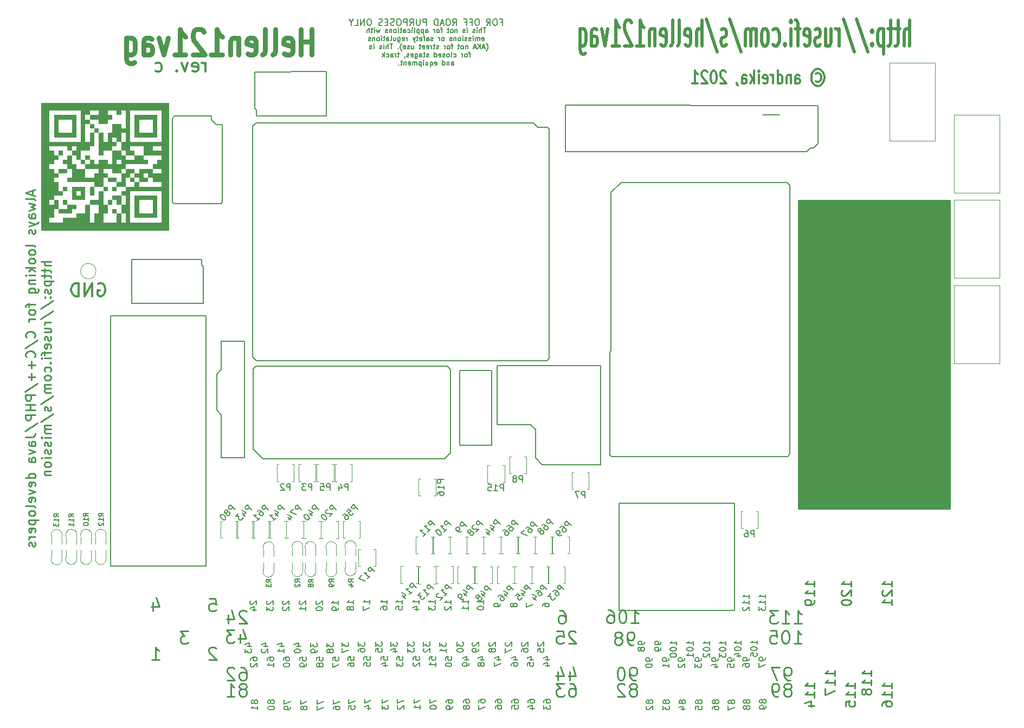
<source format=gbo>
G04 #@! TF.GenerationSoftware,KiCad,Pcbnew,(5.99.0-12439-g94954386e6)*
G04 #@! TF.CreationDate,2021-10-12T01:17:31+03:00*
G04 #@! TF.ProjectId,hellen121vag,68656c6c-656e-4313-9231-7661672e6b69,b*
G04 #@! TF.SameCoordinates,PX2b953a0PY6943058*
G04 #@! TF.FileFunction,Legend,Bot*
G04 #@! TF.FilePolarity,Positive*
%FSLAX46Y46*%
G04 Gerber Fmt 4.6, Leading zero omitted, Abs format (unit mm)*
G04 Created by KiCad (PCBNEW (5.99.0-12439-g94954386e6)) date 2021-10-12 01:17:31*
%MOMM*%
%LPD*%
G01*
G04 APERTURE LIST*
%ADD10C,0.381000*%
%ADD11C,0.250000*%
%ADD12C,0.200000*%
%ADD13C,0.300000*%
%ADD14C,0.750000*%
%ADD15C,0.304800*%
%ADD16C,0.500000*%
%ADD17C,0.150000*%
%ADD18C,0.127000*%
%ADD19C,0.120000*%
%ADD20C,0.099060*%
G04 APERTURE END LIST*
D10*
X124700000Y84000000D02*
X148100000Y84000000D01*
X148100000Y84000000D02*
X148100000Y36000000D01*
X148100000Y36000000D02*
X124700000Y36000000D01*
X124700000Y36000000D02*
X124700000Y84000000D01*
G36*
X124700000Y84000000D02*
G01*
X148100000Y84000000D01*
X148100000Y36000000D01*
X124700000Y36000000D01*
X124700000Y84000000D01*
G37*
D11*
X127063571Y23745000D02*
X127063571Y24602143D01*
X127063571Y24173572D02*
X125563571Y24173572D01*
X125777857Y24316429D01*
X125920714Y24459286D01*
X125992142Y24602143D01*
X127063571Y22316429D02*
X127063571Y23173572D01*
X127063571Y22745000D02*
X125563571Y22745000D01*
X125777857Y22887858D01*
X125920714Y23030715D01*
X125992142Y23173572D01*
X127063571Y21602143D02*
X127063571Y21316429D01*
X126992142Y21173572D01*
X126920714Y21102143D01*
X126706428Y20959286D01*
X126420714Y20887858D01*
X125849285Y20887858D01*
X125706428Y20959286D01*
X125635000Y21030715D01*
X125563571Y21173572D01*
X125563571Y21459286D01*
X125635000Y21602143D01*
X125706428Y21673572D01*
X125849285Y21745000D01*
X126206428Y21745000D01*
X126349285Y21673572D01*
X126420714Y21602143D01*
X126492142Y21459286D01*
X126492142Y21173572D01*
X126420714Y21030715D01*
X126349285Y20959286D01*
X126206428Y20887858D01*
X139128571Y23745000D02*
X139128571Y24602143D01*
X139128571Y24173572D02*
X137628571Y24173572D01*
X137842857Y24316429D01*
X137985714Y24459286D01*
X138057142Y24602143D01*
X137771428Y23173572D02*
X137700000Y23102143D01*
X137628571Y22959286D01*
X137628571Y22602143D01*
X137700000Y22459286D01*
X137771428Y22387858D01*
X137914285Y22316429D01*
X138057142Y22316429D01*
X138271428Y22387858D01*
X139128571Y23245000D01*
X139128571Y22316429D01*
X139128571Y20887858D02*
X139128571Y21745000D01*
X139128571Y21316429D02*
X137628571Y21316429D01*
X137842857Y21459286D01*
X137985714Y21602143D01*
X138057142Y21745000D01*
X139128571Y7870000D02*
X139128571Y8727143D01*
X139128571Y8298572D02*
X137628571Y8298572D01*
X137842857Y8441429D01*
X137985714Y8584286D01*
X138057142Y8727143D01*
X139128571Y6441429D02*
X139128571Y7298572D01*
X139128571Y6870000D02*
X137628571Y6870000D01*
X137842857Y7012858D01*
X137985714Y7155715D01*
X138057142Y7298572D01*
X137628571Y5155715D02*
X137628571Y5441429D01*
X137700000Y5584286D01*
X137771428Y5655715D01*
X137985714Y5798572D01*
X138271428Y5870000D01*
X138842857Y5870000D01*
X138985714Y5798572D01*
X139057142Y5727143D01*
X139128571Y5584286D01*
X139128571Y5298572D01*
X139057142Y5155715D01*
X138985714Y5084286D01*
X138842857Y5012858D01*
X138485714Y5012858D01*
X138342857Y5084286D01*
X138271428Y5155715D01*
X138200000Y5298572D01*
X138200000Y5584286D01*
X138271428Y5727143D01*
X138342857Y5798572D01*
X138485714Y5870000D01*
X133413571Y7870000D02*
X133413571Y8727143D01*
X133413571Y8298572D02*
X131913571Y8298572D01*
X132127857Y8441429D01*
X132270714Y8584286D01*
X132342142Y8727143D01*
X133413571Y6441429D02*
X133413571Y7298572D01*
X133413571Y6870000D02*
X131913571Y6870000D01*
X132127857Y7012858D01*
X132270714Y7155715D01*
X132342142Y7298572D01*
X131913571Y5084286D02*
X131913571Y5798572D01*
X132627857Y5870000D01*
X132556428Y5798572D01*
X132485000Y5655715D01*
X132485000Y5298572D01*
X132556428Y5155715D01*
X132627857Y5084286D01*
X132770714Y5012858D01*
X133127857Y5012858D01*
X133270714Y5084286D01*
X133342142Y5155715D01*
X133413571Y5298572D01*
X133413571Y5655715D01*
X133342142Y5798572D01*
X133270714Y5870000D01*
X135953571Y9775000D02*
X135953571Y10632143D01*
X135953571Y10203572D02*
X134453571Y10203572D01*
X134667857Y10346429D01*
X134810714Y10489286D01*
X134882142Y10632143D01*
X135953571Y8346429D02*
X135953571Y9203572D01*
X135953571Y8775000D02*
X134453571Y8775000D01*
X134667857Y8917858D01*
X134810714Y9060715D01*
X134882142Y9203572D01*
X135096428Y7489286D02*
X135025000Y7632143D01*
X134953571Y7703572D01*
X134810714Y7775000D01*
X134739285Y7775000D01*
X134596428Y7703572D01*
X134525000Y7632143D01*
X134453571Y7489286D01*
X134453571Y7203572D01*
X134525000Y7060715D01*
X134596428Y6989286D01*
X134739285Y6917858D01*
X134810714Y6917858D01*
X134953571Y6989286D01*
X135025000Y7060715D01*
X135096428Y7203572D01*
X135096428Y7489286D01*
X135167857Y7632143D01*
X135239285Y7703572D01*
X135382142Y7775000D01*
X135667857Y7775000D01*
X135810714Y7703572D01*
X135882142Y7632143D01*
X135953571Y7489286D01*
X135953571Y7203572D01*
X135882142Y7060715D01*
X135810714Y6989286D01*
X135667857Y6917858D01*
X135382142Y6917858D01*
X135239285Y6989286D01*
X135167857Y7060715D01*
X135096428Y7203572D01*
X132778571Y23745000D02*
X132778571Y24602143D01*
X132778571Y24173572D02*
X131278571Y24173572D01*
X131492857Y24316429D01*
X131635714Y24459286D01*
X131707142Y24602143D01*
X131421428Y23173572D02*
X131350000Y23102143D01*
X131278571Y22959286D01*
X131278571Y22602143D01*
X131350000Y22459286D01*
X131421428Y22387858D01*
X131564285Y22316429D01*
X131707142Y22316429D01*
X131921428Y22387858D01*
X132778571Y23245000D01*
X132778571Y22316429D01*
X131278571Y21387858D02*
X131278571Y21245000D01*
X131350000Y21102143D01*
X131421428Y21030715D01*
X131564285Y20959286D01*
X131850000Y20887858D01*
X132207142Y20887858D01*
X132492857Y20959286D01*
X132635714Y21030715D01*
X132707142Y21102143D01*
X132778571Y21245000D01*
X132778571Y21387858D01*
X132707142Y21530715D01*
X132635714Y21602143D01*
X132492857Y21673572D01*
X132207142Y21745000D01*
X131850000Y21745000D01*
X131564285Y21673572D01*
X131421428Y21602143D01*
X131350000Y21530715D01*
X131278571Y21387858D01*
X130238571Y9775000D02*
X130238571Y10632143D01*
X130238571Y10203572D02*
X128738571Y10203572D01*
X128952857Y10346429D01*
X129095714Y10489286D01*
X129167142Y10632143D01*
X130238571Y8346429D02*
X130238571Y9203572D01*
X130238571Y8775000D02*
X128738571Y8775000D01*
X128952857Y8917858D01*
X129095714Y9060715D01*
X129167142Y9203572D01*
X128738571Y7846429D02*
X128738571Y6846429D01*
X130238571Y7489286D01*
X127063571Y7870000D02*
X127063571Y8727143D01*
X127063571Y8298572D02*
X125563571Y8298572D01*
X125777857Y8441429D01*
X125920714Y8584286D01*
X125992142Y8727143D01*
X127063571Y6441429D02*
X127063571Y7298572D01*
X127063571Y6870000D02*
X125563571Y6870000D01*
X125777857Y7012858D01*
X125920714Y7155715D01*
X125992142Y7298572D01*
X126063571Y5155715D02*
X127063571Y5155715D01*
X125492142Y5512858D02*
X126563571Y5870000D01*
X126563571Y4941429D01*
X123082857Y7743096D02*
X123273333Y7838334D01*
X123368571Y7933572D01*
X123463809Y8124048D01*
X123463809Y8219286D01*
X123368571Y8409762D01*
X123273333Y8505000D01*
X123082857Y8600239D01*
X122701904Y8600239D01*
X122511428Y8505000D01*
X122416190Y8409762D01*
X122320952Y8219286D01*
X122320952Y8124048D01*
X122416190Y7933572D01*
X122511428Y7838334D01*
X122701904Y7743096D01*
X123082857Y7743096D01*
X123273333Y7647858D01*
X123368571Y7552620D01*
X123463809Y7362143D01*
X123463809Y6981191D01*
X123368571Y6790715D01*
X123273333Y6695477D01*
X123082857Y6600239D01*
X122701904Y6600239D01*
X122511428Y6695477D01*
X122416190Y6790715D01*
X122320952Y6981191D01*
X122320952Y7362143D01*
X122416190Y7552620D01*
X122511428Y7647858D01*
X122701904Y7743096D01*
X121368571Y6600239D02*
X120987619Y6600239D01*
X120797142Y6695477D01*
X120701904Y6790715D01*
X120511428Y7076429D01*
X120416190Y7457381D01*
X120416190Y8219286D01*
X120511428Y8409762D01*
X120606666Y8505000D01*
X120797142Y8600239D01*
X121178095Y8600239D01*
X121368571Y8505000D01*
X121463809Y8409762D01*
X121559047Y8219286D01*
X121559047Y7743096D01*
X121463809Y7552620D01*
X121368571Y7457381D01*
X121178095Y7362143D01*
X120797142Y7362143D01*
X120606666Y7457381D01*
X120511428Y7552620D01*
X120416190Y7743096D01*
X123273333Y9140239D02*
X122892380Y9140239D01*
X122701904Y9235477D01*
X122606666Y9330715D01*
X122416190Y9616429D01*
X122320952Y9997381D01*
X122320952Y10759286D01*
X122416190Y10949762D01*
X122511428Y11045000D01*
X122701904Y11140239D01*
X123082857Y11140239D01*
X123273333Y11045000D01*
X123368571Y10949762D01*
X123463809Y10759286D01*
X123463809Y10283096D01*
X123368571Y10092620D01*
X123273333Y9997381D01*
X123082857Y9902143D01*
X122701904Y9902143D01*
X122511428Y9997381D01*
X122416190Y10092620D01*
X122320952Y10283096D01*
X121654285Y11140239D02*
X120320952Y11140239D01*
X121178095Y9140239D01*
X123883333Y14870239D02*
X125026190Y14870239D01*
X124454761Y14870239D02*
X124454761Y16870239D01*
X124645238Y16584524D01*
X124835714Y16394048D01*
X125026190Y16298810D01*
X122645238Y16870239D02*
X122454761Y16870239D01*
X122264285Y16775000D01*
X122169047Y16679762D01*
X122073809Y16489286D01*
X121978571Y16108334D01*
X121978571Y15632143D01*
X122073809Y15251191D01*
X122169047Y15060715D01*
X122264285Y14965477D01*
X122454761Y14870239D01*
X122645238Y14870239D01*
X122835714Y14965477D01*
X122930952Y15060715D01*
X123026190Y15251191D01*
X123121428Y15632143D01*
X123121428Y16108334D01*
X123026190Y16489286D01*
X122930952Y16679762D01*
X122835714Y16775000D01*
X122645238Y16870239D01*
X120169047Y16870239D02*
X121121428Y16870239D01*
X121216666Y15917858D01*
X121121428Y16013096D01*
X120930952Y16108334D01*
X120454761Y16108334D01*
X120264285Y16013096D01*
X120169047Y15917858D01*
X120073809Y15727381D01*
X120073809Y15251191D01*
X120169047Y15060715D01*
X120264285Y14965477D01*
X120454761Y14870239D01*
X120930952Y14870239D01*
X121121428Y14965477D01*
X121216666Y15060715D01*
X123908333Y18030239D02*
X125051190Y18030239D01*
X124479761Y18030239D02*
X124479761Y20030239D01*
X124670238Y19744524D01*
X124860714Y19554048D01*
X125051190Y19458810D01*
X122003571Y18030239D02*
X123146428Y18030239D01*
X122575000Y18030239D02*
X122575000Y20030239D01*
X122765476Y19744524D01*
X122955952Y19554048D01*
X123146428Y19458810D01*
X121336904Y20030239D02*
X120098809Y20030239D01*
X120765476Y19268334D01*
X120479761Y19268334D01*
X120289285Y19173096D01*
X120194047Y19077858D01*
X120098809Y18887381D01*
X120098809Y18411191D01*
X120194047Y18220715D01*
X120289285Y18125477D01*
X120479761Y18030239D01*
X121051190Y18030239D01*
X121241666Y18125477D01*
X121336904Y18220715D01*
X98952857Y7743096D02*
X99143333Y7838334D01*
X99238571Y7933572D01*
X99333809Y8124048D01*
X99333809Y8219286D01*
X99238571Y8409762D01*
X99143333Y8505000D01*
X98952857Y8600239D01*
X98571904Y8600239D01*
X98381428Y8505000D01*
X98286190Y8409762D01*
X98190952Y8219286D01*
X98190952Y8124048D01*
X98286190Y7933572D01*
X98381428Y7838334D01*
X98571904Y7743096D01*
X98952857Y7743096D01*
X99143333Y7647858D01*
X99238571Y7552620D01*
X99333809Y7362143D01*
X99333809Y6981191D01*
X99238571Y6790715D01*
X99143333Y6695477D01*
X98952857Y6600239D01*
X98571904Y6600239D01*
X98381428Y6695477D01*
X98286190Y6790715D01*
X98190952Y6981191D01*
X98190952Y7362143D01*
X98286190Y7552620D01*
X98381428Y7647858D01*
X98571904Y7743096D01*
X97429047Y8409762D02*
X97333809Y8505000D01*
X97143333Y8600239D01*
X96667142Y8600239D01*
X96476666Y8505000D01*
X96381428Y8409762D01*
X96286190Y8219286D01*
X96286190Y8028810D01*
X96381428Y7743096D01*
X97524285Y6600239D01*
X96286190Y6600239D01*
X99143333Y9140239D02*
X98762380Y9140239D01*
X98571904Y9235477D01*
X98476666Y9330715D01*
X98286190Y9616429D01*
X98190952Y9997381D01*
X98190952Y10759286D01*
X98286190Y10949762D01*
X98381428Y11045000D01*
X98571904Y11140239D01*
X98952857Y11140239D01*
X99143333Y11045000D01*
X99238571Y10949762D01*
X99333809Y10759286D01*
X99333809Y10283096D01*
X99238571Y10092620D01*
X99143333Y9997381D01*
X98952857Y9902143D01*
X98571904Y9902143D01*
X98381428Y9997381D01*
X98286190Y10092620D01*
X98190952Y10283096D01*
X96952857Y11140239D02*
X96762380Y11140239D01*
X96571904Y11045000D01*
X96476666Y10949762D01*
X96381428Y10759286D01*
X96286190Y10378334D01*
X96286190Y9902143D01*
X96381428Y9521191D01*
X96476666Y9330715D01*
X96571904Y9235477D01*
X96762380Y9140239D01*
X96952857Y9140239D01*
X97143333Y9235477D01*
X97238571Y9330715D01*
X97333809Y9521191D01*
X97429047Y9902143D01*
X97429047Y10378334D01*
X97333809Y10759286D01*
X97238571Y10949762D01*
X97143333Y11045000D01*
X96952857Y11140239D01*
X98743333Y14655239D02*
X98362380Y14655239D01*
X98171904Y14750477D01*
X98076666Y14845715D01*
X97886190Y15131429D01*
X97790952Y15512381D01*
X97790952Y16274286D01*
X97886190Y16464762D01*
X97981428Y16560000D01*
X98171904Y16655239D01*
X98552857Y16655239D01*
X98743333Y16560000D01*
X98838571Y16464762D01*
X98933809Y16274286D01*
X98933809Y15798096D01*
X98838571Y15607620D01*
X98743333Y15512381D01*
X98552857Y15417143D01*
X98171904Y15417143D01*
X97981428Y15512381D01*
X97886190Y15607620D01*
X97790952Y15798096D01*
X96648095Y15798096D02*
X96838571Y15893334D01*
X96933809Y15988572D01*
X97029047Y16179048D01*
X97029047Y16274286D01*
X96933809Y16464762D01*
X96838571Y16560000D01*
X96648095Y16655239D01*
X96267142Y16655239D01*
X96076666Y16560000D01*
X95981428Y16464762D01*
X95886190Y16274286D01*
X95886190Y16179048D01*
X95981428Y15988572D01*
X96076666Y15893334D01*
X96267142Y15798096D01*
X96648095Y15798096D01*
X96838571Y15702858D01*
X96933809Y15607620D01*
X97029047Y15417143D01*
X97029047Y15036191D01*
X96933809Y14845715D01*
X96838571Y14750477D01*
X96648095Y14655239D01*
X96267142Y14655239D01*
X96076666Y14750477D01*
X95981428Y14845715D01*
X95886190Y15036191D01*
X95886190Y15417143D01*
X95981428Y15607620D01*
X96076666Y15702858D01*
X96267142Y15798096D01*
X98457533Y18081039D02*
X99600390Y18081039D01*
X99028961Y18081039D02*
X99028961Y20081039D01*
X99219438Y19795324D01*
X99409914Y19604848D01*
X99600390Y19509610D01*
X97219438Y20081039D02*
X97028961Y20081039D01*
X96838485Y19985800D01*
X96743247Y19890562D01*
X96648009Y19700086D01*
X96552771Y19319134D01*
X96552771Y18842943D01*
X96648009Y18461991D01*
X96743247Y18271515D01*
X96838485Y18176277D01*
X97028961Y18081039D01*
X97219438Y18081039D01*
X97409914Y18176277D01*
X97505152Y18271515D01*
X97600390Y18461991D01*
X97695628Y18842943D01*
X97695628Y19319134D01*
X97600390Y19700086D01*
X97505152Y19890562D01*
X97409914Y19985800D01*
X97219438Y20081039D01*
X94838485Y20081039D02*
X95219438Y20081039D01*
X95409914Y19985800D01*
X95505152Y19890562D01*
X95695628Y19604848D01*
X95790866Y19223896D01*
X95790866Y18461991D01*
X95695628Y18271515D01*
X95600390Y18176277D01*
X95409914Y18081039D01*
X95028961Y18081039D01*
X94838485Y18176277D01*
X94743247Y18271515D01*
X94648009Y18461991D01*
X94648009Y18938181D01*
X94743247Y19128658D01*
X94838485Y19223896D01*
X95028961Y19319134D01*
X95409914Y19319134D01*
X95600390Y19223896D01*
X95695628Y19128658D01*
X95790866Y18938181D01*
X88856428Y8600239D02*
X89237380Y8600239D01*
X89427857Y8505000D01*
X89523095Y8409762D01*
X89713571Y8124048D01*
X89808809Y7743096D01*
X89808809Y6981191D01*
X89713571Y6790715D01*
X89618333Y6695477D01*
X89427857Y6600239D01*
X89046904Y6600239D01*
X88856428Y6695477D01*
X88761190Y6790715D01*
X88665952Y6981191D01*
X88665952Y7457381D01*
X88761190Y7647858D01*
X88856428Y7743096D01*
X89046904Y7838334D01*
X89427857Y7838334D01*
X89618333Y7743096D01*
X89713571Y7647858D01*
X89808809Y7457381D01*
X87999285Y8600239D02*
X86761190Y8600239D01*
X87427857Y7838334D01*
X87142142Y7838334D01*
X86951666Y7743096D01*
X86856428Y7647858D01*
X86761190Y7457381D01*
X86761190Y6981191D01*
X86856428Y6790715D01*
X86951666Y6695477D01*
X87142142Y6600239D01*
X87713571Y6600239D01*
X87904047Y6695477D01*
X87999285Y6790715D01*
X88856428Y10473572D02*
X88856428Y9140239D01*
X89332619Y11235477D02*
X89808809Y9806905D01*
X88570714Y9806905D01*
X86951666Y10473572D02*
X86951666Y9140239D01*
X87427857Y11235477D02*
X87904047Y9806905D01*
X86665952Y9806905D01*
X89808809Y16664762D02*
X89713571Y16760000D01*
X89523095Y16855239D01*
X89046904Y16855239D01*
X88856428Y16760000D01*
X88761190Y16664762D01*
X88665952Y16474286D01*
X88665952Y16283810D01*
X88761190Y15998096D01*
X89904047Y14855239D01*
X88665952Y14855239D01*
X86856428Y16855239D02*
X87808809Y16855239D01*
X87904047Y15902858D01*
X87808809Y15998096D01*
X87618333Y16093334D01*
X87142142Y16093334D01*
X86951666Y15998096D01*
X86856428Y15902858D01*
X86761190Y15712381D01*
X86761190Y15236191D01*
X86856428Y15045715D01*
X86951666Y14950477D01*
X87142142Y14855239D01*
X87618333Y14855239D01*
X87808809Y14950477D01*
X87904047Y15045715D01*
X87269047Y20030239D02*
X87650000Y20030239D01*
X87840476Y19935000D01*
X87935714Y19839762D01*
X88126190Y19554048D01*
X88221428Y19173096D01*
X88221428Y18411191D01*
X88126190Y18220715D01*
X88030952Y18125477D01*
X87840476Y18030239D01*
X87459523Y18030239D01*
X87269047Y18125477D01*
X87173809Y18220715D01*
X87078571Y18411191D01*
X87078571Y18887381D01*
X87173809Y19077858D01*
X87269047Y19173096D01*
X87459523Y19268334D01*
X87840476Y19268334D01*
X88030952Y19173096D01*
X88126190Y19077858D01*
X88221428Y18887381D01*
X32563809Y21935239D02*
X33516190Y21935239D01*
X33611428Y20982858D01*
X33516190Y21078096D01*
X33325714Y21173334D01*
X32849523Y21173334D01*
X32659047Y21078096D01*
X32563809Y20982858D01*
X32468571Y20792381D01*
X32468571Y20316191D01*
X32563809Y20125715D01*
X32659047Y20030477D01*
X32849523Y19935239D01*
X33325714Y19935239D01*
X33516190Y20030477D01*
X33611428Y20125715D01*
X23769047Y21268572D02*
X23769047Y19935239D01*
X24245238Y22030477D02*
X24721428Y20601905D01*
X23483333Y20601905D01*
X29261666Y16855239D02*
X28023571Y16855239D01*
X28690238Y16093334D01*
X28404523Y16093334D01*
X28214047Y15998096D01*
X28118809Y15902858D01*
X28023571Y15712381D01*
X28023571Y15236191D01*
X28118809Y15045715D01*
X28214047Y14950477D01*
X28404523Y14855239D01*
X28975952Y14855239D01*
X29166428Y14950477D01*
X29261666Y15045715D01*
X33611428Y14124762D02*
X33516190Y14220000D01*
X33325714Y14315239D01*
X32849523Y14315239D01*
X32659047Y14220000D01*
X32563809Y14124762D01*
X32468571Y13934286D01*
X32468571Y13743810D01*
X32563809Y13458096D01*
X33706666Y12315239D01*
X32468571Y12315239D01*
X23578571Y12315239D02*
X24721428Y12315239D01*
X24150000Y12315239D02*
X24150000Y14315239D01*
X24340476Y14029524D01*
X24530952Y13839048D01*
X24721428Y13743810D01*
X37992857Y7743096D02*
X38183333Y7838334D01*
X38278571Y7933572D01*
X38373809Y8124048D01*
X38373809Y8219286D01*
X38278571Y8409762D01*
X38183333Y8505000D01*
X37992857Y8600239D01*
X37611904Y8600239D01*
X37421428Y8505000D01*
X37326190Y8409762D01*
X37230952Y8219286D01*
X37230952Y8124048D01*
X37326190Y7933572D01*
X37421428Y7838334D01*
X37611904Y7743096D01*
X37992857Y7743096D01*
X38183333Y7647858D01*
X38278571Y7552620D01*
X38373809Y7362143D01*
X38373809Y6981191D01*
X38278571Y6790715D01*
X38183333Y6695477D01*
X37992857Y6600239D01*
X37611904Y6600239D01*
X37421428Y6695477D01*
X37326190Y6790715D01*
X37230952Y6981191D01*
X37230952Y7362143D01*
X37326190Y7552620D01*
X37421428Y7647858D01*
X37611904Y7743096D01*
X35326190Y6600239D02*
X36469047Y6600239D01*
X35897619Y6600239D02*
X35897619Y8600239D01*
X36088095Y8314524D01*
X36278571Y8124048D01*
X36469047Y8028810D01*
X37421428Y11140239D02*
X37802380Y11140239D01*
X37992857Y11045000D01*
X38088095Y10949762D01*
X38278571Y10664048D01*
X38373809Y10283096D01*
X38373809Y9521191D01*
X38278571Y9330715D01*
X38183333Y9235477D01*
X37992857Y9140239D01*
X37611904Y9140239D01*
X37421428Y9235477D01*
X37326190Y9330715D01*
X37230952Y9521191D01*
X37230952Y9997381D01*
X37326190Y10187858D01*
X37421428Y10283096D01*
X37611904Y10378334D01*
X37992857Y10378334D01*
X38183333Y10283096D01*
X38278571Y10187858D01*
X38373809Y9997381D01*
X36469047Y10949762D02*
X36373809Y11045000D01*
X36183333Y11140239D01*
X35707142Y11140239D01*
X35516666Y11045000D01*
X35421428Y10949762D01*
X35326190Y10759286D01*
X35326190Y10568810D01*
X35421428Y10283096D01*
X36564285Y9140239D01*
X35326190Y9140239D01*
X37333428Y16307572D02*
X37333428Y14974239D01*
X37809619Y17069477D02*
X38285809Y15640905D01*
X37047714Y15640905D01*
X36476285Y16974239D02*
X35238190Y16974239D01*
X35904857Y16212334D01*
X35619142Y16212334D01*
X35428666Y16117096D01*
X35333428Y16021858D01*
X35238190Y15831381D01*
X35238190Y15355191D01*
X35333428Y15164715D01*
X35428666Y15069477D01*
X35619142Y14974239D01*
X36190571Y14974239D01*
X36381047Y15069477D01*
X36476285Y15164715D01*
X38373809Y19839762D02*
X38278571Y19935000D01*
X38088095Y20030239D01*
X37611904Y20030239D01*
X37421428Y19935000D01*
X37326190Y19839762D01*
X37230952Y19649286D01*
X37230952Y19458810D01*
X37326190Y19173096D01*
X38469047Y18030239D01*
X37230952Y18030239D01*
X35516666Y19363572D02*
X35516666Y18030239D01*
X35992857Y20125477D02*
X36469047Y18696905D01*
X35230952Y18696905D01*
D12*
X53282380Y15049524D02*
X53282380Y14430477D01*
X53663333Y14763810D01*
X53663333Y14620953D01*
X53710952Y14525715D01*
X53758571Y14478096D01*
X53853809Y14430477D01*
X54091904Y14430477D01*
X54187142Y14478096D01*
X54234761Y14525715D01*
X54282380Y14620953D01*
X54282380Y14906667D01*
X54234761Y15001905D01*
X54187142Y15049524D01*
X53282380Y14097143D02*
X53282380Y13430477D01*
X54282380Y13859048D01*
X52714380Y20969477D02*
X52714380Y21540905D01*
X52714380Y21255191D02*
X51714380Y21255191D01*
X51857238Y21350429D01*
X51952476Y21445667D01*
X52000095Y21540905D01*
X52714380Y20493286D02*
X52714380Y20302810D01*
X52666761Y20207572D01*
X52619142Y20159953D01*
X52476285Y20064715D01*
X52285809Y20017096D01*
X51904857Y20017096D01*
X51809619Y20064715D01*
X51762000Y20112334D01*
X51714380Y20207572D01*
X51714380Y20398048D01*
X51762000Y20493286D01*
X51809619Y20540905D01*
X51904857Y20588524D01*
X52142952Y20588524D01*
X52238190Y20540905D01*
X52285809Y20493286D01*
X52333428Y20398048D01*
X52333428Y20207572D01*
X52285809Y20112334D01*
X52238190Y20064715D01*
X52142952Y20017096D01*
X115582380Y14706667D02*
X115582380Y15278096D01*
X115582380Y14992381D02*
X114582380Y14992381D01*
X114725238Y15087620D01*
X114820476Y15182858D01*
X114868095Y15278096D01*
X114582380Y14087620D02*
X114582380Y13992381D01*
X114630000Y13897143D01*
X114677619Y13849524D01*
X114772857Y13801905D01*
X114963333Y13754286D01*
X115201428Y13754286D01*
X115391904Y13801905D01*
X115487142Y13849524D01*
X115534761Y13897143D01*
X115582380Y13992381D01*
X115582380Y14087620D01*
X115534761Y14182858D01*
X115487142Y14230477D01*
X115391904Y14278096D01*
X115201428Y14325715D01*
X114963333Y14325715D01*
X114772857Y14278096D01*
X114677619Y14230477D01*
X114630000Y14182858D01*
X114582380Y14087620D01*
X114915714Y12897143D02*
X115582380Y12897143D01*
X114534761Y13135239D02*
X115249047Y13373334D01*
X115249047Y12754286D01*
X43547714Y14464715D02*
X44214380Y14464715D01*
X43166761Y14702810D02*
X43881047Y14940905D01*
X43881047Y14321858D01*
X44214380Y13417096D02*
X44214380Y13988524D01*
X44214380Y13702810D02*
X43214380Y13702810D01*
X43357238Y13798048D01*
X43452476Y13893286D01*
X43500095Y13988524D01*
D13*
X31957142Y104270239D02*
X31957142Y105603572D01*
X31957142Y105222620D02*
X31861904Y105413096D01*
X31766666Y105508334D01*
X31576190Y105603572D01*
X31385714Y105603572D01*
X29957142Y104365477D02*
X30147619Y104270239D01*
X30528571Y104270239D01*
X30719047Y104365477D01*
X30814285Y104555953D01*
X30814285Y105317858D01*
X30719047Y105508334D01*
X30528571Y105603572D01*
X30147619Y105603572D01*
X29957142Y105508334D01*
X29861904Y105317858D01*
X29861904Y105127381D01*
X30814285Y104936905D01*
X29195238Y105603572D02*
X28719047Y104270239D01*
X28242857Y105603572D01*
X27480952Y104460715D02*
X27385714Y104365477D01*
X27480952Y104270239D01*
X27576190Y104365477D01*
X27480952Y104460715D01*
X27480952Y104270239D01*
X24147619Y104365477D02*
X24338095Y104270239D01*
X24719047Y104270239D01*
X24909523Y104365477D01*
X25004761Y104460715D01*
X25100000Y104651191D01*
X25100000Y105222620D01*
X25004761Y105413096D01*
X24909523Y105508334D01*
X24719047Y105603572D01*
X24338095Y105603572D01*
X24147619Y105508334D01*
D12*
X116410952Y5911429D02*
X116363333Y6006667D01*
X116315714Y6054286D01*
X116220476Y6101905D01*
X116172857Y6101905D01*
X116077619Y6054286D01*
X116030000Y6006667D01*
X115982380Y5911429D01*
X115982380Y5720953D01*
X116030000Y5625715D01*
X116077619Y5578096D01*
X116172857Y5530477D01*
X116220476Y5530477D01*
X116315714Y5578096D01*
X116363333Y5625715D01*
X116410952Y5720953D01*
X116410952Y5911429D01*
X116458571Y6006667D01*
X116506190Y6054286D01*
X116601428Y6101905D01*
X116791904Y6101905D01*
X116887142Y6054286D01*
X116934761Y6006667D01*
X116982380Y5911429D01*
X116982380Y5720953D01*
X116934761Y5625715D01*
X116887142Y5578096D01*
X116791904Y5530477D01*
X116601428Y5530477D01*
X116506190Y5578096D01*
X116458571Y5625715D01*
X116410952Y5720953D01*
X116410952Y4959048D02*
X116363333Y5054286D01*
X116315714Y5101905D01*
X116220476Y5149524D01*
X116172857Y5149524D01*
X116077619Y5101905D01*
X116030000Y5054286D01*
X115982380Y4959048D01*
X115982380Y4768572D01*
X116030000Y4673334D01*
X116077619Y4625715D01*
X116172857Y4578096D01*
X116220476Y4578096D01*
X116315714Y4625715D01*
X116363333Y4673334D01*
X116410952Y4768572D01*
X116410952Y4959048D01*
X116458571Y5054286D01*
X116506190Y5101905D01*
X116601428Y5149524D01*
X116791904Y5149524D01*
X116887142Y5101905D01*
X116934761Y5054286D01*
X116982380Y4959048D01*
X116982380Y4768572D01*
X116934761Y4673334D01*
X116887142Y4625715D01*
X116791904Y4578096D01*
X116601428Y4578096D01*
X116506190Y4625715D01*
X116458571Y4673334D01*
X116410952Y4768572D01*
X44109619Y21540905D02*
X44062000Y21493286D01*
X44014380Y21398048D01*
X44014380Y21159953D01*
X44062000Y21064715D01*
X44109619Y21017096D01*
X44204857Y20969477D01*
X44300095Y20969477D01*
X44442952Y21017096D01*
X45014380Y21588524D01*
X45014380Y20969477D01*
X44109619Y20588524D02*
X44062000Y20540905D01*
X44014380Y20445667D01*
X44014380Y20207572D01*
X44062000Y20112334D01*
X44109619Y20064715D01*
X44204857Y20017096D01*
X44300095Y20017096D01*
X44442952Y20064715D01*
X45014380Y20636143D01*
X45014380Y20017096D01*
X59414380Y12317096D02*
X59414380Y12793286D01*
X59890571Y12840905D01*
X59842952Y12793286D01*
X59795333Y12698048D01*
X59795333Y12459953D01*
X59842952Y12364715D01*
X59890571Y12317096D01*
X59985809Y12269477D01*
X60223904Y12269477D01*
X60319142Y12317096D01*
X60366761Y12364715D01*
X60414380Y12459953D01*
X60414380Y12698048D01*
X60366761Y12793286D01*
X60319142Y12840905D01*
X59747714Y11412334D02*
X60414380Y11412334D01*
X59366761Y11650429D02*
X60081047Y11888524D01*
X60081047Y11269477D01*
X101714380Y12545667D02*
X101714380Y12355191D01*
X101666761Y12259953D01*
X101619142Y12212334D01*
X101476285Y12117096D01*
X101285809Y12069477D01*
X100904857Y12069477D01*
X100809619Y12117096D01*
X100762000Y12164715D01*
X100714380Y12259953D01*
X100714380Y12450429D01*
X100762000Y12545667D01*
X100809619Y12593286D01*
X100904857Y12640905D01*
X101142952Y12640905D01*
X101238190Y12593286D01*
X101285809Y12545667D01*
X101333428Y12450429D01*
X101333428Y12259953D01*
X101285809Y12164715D01*
X101238190Y12117096D01*
X101142952Y12069477D01*
X100714380Y11450429D02*
X100714380Y11355191D01*
X100762000Y11259953D01*
X100809619Y11212334D01*
X100904857Y11164715D01*
X101095333Y11117096D01*
X101333428Y11117096D01*
X101523904Y11164715D01*
X101619142Y11212334D01*
X101666761Y11259953D01*
X101714380Y11355191D01*
X101714380Y11450429D01*
X101666761Y11545667D01*
X101619142Y11593286D01*
X101523904Y11640905D01*
X101333428Y11688524D01*
X101095333Y11688524D01*
X100904857Y11640905D01*
X100809619Y11593286D01*
X100762000Y11545667D01*
X100714380Y11450429D01*
X74847714Y12364715D02*
X75514380Y12364715D01*
X74466761Y12602810D02*
X75181047Y12840905D01*
X75181047Y12221858D01*
X74942952Y11698048D02*
X74895333Y11793286D01*
X74847714Y11840905D01*
X74752476Y11888524D01*
X74704857Y11888524D01*
X74609619Y11840905D01*
X74562000Y11793286D01*
X74514380Y11698048D01*
X74514380Y11507572D01*
X74562000Y11412334D01*
X74609619Y11364715D01*
X74704857Y11317096D01*
X74752476Y11317096D01*
X74847714Y11364715D01*
X74895333Y11412334D01*
X74942952Y11507572D01*
X74942952Y11698048D01*
X74990571Y11793286D01*
X75038190Y11840905D01*
X75133428Y11888524D01*
X75323904Y11888524D01*
X75419142Y11840905D01*
X75466761Y11793286D01*
X75514380Y11698048D01*
X75514380Y11507572D01*
X75466761Y11412334D01*
X75419142Y11364715D01*
X75323904Y11317096D01*
X75133428Y11317096D01*
X75038190Y11364715D01*
X74990571Y11412334D01*
X74942952Y11507572D01*
X112014380Y12545667D02*
X112014380Y12355191D01*
X111966761Y12259953D01*
X111919142Y12212334D01*
X111776285Y12117096D01*
X111585809Y12069477D01*
X111204857Y12069477D01*
X111109619Y12117096D01*
X111062000Y12164715D01*
X111014380Y12259953D01*
X111014380Y12450429D01*
X111062000Y12545667D01*
X111109619Y12593286D01*
X111204857Y12640905D01*
X111442952Y12640905D01*
X111538190Y12593286D01*
X111585809Y12545667D01*
X111633428Y12450429D01*
X111633428Y12259953D01*
X111585809Y12164715D01*
X111538190Y12117096D01*
X111442952Y12069477D01*
X111347714Y11212334D02*
X112014380Y11212334D01*
X110966761Y11450429D02*
X111681047Y11688524D01*
X111681047Y11069477D01*
D14*
X48556000Y106863677D02*
X48556000Y110863676D01*
X48556000Y108958915D02*
X46841714Y108958915D01*
X46841714Y106863677D02*
X46841714Y110863676D01*
X44270285Y107054153D02*
X44556000Y106863677D01*
X45127428Y106863677D01*
X45413142Y107054153D01*
X45556000Y107435105D01*
X45556000Y108958915D01*
X45413142Y109339867D01*
X45127428Y109530343D01*
X44556000Y109530343D01*
X44270285Y109339867D01*
X44127428Y108958915D01*
X44127428Y108577962D01*
X45556000Y108197010D01*
X42413142Y106863677D02*
X42698857Y107054153D01*
X42841714Y107435105D01*
X42841714Y110863676D01*
X40841714Y106863677D02*
X41127428Y107054153D01*
X41270285Y107435105D01*
X41270285Y110863676D01*
X38556000Y107054153D02*
X38841714Y106863677D01*
X39413142Y106863677D01*
X39698857Y107054153D01*
X39841714Y107435105D01*
X39841714Y108958915D01*
X39698857Y109339867D01*
X39413142Y109530343D01*
X38841714Y109530343D01*
X38556000Y109339867D01*
X38413142Y108958915D01*
X38413142Y108577962D01*
X39841714Y108197010D01*
X37127428Y109530343D02*
X37127428Y106863677D01*
X37127428Y109149391D02*
X36984571Y109339867D01*
X36698857Y109530343D01*
X36270285Y109530343D01*
X35984571Y109339867D01*
X35841714Y108958915D01*
X35841714Y106863677D01*
X32841714Y106863677D02*
X34556000Y106863677D01*
X33698857Y106863677D02*
X33698857Y110863676D01*
X33984571Y110292248D01*
X34270285Y109911296D01*
X34556000Y109720820D01*
X31698857Y110482723D02*
X31556000Y110673200D01*
X31270285Y110863676D01*
X30556000Y110863676D01*
X30270285Y110673200D01*
X30127428Y110482723D01*
X29984571Y110101772D01*
X29984571Y109720820D01*
X30127428Y109149391D01*
X31841714Y106863677D01*
X29984571Y106863677D01*
X27127428Y106863677D02*
X28841714Y106863677D01*
X27984571Y106863677D02*
X27984571Y110863676D01*
X28270285Y110292248D01*
X28556000Y109911296D01*
X28841714Y109720820D01*
X26127428Y109530343D02*
X25413142Y106863677D01*
X24698857Y109530343D01*
X22270285Y106863677D02*
X22270285Y108958915D01*
X22413142Y109339867D01*
X22698857Y109530343D01*
X23270285Y109530343D01*
X23556000Y109339867D01*
X22270285Y107054153D02*
X22556000Y106863677D01*
X23270285Y106863677D01*
X23556000Y107054153D01*
X23698857Y107435105D01*
X23698857Y107816058D01*
X23556000Y108197010D01*
X23270285Y108387486D01*
X22556000Y108387486D01*
X22270285Y108577962D01*
X19556000Y109530343D02*
X19556000Y106292248D01*
X19698857Y105911296D01*
X19841714Y105720820D01*
X20127428Y105530343D01*
X20556000Y105530343D01*
X20841714Y105720820D01*
X19556000Y107054153D02*
X19841714Y106863677D01*
X20413142Y106863677D01*
X20698857Y107054153D01*
X20841714Y107244629D01*
X20984571Y107625581D01*
X20984571Y108768439D01*
X20841714Y109149391D01*
X20698857Y109339867D01*
X20413142Y109530343D01*
X19841714Y109530343D01*
X19556000Y109339867D01*
D13*
X15185809Y71079000D02*
X15376285Y71174239D01*
X15662000Y71174239D01*
X15947714Y71079000D01*
X16138190Y70888524D01*
X16233428Y70698048D01*
X16328666Y70317096D01*
X16328666Y70031381D01*
X16233428Y69650429D01*
X16138190Y69459953D01*
X15947714Y69269477D01*
X15662000Y69174239D01*
X15471523Y69174239D01*
X15185809Y69269477D01*
X15090571Y69364715D01*
X15090571Y70031381D01*
X15471523Y70031381D01*
X14233428Y69174239D02*
X14233428Y71174239D01*
X13090571Y69174239D01*
X13090571Y71174239D01*
X12138190Y69174239D02*
X12138190Y71174239D01*
X11662000Y71174239D01*
X11376285Y71079000D01*
X11185809Y70888524D01*
X11090571Y70698048D01*
X10995333Y70317096D01*
X10995333Y70031381D01*
X11090571Y69650429D01*
X11185809Y69459953D01*
X11376285Y69269477D01*
X11662000Y69174239D01*
X12138190Y69174239D01*
D11*
X4942500Y85696429D02*
X4942500Y84982143D01*
X5371071Y85839286D02*
X3871071Y85339286D01*
X5371071Y84839286D01*
X5371071Y84125000D02*
X5299642Y84267858D01*
X5156785Y84339286D01*
X3871071Y84339286D01*
X4371071Y83696429D02*
X5371071Y83410715D01*
X4656785Y83125000D01*
X5371071Y82839286D01*
X4371071Y82553572D01*
X5371071Y81339286D02*
X4585357Y81339286D01*
X4442500Y81410715D01*
X4371071Y81553572D01*
X4371071Y81839286D01*
X4442500Y81982143D01*
X5299642Y81339286D02*
X5371071Y81482143D01*
X5371071Y81839286D01*
X5299642Y81982143D01*
X5156785Y82053572D01*
X5013928Y82053572D01*
X4871071Y81982143D01*
X4799642Y81839286D01*
X4799642Y81482143D01*
X4728214Y81339286D01*
X4371071Y80767858D02*
X5371071Y80410715D01*
X4371071Y80053572D02*
X5371071Y80410715D01*
X5728214Y80553572D01*
X5799642Y80625000D01*
X5871071Y80767858D01*
X5299642Y79553572D02*
X5371071Y79410715D01*
X5371071Y79125000D01*
X5299642Y78982143D01*
X5156785Y78910715D01*
X5085357Y78910715D01*
X4942500Y78982143D01*
X4871071Y79125000D01*
X4871071Y79339286D01*
X4799642Y79482143D01*
X4656785Y79553572D01*
X4585357Y79553572D01*
X4442500Y79482143D01*
X4371071Y79339286D01*
X4371071Y79125000D01*
X4442500Y78982143D01*
X5371071Y76910715D02*
X5299642Y77053572D01*
X5156785Y77125000D01*
X3871071Y77125000D01*
X5371071Y76125000D02*
X5299642Y76267858D01*
X5228214Y76339286D01*
X5085357Y76410715D01*
X4656785Y76410715D01*
X4513928Y76339286D01*
X4442500Y76267858D01*
X4371071Y76125000D01*
X4371071Y75910715D01*
X4442500Y75767858D01*
X4513928Y75696429D01*
X4656785Y75625000D01*
X5085357Y75625000D01*
X5228214Y75696429D01*
X5299642Y75767858D01*
X5371071Y75910715D01*
X5371071Y76125000D01*
X5371071Y74767858D02*
X5299642Y74910715D01*
X5228214Y74982143D01*
X5085357Y75053572D01*
X4656785Y75053572D01*
X4513928Y74982143D01*
X4442500Y74910715D01*
X4371071Y74767858D01*
X4371071Y74553572D01*
X4442500Y74410715D01*
X4513928Y74339286D01*
X4656785Y74267858D01*
X5085357Y74267858D01*
X5228214Y74339286D01*
X5299642Y74410715D01*
X5371071Y74553572D01*
X5371071Y74767858D01*
X5371071Y73625000D02*
X3871071Y73625000D01*
X4799642Y73482143D02*
X5371071Y73053572D01*
X4371071Y73053572D02*
X4942500Y73625000D01*
X5371071Y72410715D02*
X4371071Y72410715D01*
X3871071Y72410715D02*
X3942500Y72482143D01*
X4013928Y72410715D01*
X3942500Y72339286D01*
X3871071Y72410715D01*
X4013928Y72410715D01*
X4371071Y71696429D02*
X5371071Y71696429D01*
X4513928Y71696429D02*
X4442500Y71625000D01*
X4371071Y71482143D01*
X4371071Y71267858D01*
X4442500Y71125000D01*
X4585357Y71053572D01*
X5371071Y71053572D01*
X4371071Y69696429D02*
X5585357Y69696429D01*
X5728214Y69767858D01*
X5799642Y69839286D01*
X5871071Y69982143D01*
X5871071Y70196429D01*
X5799642Y70339286D01*
X5299642Y69696429D02*
X5371071Y69839286D01*
X5371071Y70125000D01*
X5299642Y70267858D01*
X5228214Y70339286D01*
X5085357Y70410715D01*
X4656785Y70410715D01*
X4513928Y70339286D01*
X4442500Y70267858D01*
X4371071Y70125000D01*
X4371071Y69839286D01*
X4442500Y69696429D01*
X4371071Y68053572D02*
X4371071Y67482143D01*
X5371071Y67839286D02*
X4085357Y67839286D01*
X3942500Y67767858D01*
X3871071Y67625000D01*
X3871071Y67482143D01*
X5371071Y66767858D02*
X5299642Y66910715D01*
X5228214Y66982143D01*
X5085357Y67053572D01*
X4656785Y67053572D01*
X4513928Y66982143D01*
X4442500Y66910715D01*
X4371071Y66767858D01*
X4371071Y66553572D01*
X4442500Y66410715D01*
X4513928Y66339286D01*
X4656785Y66267858D01*
X5085357Y66267858D01*
X5228214Y66339286D01*
X5299642Y66410715D01*
X5371071Y66553572D01*
X5371071Y66767858D01*
X5371071Y65625000D02*
X4371071Y65625000D01*
X4656785Y65625000D02*
X4513928Y65553572D01*
X4442500Y65482143D01*
X4371071Y65339286D01*
X4371071Y65196429D01*
X5228214Y62696429D02*
X5299642Y62767858D01*
X5371071Y62982143D01*
X5371071Y63125000D01*
X5299642Y63339286D01*
X5156785Y63482143D01*
X5013928Y63553572D01*
X4728214Y63625000D01*
X4513928Y63625000D01*
X4228214Y63553572D01*
X4085357Y63482143D01*
X3942500Y63339286D01*
X3871071Y63125000D01*
X3871071Y62982143D01*
X3942500Y62767858D01*
X4013928Y62696429D01*
X3799642Y60982143D02*
X5728214Y62267858D01*
X5228214Y59625000D02*
X5299642Y59696429D01*
X5371071Y59910715D01*
X5371071Y60053572D01*
X5299642Y60267858D01*
X5156785Y60410715D01*
X5013928Y60482143D01*
X4728214Y60553572D01*
X4513928Y60553572D01*
X4228214Y60482143D01*
X4085357Y60410715D01*
X3942500Y60267858D01*
X3871071Y60053572D01*
X3871071Y59910715D01*
X3942500Y59696429D01*
X4013928Y59625000D01*
X4799642Y58982143D02*
X4799642Y57839286D01*
X5371071Y58410715D02*
X4228214Y58410715D01*
X4799642Y57125000D02*
X4799642Y55982143D01*
X5371071Y56553572D02*
X4228214Y56553572D01*
X3799642Y54196429D02*
X5728214Y55482143D01*
X5371071Y53696429D02*
X3871071Y53696429D01*
X3871071Y53125000D01*
X3942500Y52982143D01*
X4013928Y52910715D01*
X4156785Y52839286D01*
X4371071Y52839286D01*
X4513928Y52910715D01*
X4585357Y52982143D01*
X4656785Y53125000D01*
X4656785Y53696429D01*
X5371071Y52196429D02*
X3871071Y52196429D01*
X4585357Y52196429D02*
X4585357Y51339286D01*
X5371071Y51339286D02*
X3871071Y51339286D01*
X5371071Y50625000D02*
X3871071Y50625000D01*
X3871071Y50053572D01*
X3942500Y49910715D01*
X4013928Y49839286D01*
X4156785Y49767858D01*
X4371071Y49767858D01*
X4513928Y49839286D01*
X4585357Y49910715D01*
X4656785Y50053572D01*
X4656785Y50625000D01*
X3799642Y48053572D02*
X5728214Y49339286D01*
X3871071Y47125000D02*
X4942500Y47125000D01*
X5156785Y47196429D01*
X5299642Y47339286D01*
X5371071Y47553572D01*
X5371071Y47696429D01*
X5371071Y45767858D02*
X4585357Y45767858D01*
X4442500Y45839286D01*
X4371071Y45982143D01*
X4371071Y46267858D01*
X4442500Y46410715D01*
X5299642Y45767858D02*
X5371071Y45910715D01*
X5371071Y46267858D01*
X5299642Y46410715D01*
X5156785Y46482143D01*
X5013928Y46482143D01*
X4871071Y46410715D01*
X4799642Y46267858D01*
X4799642Y45910715D01*
X4728214Y45767858D01*
X4371071Y45196429D02*
X5371071Y44839286D01*
X4371071Y44482143D01*
X5371071Y43267858D02*
X4585357Y43267858D01*
X4442500Y43339286D01*
X4371071Y43482143D01*
X4371071Y43767858D01*
X4442500Y43910715D01*
X5299642Y43267858D02*
X5371071Y43410715D01*
X5371071Y43767858D01*
X5299642Y43910715D01*
X5156785Y43982143D01*
X5013928Y43982143D01*
X4871071Y43910715D01*
X4799642Y43767858D01*
X4799642Y43410715D01*
X4728214Y43267858D01*
X5371071Y40767858D02*
X3871071Y40767858D01*
X5299642Y40767858D02*
X5371071Y40910715D01*
X5371071Y41196429D01*
X5299642Y41339286D01*
X5228214Y41410715D01*
X5085357Y41482143D01*
X4656785Y41482143D01*
X4513928Y41410715D01*
X4442500Y41339286D01*
X4371071Y41196429D01*
X4371071Y40910715D01*
X4442500Y40767858D01*
X5299642Y39482143D02*
X5371071Y39625000D01*
X5371071Y39910715D01*
X5299642Y40053572D01*
X5156785Y40125000D01*
X4585357Y40125000D01*
X4442500Y40053572D01*
X4371071Y39910715D01*
X4371071Y39625000D01*
X4442500Y39482143D01*
X4585357Y39410715D01*
X4728214Y39410715D01*
X4871071Y40125000D01*
X4371071Y38910715D02*
X5371071Y38553572D01*
X4371071Y38196429D01*
X5299642Y37053572D02*
X5371071Y37196429D01*
X5371071Y37482143D01*
X5299642Y37625000D01*
X5156785Y37696429D01*
X4585357Y37696429D01*
X4442500Y37625000D01*
X4371071Y37482143D01*
X4371071Y37196429D01*
X4442500Y37053572D01*
X4585357Y36982143D01*
X4728214Y36982143D01*
X4871071Y37696429D01*
X5371071Y36125000D02*
X5299642Y36267858D01*
X5156785Y36339286D01*
X3871071Y36339286D01*
X5371071Y35339286D02*
X5299642Y35482143D01*
X5228214Y35553572D01*
X5085357Y35625000D01*
X4656785Y35625000D01*
X4513928Y35553572D01*
X4442500Y35482143D01*
X4371071Y35339286D01*
X4371071Y35125000D01*
X4442500Y34982143D01*
X4513928Y34910715D01*
X4656785Y34839286D01*
X5085357Y34839286D01*
X5228214Y34910715D01*
X5299642Y34982143D01*
X5371071Y35125000D01*
X5371071Y35339286D01*
X4371071Y34196429D02*
X5871071Y34196429D01*
X4442500Y34196429D02*
X4371071Y34053572D01*
X4371071Y33767858D01*
X4442500Y33625000D01*
X4513928Y33553572D01*
X4656785Y33482143D01*
X5085357Y33482143D01*
X5228214Y33553572D01*
X5299642Y33625000D01*
X5371071Y33767858D01*
X5371071Y34053572D01*
X5299642Y34196429D01*
X5299642Y32267858D02*
X5371071Y32410715D01*
X5371071Y32696429D01*
X5299642Y32839286D01*
X5156785Y32910715D01*
X4585357Y32910715D01*
X4442500Y32839286D01*
X4371071Y32696429D01*
X4371071Y32410715D01*
X4442500Y32267858D01*
X4585357Y32196429D01*
X4728214Y32196429D01*
X4871071Y32910715D01*
X5371071Y31553572D02*
X4371071Y31553572D01*
X4656785Y31553572D02*
X4513928Y31482143D01*
X4442500Y31410715D01*
X4371071Y31267858D01*
X4371071Y31125000D01*
X5299642Y30696429D02*
X5371071Y30553572D01*
X5371071Y30267858D01*
X5299642Y30125000D01*
X5156785Y30053572D01*
X5085357Y30053572D01*
X4942500Y30125000D01*
X4871071Y30267858D01*
X4871071Y30482143D01*
X4799642Y30625000D01*
X4656785Y30696429D01*
X4585357Y30696429D01*
X4442500Y30625000D01*
X4371071Y30482143D01*
X4371071Y30267858D01*
X4442500Y30125000D01*
X7786071Y74589286D02*
X6286071Y74589286D01*
X7786071Y73946429D02*
X7000357Y73946429D01*
X6857500Y74017858D01*
X6786071Y74160715D01*
X6786071Y74375000D01*
X6857500Y74517858D01*
X6928928Y74589286D01*
X6786071Y73446429D02*
X6786071Y72875000D01*
X6286071Y73232143D02*
X7571785Y73232143D01*
X7714642Y73160715D01*
X7786071Y73017858D01*
X7786071Y72875000D01*
X6786071Y72589286D02*
X6786071Y72017858D01*
X6286071Y72375000D02*
X7571785Y72375000D01*
X7714642Y72303572D01*
X7786071Y72160715D01*
X7786071Y72017858D01*
X6786071Y71517858D02*
X8286071Y71517858D01*
X6857500Y71517858D02*
X6786071Y71375000D01*
X6786071Y71089286D01*
X6857500Y70946429D01*
X6928928Y70875000D01*
X7071785Y70803572D01*
X7500357Y70803572D01*
X7643214Y70875000D01*
X7714642Y70946429D01*
X7786071Y71089286D01*
X7786071Y71375000D01*
X7714642Y71517858D01*
X7714642Y70232143D02*
X7786071Y70089286D01*
X7786071Y69803572D01*
X7714642Y69660715D01*
X7571785Y69589286D01*
X7500357Y69589286D01*
X7357500Y69660715D01*
X7286071Y69803572D01*
X7286071Y70017858D01*
X7214642Y70160715D01*
X7071785Y70232143D01*
X7000357Y70232143D01*
X6857500Y70160715D01*
X6786071Y70017858D01*
X6786071Y69803572D01*
X6857500Y69660715D01*
X7643214Y68946429D02*
X7714642Y68875000D01*
X7786071Y68946429D01*
X7714642Y69017858D01*
X7643214Y68946429D01*
X7786071Y68946429D01*
X6857500Y68946429D02*
X6928928Y68875000D01*
X7000357Y68946429D01*
X6928928Y69017858D01*
X6857500Y68946429D01*
X7000357Y68946429D01*
X6214642Y67160715D02*
X8143214Y68446429D01*
X6214642Y65589286D02*
X8143214Y66875000D01*
X7786071Y65089286D02*
X6786071Y65089286D01*
X7071785Y65089286D02*
X6928928Y65017858D01*
X6857500Y64946429D01*
X6786071Y64803572D01*
X6786071Y64660715D01*
X6786071Y63517858D02*
X7786071Y63517858D01*
X6786071Y64160715D02*
X7571785Y64160715D01*
X7714642Y64089286D01*
X7786071Y63946429D01*
X7786071Y63732143D01*
X7714642Y63589286D01*
X7643214Y63517858D01*
X7714642Y62875000D02*
X7786071Y62732143D01*
X7786071Y62446429D01*
X7714642Y62303572D01*
X7571785Y62232143D01*
X7500357Y62232143D01*
X7357500Y62303572D01*
X7286071Y62446429D01*
X7286071Y62660715D01*
X7214642Y62803572D01*
X7071785Y62875000D01*
X7000357Y62875000D01*
X6857500Y62803572D01*
X6786071Y62660715D01*
X6786071Y62446429D01*
X6857500Y62303572D01*
X7714642Y61017858D02*
X7786071Y61160715D01*
X7786071Y61446429D01*
X7714642Y61589286D01*
X7571785Y61660715D01*
X7000357Y61660715D01*
X6857500Y61589286D01*
X6786071Y61446429D01*
X6786071Y61160715D01*
X6857500Y61017858D01*
X7000357Y60946429D01*
X7143214Y60946429D01*
X7286071Y61660715D01*
X6786071Y60517858D02*
X6786071Y59946429D01*
X7786071Y60303572D02*
X6500357Y60303572D01*
X6357500Y60232143D01*
X6286071Y60089286D01*
X6286071Y59946429D01*
X7786071Y59446429D02*
X6786071Y59446429D01*
X6286071Y59446429D02*
X6357500Y59517858D01*
X6428928Y59446429D01*
X6357500Y59375000D01*
X6286071Y59446429D01*
X6428928Y59446429D01*
X7643214Y58732143D02*
X7714642Y58660715D01*
X7786071Y58732143D01*
X7714642Y58803572D01*
X7643214Y58732143D01*
X7786071Y58732143D01*
X7714642Y57375000D02*
X7786071Y57517858D01*
X7786071Y57803572D01*
X7714642Y57946429D01*
X7643214Y58017858D01*
X7500357Y58089286D01*
X7071785Y58089286D01*
X6928928Y58017858D01*
X6857500Y57946429D01*
X6786071Y57803572D01*
X6786071Y57517858D01*
X6857500Y57375000D01*
X7786071Y56517858D02*
X7714642Y56660715D01*
X7643214Y56732143D01*
X7500357Y56803572D01*
X7071785Y56803572D01*
X6928928Y56732143D01*
X6857500Y56660715D01*
X6786071Y56517858D01*
X6786071Y56303572D01*
X6857500Y56160715D01*
X6928928Y56089286D01*
X7071785Y56017858D01*
X7500357Y56017858D01*
X7643214Y56089286D01*
X7714642Y56160715D01*
X7786071Y56303572D01*
X7786071Y56517858D01*
X7786071Y55375001D02*
X6786071Y55375001D01*
X6928928Y55375001D02*
X6857500Y55303572D01*
X6786071Y55160715D01*
X6786071Y54946429D01*
X6857500Y54803572D01*
X7000357Y54732143D01*
X7786071Y54732143D01*
X7000357Y54732143D02*
X6857500Y54660715D01*
X6786071Y54517858D01*
X6786071Y54303572D01*
X6857500Y54160715D01*
X7000357Y54089286D01*
X7786071Y54089286D01*
X6214642Y52303572D02*
X8143214Y53589286D01*
X7714642Y51875001D02*
X7786071Y51732143D01*
X7786071Y51446429D01*
X7714642Y51303572D01*
X7571785Y51232143D01*
X7500357Y51232143D01*
X7357500Y51303572D01*
X7286071Y51446429D01*
X7286071Y51660715D01*
X7214642Y51803572D01*
X7071785Y51875001D01*
X7000357Y51875001D01*
X6857500Y51803572D01*
X6786071Y51660715D01*
X6786071Y51446429D01*
X6857500Y51303572D01*
X6214642Y49517858D02*
X8143214Y50803572D01*
X7786071Y49017858D02*
X6786071Y49017858D01*
X6928928Y49017858D02*
X6857500Y48946429D01*
X6786071Y48803572D01*
X6786071Y48589286D01*
X6857500Y48446429D01*
X7000357Y48375001D01*
X7786071Y48375001D01*
X7000357Y48375001D02*
X6857500Y48303572D01*
X6786071Y48160715D01*
X6786071Y47946429D01*
X6857500Y47803572D01*
X7000357Y47732143D01*
X7786071Y47732143D01*
X7786071Y47017858D02*
X6786071Y47017858D01*
X6286071Y47017858D02*
X6357500Y47089286D01*
X6428928Y47017858D01*
X6357500Y46946429D01*
X6286071Y47017858D01*
X6428928Y47017858D01*
X7714642Y46375001D02*
X7786071Y46232143D01*
X7786071Y45946429D01*
X7714642Y45803572D01*
X7571785Y45732143D01*
X7500357Y45732143D01*
X7357500Y45803572D01*
X7286071Y45946429D01*
X7286071Y46160715D01*
X7214642Y46303572D01*
X7071785Y46375001D01*
X7000357Y46375001D01*
X6857500Y46303572D01*
X6786071Y46160715D01*
X6786071Y45946429D01*
X6857500Y45803572D01*
X7714642Y45160715D02*
X7786071Y45017858D01*
X7786071Y44732143D01*
X7714642Y44589286D01*
X7571785Y44517858D01*
X7500357Y44517858D01*
X7357500Y44589286D01*
X7286071Y44732143D01*
X7286071Y44946429D01*
X7214642Y45089286D01*
X7071785Y45160715D01*
X7000357Y45160715D01*
X6857500Y45089286D01*
X6786071Y44946429D01*
X6786071Y44732143D01*
X6857500Y44589286D01*
X7786071Y43875001D02*
X6786071Y43875001D01*
X6286071Y43875001D02*
X6357500Y43946429D01*
X6428928Y43875001D01*
X6357500Y43803572D01*
X6286071Y43875001D01*
X6428928Y43875001D01*
X7786071Y42946429D02*
X7714642Y43089286D01*
X7643214Y43160715D01*
X7500357Y43232143D01*
X7071785Y43232143D01*
X6928928Y43160715D01*
X6857500Y43089286D01*
X6786071Y42946429D01*
X6786071Y42732143D01*
X6857500Y42589286D01*
X6928928Y42517858D01*
X7071785Y42446429D01*
X7500357Y42446429D01*
X7643214Y42517858D01*
X7714642Y42589286D01*
X7786071Y42732143D01*
X7786071Y42946429D01*
X6786071Y41803572D02*
X7786071Y41803572D01*
X6928928Y41803572D02*
X6857500Y41732143D01*
X6786071Y41589286D01*
X6786071Y41375000D01*
X6857500Y41232143D01*
X7000357Y41160715D01*
X7786071Y41160715D01*
D12*
X75414380Y21069477D02*
X75414380Y21640905D01*
X75414380Y21355191D02*
X74414380Y21355191D01*
X74557238Y21450429D01*
X74652476Y21545667D01*
X74700095Y21640905D01*
X74414380Y20450429D02*
X74414380Y20355191D01*
X74462000Y20259953D01*
X74509619Y20212334D01*
X74604857Y20164715D01*
X74795333Y20117096D01*
X75033428Y20117096D01*
X75223904Y20164715D01*
X75319142Y20212334D01*
X75366761Y20259953D01*
X75414380Y20355191D01*
X75414380Y20450429D01*
X75366761Y20545667D01*
X75319142Y20593286D01*
X75223904Y20640905D01*
X75033428Y20688524D01*
X74795333Y20688524D01*
X74604857Y20640905D01*
X74509619Y20593286D01*
X74462000Y20545667D01*
X74414380Y20450429D01*
X38447714Y14464715D02*
X39114380Y14464715D01*
X38066761Y14702810D02*
X38781047Y14940905D01*
X38781047Y14321858D01*
X38114380Y14036143D02*
X38114380Y13417096D01*
X38495333Y13750429D01*
X38495333Y13607572D01*
X38542952Y13512334D01*
X38590571Y13464715D01*
X38685809Y13417096D01*
X38923904Y13417096D01*
X39019142Y13464715D01*
X39066761Y13512334D01*
X39114380Y13607572D01*
X39114380Y13893286D01*
X39066761Y13988524D01*
X39019142Y14036143D01*
X82114380Y21212334D02*
X82114380Y20545667D01*
X83114380Y20974239D01*
X46714380Y12217096D02*
X46714380Y12693286D01*
X47190571Y12740905D01*
X47142952Y12693286D01*
X47095333Y12598048D01*
X47095333Y12359953D01*
X47142952Y12264715D01*
X47190571Y12217096D01*
X47285809Y12169477D01*
X47523904Y12169477D01*
X47619142Y12217096D01*
X47666761Y12264715D01*
X47714380Y12359953D01*
X47714380Y12598048D01*
X47666761Y12693286D01*
X47619142Y12740905D01*
X47714380Y11693286D02*
X47714380Y11502810D01*
X47666761Y11407572D01*
X47619142Y11359953D01*
X47476285Y11264715D01*
X47285809Y11217096D01*
X46904857Y11217096D01*
X46809619Y11264715D01*
X46762000Y11312334D01*
X46714380Y11407572D01*
X46714380Y11598048D01*
X46762000Y11693286D01*
X46809619Y11740905D01*
X46904857Y11788524D01*
X47142952Y11788524D01*
X47238190Y11740905D01*
X47285809Y11693286D01*
X47333428Y11598048D01*
X47333428Y11407572D01*
X47285809Y11312334D01*
X47238190Y11264715D01*
X47142952Y11217096D01*
X57614380Y21069477D02*
X57614380Y21640905D01*
X57614380Y21355191D02*
X56614380Y21355191D01*
X56757238Y21450429D01*
X56852476Y21545667D01*
X56900095Y21640905D01*
X56614380Y20736143D02*
X56614380Y20069477D01*
X57614380Y20498048D01*
X72447714Y12364715D02*
X73114380Y12364715D01*
X72066761Y12602810D02*
X72781047Y12840905D01*
X72781047Y12221858D01*
X73114380Y11793286D02*
X73114380Y11602810D01*
X73066761Y11507572D01*
X73019142Y11459953D01*
X72876285Y11364715D01*
X72685809Y11317096D01*
X72304857Y11317096D01*
X72209619Y11364715D01*
X72162000Y11412334D01*
X72114380Y11507572D01*
X72114380Y11698048D01*
X72162000Y11793286D01*
X72209619Y11840905D01*
X72304857Y11888524D01*
X72542952Y11888524D01*
X72638190Y11840905D01*
X72685809Y11793286D01*
X72733428Y11698048D01*
X72733428Y11507572D01*
X72685809Y11412334D01*
X72638190Y11364715D01*
X72542952Y11317096D01*
X62714380Y21069477D02*
X62714380Y21640905D01*
X62714380Y21355191D02*
X61714380Y21355191D01*
X61857238Y21450429D01*
X61952476Y21545667D01*
X62000095Y21640905D01*
X61714380Y20164715D02*
X61714380Y20640905D01*
X62190571Y20688524D01*
X62142952Y20640905D01*
X62095333Y20545667D01*
X62095333Y20307572D01*
X62142952Y20212334D01*
X62190571Y20164715D01*
X62285809Y20117096D01*
X62523904Y20117096D01*
X62619142Y20164715D01*
X62666761Y20212334D01*
X62714380Y20307572D01*
X62714380Y20545667D01*
X62666761Y20640905D01*
X62619142Y20688524D01*
X116882380Y12606667D02*
X116882380Y12416191D01*
X116834761Y12320953D01*
X116787142Y12273334D01*
X116644285Y12178096D01*
X116453809Y12130477D01*
X116072857Y12130477D01*
X115977619Y12178096D01*
X115930000Y12225715D01*
X115882380Y12320953D01*
X115882380Y12511429D01*
X115930000Y12606667D01*
X115977619Y12654286D01*
X116072857Y12701905D01*
X116310952Y12701905D01*
X116406190Y12654286D01*
X116453809Y12606667D01*
X116501428Y12511429D01*
X116501428Y12320953D01*
X116453809Y12225715D01*
X116406190Y12178096D01*
X116310952Y12130477D01*
X115882380Y11273334D02*
X115882380Y11463810D01*
X115930000Y11559048D01*
X115977619Y11606667D01*
X116120476Y11701905D01*
X116310952Y11749524D01*
X116691904Y11749524D01*
X116787142Y11701905D01*
X116834761Y11654286D01*
X116882380Y11559048D01*
X116882380Y11368572D01*
X116834761Y11273334D01*
X116787142Y11225715D01*
X116691904Y11178096D01*
X116453809Y11178096D01*
X116358571Y11225715D01*
X116310952Y11273334D01*
X116263333Y11368572D01*
X116263333Y11559048D01*
X116310952Y11654286D01*
X116358571Y11701905D01*
X116453809Y11749524D01*
X76309619Y15040905D02*
X76262000Y14993286D01*
X76214380Y14898048D01*
X76214380Y14659953D01*
X76262000Y14564715D01*
X76309619Y14517096D01*
X76404857Y14469477D01*
X76500095Y14469477D01*
X76642952Y14517096D01*
X77214380Y15088524D01*
X77214380Y14469477D01*
X76642952Y13898048D02*
X76595333Y13993286D01*
X76547714Y14040905D01*
X76452476Y14088524D01*
X76404857Y14088524D01*
X76309619Y14040905D01*
X76262000Y13993286D01*
X76214380Y13898048D01*
X76214380Y13707572D01*
X76262000Y13612334D01*
X76309619Y13564715D01*
X76404857Y13517096D01*
X76452476Y13517096D01*
X76547714Y13564715D01*
X76595333Y13612334D01*
X76642952Y13707572D01*
X76642952Y13898048D01*
X76690571Y13993286D01*
X76738190Y14040905D01*
X76833428Y14088524D01*
X77023904Y14088524D01*
X77119142Y14040905D01*
X77166761Y13993286D01*
X77214380Y13898048D01*
X77214380Y13707572D01*
X77166761Y13612334D01*
X77119142Y13564715D01*
X77023904Y13517096D01*
X76833428Y13517096D01*
X76738190Y13564715D01*
X76690571Y13612334D01*
X76642952Y13707572D01*
X50914380Y14988524D02*
X50914380Y14369477D01*
X51295333Y14702810D01*
X51295333Y14559953D01*
X51342952Y14464715D01*
X51390571Y14417096D01*
X51485809Y14369477D01*
X51723904Y14369477D01*
X51819142Y14417096D01*
X51866761Y14464715D01*
X51914380Y14559953D01*
X51914380Y14845667D01*
X51866761Y14940905D01*
X51819142Y14988524D01*
X51342952Y13798048D02*
X51295333Y13893286D01*
X51247714Y13940905D01*
X51152476Y13988524D01*
X51104857Y13988524D01*
X51009619Y13940905D01*
X50962000Y13893286D01*
X50914380Y13798048D01*
X50914380Y13607572D01*
X50962000Y13512334D01*
X51009619Y13464715D01*
X51104857Y13417096D01*
X51152476Y13417096D01*
X51247714Y13464715D01*
X51295333Y13512334D01*
X51342952Y13607572D01*
X51342952Y13798048D01*
X51390571Y13893286D01*
X51438190Y13940905D01*
X51533428Y13988524D01*
X51723904Y13988524D01*
X51819142Y13940905D01*
X51866761Y13893286D01*
X51914380Y13798048D01*
X51914380Y13607572D01*
X51866761Y13512334D01*
X51819142Y13464715D01*
X51723904Y13417096D01*
X51533428Y13417096D01*
X51438190Y13464715D01*
X51390571Y13512334D01*
X51342952Y13607572D01*
X69422380Y12278096D02*
X69422380Y12754286D01*
X69898571Y12801905D01*
X69850952Y12754286D01*
X69803333Y12659048D01*
X69803333Y12420953D01*
X69850952Y12325715D01*
X69898571Y12278096D01*
X69993809Y12230477D01*
X70231904Y12230477D01*
X70327142Y12278096D01*
X70374761Y12325715D01*
X70422380Y12420953D01*
X70422380Y12659048D01*
X70374761Y12754286D01*
X70327142Y12801905D01*
X69422380Y11611429D02*
X69422380Y11516191D01*
X69470000Y11420953D01*
X69517619Y11373334D01*
X69612857Y11325715D01*
X69803333Y11278096D01*
X70041428Y11278096D01*
X70231904Y11325715D01*
X70327142Y11373334D01*
X70374761Y11420953D01*
X70422380Y11516191D01*
X70422380Y11611429D01*
X70374761Y11706667D01*
X70327142Y11754286D01*
X70231904Y11801905D01*
X70041428Y11849524D01*
X69803333Y11849524D01*
X69612857Y11801905D01*
X69517619Y11754286D01*
X69470000Y11706667D01*
X69422380Y11611429D01*
X114514380Y12545667D02*
X114514380Y12355191D01*
X114466761Y12259953D01*
X114419142Y12212334D01*
X114276285Y12117096D01*
X114085809Y12069477D01*
X113704857Y12069477D01*
X113609619Y12117096D01*
X113562000Y12164715D01*
X113514380Y12259953D01*
X113514380Y12450429D01*
X113562000Y12545667D01*
X113609619Y12593286D01*
X113704857Y12640905D01*
X113942952Y12640905D01*
X114038190Y12593286D01*
X114085809Y12545667D01*
X114133428Y12450429D01*
X114133428Y12259953D01*
X114085809Y12164715D01*
X114038190Y12117096D01*
X113942952Y12069477D01*
X113514380Y11164715D02*
X113514380Y11640905D01*
X113990571Y11688524D01*
X113942952Y11640905D01*
X113895333Y11545667D01*
X113895333Y11307572D01*
X113942952Y11212334D01*
X113990571Y11164715D01*
X114085809Y11117096D01*
X114323904Y11117096D01*
X114419142Y11164715D01*
X114466761Y11212334D01*
X114514380Y11307572D01*
X114514380Y11545667D01*
X114466761Y11640905D01*
X114419142Y11688524D01*
X110714380Y14645667D02*
X110714380Y15217096D01*
X110714380Y14931381D02*
X109714380Y14931381D01*
X109857238Y15026620D01*
X109952476Y15121858D01*
X110000095Y15217096D01*
X109714380Y14026620D02*
X109714380Y13931381D01*
X109762000Y13836143D01*
X109809619Y13788524D01*
X109904857Y13740905D01*
X110095333Y13693286D01*
X110333428Y13693286D01*
X110523904Y13740905D01*
X110619142Y13788524D01*
X110666761Y13836143D01*
X110714380Y13931381D01*
X110714380Y14026620D01*
X110666761Y14121858D01*
X110619142Y14169477D01*
X110523904Y14217096D01*
X110333428Y14264715D01*
X110095333Y14264715D01*
X109904857Y14217096D01*
X109809619Y14169477D01*
X109762000Y14121858D01*
X109714380Y14026620D01*
X109809619Y13312334D02*
X109762000Y13264715D01*
X109714380Y13169477D01*
X109714380Y12931381D01*
X109762000Y12836143D01*
X109809619Y12788524D01*
X109904857Y12740905D01*
X110000095Y12740905D01*
X110142952Y12788524D01*
X110714380Y13359953D01*
X110714380Y12740905D01*
D15*
X127298857Y103928953D02*
X127444000Y104025715D01*
X127734285Y104025715D01*
X127879428Y103928953D01*
X128024571Y103735429D01*
X128097142Y103541905D01*
X128097142Y103154858D01*
X128024571Y102961334D01*
X127879428Y102767810D01*
X127734285Y102671048D01*
X127444000Y102671048D01*
X127298857Y102767810D01*
X127589142Y104703048D02*
X127952000Y104606286D01*
X128314857Y104316000D01*
X128532571Y103832191D01*
X128605142Y103348381D01*
X128532571Y102864572D01*
X128314857Y102380762D01*
X127952000Y102090477D01*
X127589142Y101993715D01*
X127226285Y102090477D01*
X126863428Y102380762D01*
X126645714Y102864572D01*
X126573142Y103348381D01*
X126645714Y103832191D01*
X126863428Y104316000D01*
X127226285Y104606286D01*
X127589142Y104703048D01*
X124105714Y102380762D02*
X124105714Y103445143D01*
X124178285Y103638667D01*
X124323428Y103735429D01*
X124613714Y103735429D01*
X124758857Y103638667D01*
X124105714Y102477524D02*
X124250857Y102380762D01*
X124613714Y102380762D01*
X124758857Y102477524D01*
X124831428Y102671048D01*
X124831428Y102864572D01*
X124758857Y103058096D01*
X124613714Y103154858D01*
X124250857Y103154858D01*
X124105714Y103251620D01*
X123380000Y103735429D02*
X123380000Y102380762D01*
X123380000Y103541905D02*
X123307428Y103638667D01*
X123162285Y103735429D01*
X122944571Y103735429D01*
X122799428Y103638667D01*
X122726857Y103445143D01*
X122726857Y102380762D01*
X121348000Y102380762D02*
X121348000Y104412762D01*
X121348000Y102477524D02*
X121493142Y102380762D01*
X121783428Y102380762D01*
X121928571Y102477524D01*
X122001142Y102574286D01*
X122073714Y102767810D01*
X122073714Y103348381D01*
X122001142Y103541905D01*
X121928571Y103638667D01*
X121783428Y103735429D01*
X121493142Y103735429D01*
X121348000Y103638667D01*
X120622285Y102380762D02*
X120622285Y103735429D01*
X120622285Y103348381D02*
X120549714Y103541905D01*
X120477142Y103638667D01*
X120332000Y103735429D01*
X120186857Y103735429D01*
X119098285Y102477524D02*
X119243428Y102380762D01*
X119533714Y102380762D01*
X119678857Y102477524D01*
X119751428Y102671048D01*
X119751428Y103445143D01*
X119678857Y103638667D01*
X119533714Y103735429D01*
X119243428Y103735429D01*
X119098285Y103638667D01*
X119025714Y103445143D01*
X119025714Y103251620D01*
X119751428Y103058096D01*
X118372571Y102380762D02*
X118372571Y103735429D01*
X118372571Y104412762D02*
X118445142Y104316000D01*
X118372571Y104219239D01*
X118300000Y104316000D01*
X118372571Y104412762D01*
X118372571Y104219239D01*
X117646857Y102380762D02*
X117646857Y104412762D01*
X117501714Y103154858D02*
X117066285Y102380762D01*
X117066285Y103735429D02*
X117646857Y102961334D01*
X115760000Y102380762D02*
X115760000Y103445143D01*
X115832571Y103638667D01*
X115977714Y103735429D01*
X116268000Y103735429D01*
X116413142Y103638667D01*
X115760000Y102477524D02*
X115905142Y102380762D01*
X116268000Y102380762D01*
X116413142Y102477524D01*
X116485714Y102671048D01*
X116485714Y102864572D01*
X116413142Y103058096D01*
X116268000Y103154858D01*
X115905142Y103154858D01*
X115760000Y103251620D01*
X114961714Y102477524D02*
X114961714Y102380762D01*
X115034285Y102187239D01*
X115106857Y102090477D01*
X113220000Y104219239D02*
X113147428Y104316000D01*
X113002285Y104412762D01*
X112639428Y104412762D01*
X112494285Y104316000D01*
X112421714Y104219239D01*
X112349142Y104025715D01*
X112349142Y103832191D01*
X112421714Y103541905D01*
X113292571Y102380762D01*
X112349142Y102380762D01*
X111405714Y104412762D02*
X111260571Y104412762D01*
X111115428Y104316000D01*
X111042857Y104219239D01*
X110970285Y104025715D01*
X110897714Y103638667D01*
X110897714Y103154858D01*
X110970285Y102767810D01*
X111042857Y102574286D01*
X111115428Y102477524D01*
X111260571Y102380762D01*
X111405714Y102380762D01*
X111550857Y102477524D01*
X111623428Y102574286D01*
X111696000Y102767810D01*
X111768571Y103154858D01*
X111768571Y103638667D01*
X111696000Y104025715D01*
X111623428Y104219239D01*
X111550857Y104316000D01*
X111405714Y104412762D01*
X110317142Y104219239D02*
X110244571Y104316000D01*
X110099428Y104412762D01*
X109736571Y104412762D01*
X109591428Y104316000D01*
X109518857Y104219239D01*
X109446285Y104025715D01*
X109446285Y103832191D01*
X109518857Y103541905D01*
X110389714Y102380762D01*
X109446285Y102380762D01*
X107994857Y102380762D02*
X108865714Y102380762D01*
X108430285Y102380762D02*
X108430285Y104412762D01*
X108575428Y104122477D01*
X108720571Y103928953D01*
X108865714Y103832191D01*
D12*
X60314380Y21069477D02*
X60314380Y21640905D01*
X60314380Y21355191D02*
X59314380Y21355191D01*
X59457238Y21450429D01*
X59552476Y21545667D01*
X59600095Y21640905D01*
X59314380Y20212334D02*
X59314380Y20402810D01*
X59362000Y20498048D01*
X59409619Y20545667D01*
X59552476Y20640905D01*
X59742952Y20688524D01*
X60123904Y20688524D01*
X60219142Y20640905D01*
X60266761Y20593286D01*
X60314380Y20498048D01*
X60314380Y20307572D01*
X60266761Y20212334D01*
X60219142Y20164715D01*
X60123904Y20117096D01*
X59885809Y20117096D01*
X59790571Y20164715D01*
X59742952Y20212334D01*
X59695333Y20307572D01*
X59695333Y20498048D01*
X59742952Y20593286D01*
X59790571Y20640905D01*
X59885809Y20688524D01*
X82314380Y5664715D02*
X82314380Y5855191D01*
X82362000Y5950429D01*
X82409619Y5998048D01*
X82552476Y6093286D01*
X82742952Y6140905D01*
X83123904Y6140905D01*
X83219142Y6093286D01*
X83266761Y6045667D01*
X83314380Y5950429D01*
X83314380Y5759953D01*
X83266761Y5664715D01*
X83219142Y5617096D01*
X83123904Y5569477D01*
X82885809Y5569477D01*
X82790571Y5617096D01*
X82742952Y5664715D01*
X82695333Y5759953D01*
X82695333Y5950429D01*
X82742952Y6045667D01*
X82790571Y6093286D01*
X82885809Y6140905D01*
X82647714Y4712334D02*
X83314380Y4712334D01*
X82266761Y4950429D02*
X82981047Y5188524D01*
X82981047Y4569477D01*
X111542952Y5850429D02*
X111495333Y5945667D01*
X111447714Y5993286D01*
X111352476Y6040905D01*
X111304857Y6040905D01*
X111209619Y5993286D01*
X111162000Y5945667D01*
X111114380Y5850429D01*
X111114380Y5659953D01*
X111162000Y5564715D01*
X111209619Y5517096D01*
X111304857Y5469477D01*
X111352476Y5469477D01*
X111447714Y5517096D01*
X111495333Y5564715D01*
X111542952Y5659953D01*
X111542952Y5850429D01*
X111590571Y5945667D01*
X111638190Y5993286D01*
X111733428Y6040905D01*
X111923904Y6040905D01*
X112019142Y5993286D01*
X112066761Y5945667D01*
X112114380Y5850429D01*
X112114380Y5659953D01*
X112066761Y5564715D01*
X112019142Y5517096D01*
X111923904Y5469477D01*
X111733428Y5469477D01*
X111638190Y5517096D01*
X111590571Y5564715D01*
X111542952Y5659953D01*
X111114380Y4612334D02*
X111114380Y4802810D01*
X111162000Y4898048D01*
X111209619Y4945667D01*
X111352476Y5040905D01*
X111542952Y5088524D01*
X111923904Y5088524D01*
X112019142Y5040905D01*
X112066761Y4993286D01*
X112114380Y4898048D01*
X112114380Y4707572D01*
X112066761Y4612334D01*
X112019142Y4564715D01*
X111923904Y4517096D01*
X111685809Y4517096D01*
X111590571Y4564715D01*
X111542952Y4612334D01*
X111495333Y4707572D01*
X111495333Y4898048D01*
X111542952Y4993286D01*
X111590571Y5040905D01*
X111685809Y5088524D01*
X104314380Y12545667D02*
X104314380Y12355191D01*
X104266761Y12259953D01*
X104219142Y12212334D01*
X104076285Y12117096D01*
X103885809Y12069477D01*
X103504857Y12069477D01*
X103409619Y12117096D01*
X103362000Y12164715D01*
X103314380Y12259953D01*
X103314380Y12450429D01*
X103362000Y12545667D01*
X103409619Y12593286D01*
X103504857Y12640905D01*
X103742952Y12640905D01*
X103838190Y12593286D01*
X103885809Y12545667D01*
X103933428Y12450429D01*
X103933428Y12259953D01*
X103885809Y12164715D01*
X103838190Y12117096D01*
X103742952Y12069477D01*
X104314380Y11117096D02*
X104314380Y11688524D01*
X104314380Y11402810D02*
X103314380Y11402810D01*
X103457238Y11498048D01*
X103552476Y11593286D01*
X103600095Y11688524D01*
X118114380Y14745667D02*
X118114380Y15317096D01*
X118114380Y15031381D02*
X117114380Y15031381D01*
X117257238Y15126620D01*
X117352476Y15221858D01*
X117400095Y15317096D01*
X117114380Y14126620D02*
X117114380Y14031381D01*
X117162000Y13936143D01*
X117209619Y13888524D01*
X117304857Y13840905D01*
X117495333Y13793286D01*
X117733428Y13793286D01*
X117923904Y13840905D01*
X118019142Y13888524D01*
X118066761Y13936143D01*
X118114380Y14031381D01*
X118114380Y14126620D01*
X118066761Y14221858D01*
X118019142Y14269477D01*
X117923904Y14317096D01*
X117733428Y14364715D01*
X117495333Y14364715D01*
X117304857Y14317096D01*
X117209619Y14269477D01*
X117162000Y14221858D01*
X117114380Y14126620D01*
X117114380Y12888524D02*
X117114380Y13364715D01*
X117590571Y13412334D01*
X117542952Y13364715D01*
X117495333Y13269477D01*
X117495333Y13031381D01*
X117542952Y12936143D01*
X117590571Y12888524D01*
X117685809Y12840905D01*
X117923904Y12840905D01*
X118019142Y12888524D01*
X118066761Y12936143D01*
X118114380Y13031381D01*
X118114380Y13269477D01*
X118066761Y13364715D01*
X118019142Y13412334D01*
X119414380Y21945667D02*
X119414380Y22517096D01*
X119414380Y22231381D02*
X118414380Y22231381D01*
X118557238Y22326620D01*
X118652476Y22421858D01*
X118700095Y22517096D01*
X119414380Y20993286D02*
X119414380Y21564715D01*
X119414380Y21279000D02*
X118414380Y21279000D01*
X118557238Y21374239D01*
X118652476Y21469477D01*
X118700095Y21564715D01*
X118414380Y20659953D02*
X118414380Y20040905D01*
X118795333Y20374239D01*
X118795333Y20231381D01*
X118842952Y20136143D01*
X118890571Y20088524D01*
X118985809Y20040905D01*
X119223904Y20040905D01*
X119319142Y20088524D01*
X119366761Y20136143D01*
X119414380Y20231381D01*
X119414380Y20517096D01*
X119366761Y20612334D01*
X119319142Y20659953D01*
X108114380Y14645667D02*
X108114380Y15217096D01*
X108114380Y14931381D02*
X107114380Y14931381D01*
X107257238Y15026620D01*
X107352476Y15121858D01*
X107400095Y15217096D01*
X107114380Y14026620D02*
X107114380Y13931381D01*
X107162000Y13836143D01*
X107209619Y13788524D01*
X107304857Y13740905D01*
X107495333Y13693286D01*
X107733428Y13693286D01*
X107923904Y13740905D01*
X108019142Y13788524D01*
X108066761Y13836143D01*
X108114380Y13931381D01*
X108114380Y14026620D01*
X108066761Y14121858D01*
X108019142Y14169477D01*
X107923904Y14217096D01*
X107733428Y14264715D01*
X107495333Y14264715D01*
X107304857Y14217096D01*
X107209619Y14169477D01*
X107162000Y14121858D01*
X107114380Y14026620D01*
X108114380Y12740905D02*
X108114380Y13312334D01*
X108114380Y13026620D02*
X107114380Y13026620D01*
X107257238Y13121858D01*
X107352476Y13217096D01*
X107400095Y13312334D01*
X51914380Y6088524D02*
X51914380Y5421858D01*
X52914380Y5850429D01*
X51914380Y4612334D02*
X51914380Y4802810D01*
X51962000Y4898048D01*
X52009619Y4945667D01*
X52152476Y5040905D01*
X52342952Y5088524D01*
X52723904Y5088524D01*
X52819142Y5040905D01*
X52866761Y4993286D01*
X52914380Y4898048D01*
X52914380Y4707572D01*
X52866761Y4612334D01*
X52819142Y4564715D01*
X52723904Y4517096D01*
X52485809Y4517096D01*
X52390571Y4564715D01*
X52342952Y4612334D01*
X52295333Y4707572D01*
X52295333Y4898048D01*
X52342952Y4993286D01*
X52390571Y5040905D01*
X52485809Y5088524D01*
X42142952Y5850429D02*
X42095333Y5945667D01*
X42047714Y5993286D01*
X41952476Y6040905D01*
X41904857Y6040905D01*
X41809619Y5993286D01*
X41762000Y5945667D01*
X41714380Y5850429D01*
X41714380Y5659953D01*
X41762000Y5564715D01*
X41809619Y5517096D01*
X41904857Y5469477D01*
X41952476Y5469477D01*
X42047714Y5517096D01*
X42095333Y5564715D01*
X42142952Y5659953D01*
X42142952Y5850429D01*
X42190571Y5945667D01*
X42238190Y5993286D01*
X42333428Y6040905D01*
X42523904Y6040905D01*
X42619142Y5993286D01*
X42666761Y5945667D01*
X42714380Y5850429D01*
X42714380Y5659953D01*
X42666761Y5564715D01*
X42619142Y5517096D01*
X42523904Y5469477D01*
X42333428Y5469477D01*
X42238190Y5517096D01*
X42190571Y5564715D01*
X42142952Y5659953D01*
X41714380Y4850429D02*
X41714380Y4755191D01*
X41762000Y4659953D01*
X41809619Y4612334D01*
X41904857Y4564715D01*
X42095333Y4517096D01*
X42333428Y4517096D01*
X42523904Y4564715D01*
X42619142Y4612334D01*
X42666761Y4659953D01*
X42714380Y4755191D01*
X42714380Y4850429D01*
X42666761Y4945667D01*
X42619142Y4993286D01*
X42523904Y5040905D01*
X42333428Y5088524D01*
X42095333Y5088524D01*
X41904857Y5040905D01*
X41809619Y4993286D01*
X41762000Y4945667D01*
X41714380Y4850429D01*
X118942952Y5950429D02*
X118895333Y6045667D01*
X118847714Y6093286D01*
X118752476Y6140905D01*
X118704857Y6140905D01*
X118609619Y6093286D01*
X118562000Y6045667D01*
X118514380Y5950429D01*
X118514380Y5759953D01*
X118562000Y5664715D01*
X118609619Y5617096D01*
X118704857Y5569477D01*
X118752476Y5569477D01*
X118847714Y5617096D01*
X118895333Y5664715D01*
X118942952Y5759953D01*
X118942952Y5950429D01*
X118990571Y6045667D01*
X119038190Y6093286D01*
X119133428Y6140905D01*
X119323904Y6140905D01*
X119419142Y6093286D01*
X119466761Y6045667D01*
X119514380Y5950429D01*
X119514380Y5759953D01*
X119466761Y5664715D01*
X119419142Y5617096D01*
X119323904Y5569477D01*
X119133428Y5569477D01*
X119038190Y5617096D01*
X118990571Y5664715D01*
X118942952Y5759953D01*
X119514380Y5093286D02*
X119514380Y4902810D01*
X119466761Y4807572D01*
X119419142Y4759953D01*
X119276285Y4664715D01*
X119085809Y4617096D01*
X118704857Y4617096D01*
X118609619Y4664715D01*
X118562000Y4712334D01*
X118514380Y4807572D01*
X118514380Y4998048D01*
X118562000Y5093286D01*
X118609619Y5140905D01*
X118704857Y5188524D01*
X118942952Y5188524D01*
X119038190Y5140905D01*
X119085809Y5093286D01*
X119133428Y4998048D01*
X119133428Y4807572D01*
X119085809Y4712334D01*
X119038190Y4664715D01*
X118942952Y4617096D01*
X80042952Y20974239D02*
X79995333Y21069477D01*
X79947714Y21117096D01*
X79852476Y21164715D01*
X79804857Y21164715D01*
X79709619Y21117096D01*
X79662000Y21069477D01*
X79614380Y20974239D01*
X79614380Y20783762D01*
X79662000Y20688524D01*
X79709619Y20640905D01*
X79804857Y20593286D01*
X79852476Y20593286D01*
X79947714Y20640905D01*
X79995333Y20688524D01*
X80042952Y20783762D01*
X80042952Y20974239D01*
X80090571Y21069477D01*
X80138190Y21117096D01*
X80233428Y21164715D01*
X80423904Y21164715D01*
X80519142Y21117096D01*
X80566761Y21069477D01*
X80614380Y20974239D01*
X80614380Y20783762D01*
X80566761Y20688524D01*
X80519142Y20640905D01*
X80423904Y20593286D01*
X80233428Y20593286D01*
X80138190Y20640905D01*
X80090571Y20688524D01*
X80042952Y20783762D01*
X81409619Y15040905D02*
X81362000Y14993286D01*
X81314380Y14898048D01*
X81314380Y14659953D01*
X81362000Y14564715D01*
X81409619Y14517096D01*
X81504857Y14469477D01*
X81600095Y14469477D01*
X81742952Y14517096D01*
X82314380Y15088524D01*
X82314380Y14469477D01*
X81314380Y13612334D02*
X81314380Y13802810D01*
X81362000Y13898048D01*
X81409619Y13945667D01*
X81552476Y14040905D01*
X81742952Y14088524D01*
X82123904Y14088524D01*
X82219142Y14040905D01*
X82266761Y13993286D01*
X82314380Y13898048D01*
X82314380Y13707572D01*
X82266761Y13612334D01*
X82219142Y13564715D01*
X82123904Y13517096D01*
X81885809Y13517096D01*
X81790571Y13564715D01*
X81742952Y13612334D01*
X81695333Y13707572D01*
X81695333Y13898048D01*
X81742952Y13993286D01*
X81790571Y14040905D01*
X81885809Y14088524D01*
X44214380Y6088524D02*
X44214380Y5421858D01*
X45214380Y5850429D01*
X45214380Y4993286D02*
X45214380Y4802810D01*
X45166761Y4707572D01*
X45119142Y4659953D01*
X44976285Y4564715D01*
X44785809Y4517096D01*
X44404857Y4517096D01*
X44309619Y4564715D01*
X44262000Y4612334D01*
X44214380Y4707572D01*
X44214380Y4898048D01*
X44262000Y4993286D01*
X44309619Y5040905D01*
X44404857Y5088524D01*
X44642952Y5088524D01*
X44738190Y5040905D01*
X44785809Y4993286D01*
X44833428Y4898048D01*
X44833428Y4707572D01*
X44785809Y4612334D01*
X44738190Y4564715D01*
X44642952Y4517096D01*
X106814380Y12545667D02*
X106814380Y12355191D01*
X106766761Y12259953D01*
X106719142Y12212334D01*
X106576285Y12117096D01*
X106385809Y12069477D01*
X106004857Y12069477D01*
X105909619Y12117096D01*
X105862000Y12164715D01*
X105814380Y12259953D01*
X105814380Y12450429D01*
X105862000Y12545667D01*
X105909619Y12593286D01*
X106004857Y12640905D01*
X106242952Y12640905D01*
X106338190Y12593286D01*
X106385809Y12545667D01*
X106433428Y12450429D01*
X106433428Y12259953D01*
X106385809Y12164715D01*
X106338190Y12117096D01*
X106242952Y12069477D01*
X105909619Y11688524D02*
X105862000Y11640905D01*
X105814380Y11545667D01*
X105814380Y11307572D01*
X105862000Y11212334D01*
X105909619Y11164715D01*
X106004857Y11117096D01*
X106100095Y11117096D01*
X106242952Y11164715D01*
X106814380Y11736143D01*
X106814380Y11117096D01*
X56714380Y12317096D02*
X56714380Y12793286D01*
X57190571Y12840905D01*
X57142952Y12793286D01*
X57095333Y12698048D01*
X57095333Y12459953D01*
X57142952Y12364715D01*
X57190571Y12317096D01*
X57285809Y12269477D01*
X57523904Y12269477D01*
X57619142Y12317096D01*
X57666761Y12364715D01*
X57714380Y12459953D01*
X57714380Y12698048D01*
X57666761Y12793286D01*
X57619142Y12840905D01*
X56714380Y11364715D02*
X56714380Y11840905D01*
X57190571Y11888524D01*
X57142952Y11840905D01*
X57095333Y11745667D01*
X57095333Y11507572D01*
X57142952Y11412334D01*
X57190571Y11364715D01*
X57285809Y11317096D01*
X57523904Y11317096D01*
X57619142Y11364715D01*
X57666761Y11412334D01*
X57714380Y11507572D01*
X57714380Y11745667D01*
X57666761Y11840905D01*
X57619142Y11888524D01*
X71214380Y15088524D02*
X71214380Y14469477D01*
X71595333Y14802810D01*
X71595333Y14659953D01*
X71642952Y14564715D01*
X71690571Y14517096D01*
X71785809Y14469477D01*
X72023904Y14469477D01*
X72119142Y14517096D01*
X72166761Y14564715D01*
X72214380Y14659953D01*
X72214380Y14945667D01*
X72166761Y15040905D01*
X72119142Y15088524D01*
X71214380Y13850429D02*
X71214380Y13755191D01*
X71262000Y13659953D01*
X71309619Y13612334D01*
X71404857Y13564715D01*
X71595333Y13517096D01*
X71833428Y13517096D01*
X72023904Y13564715D01*
X72119142Y13612334D01*
X72166761Y13659953D01*
X72214380Y13755191D01*
X72214380Y13850429D01*
X72166761Y13945667D01*
X72119142Y13993286D01*
X72023904Y14040905D01*
X71833428Y14088524D01*
X71595333Y14088524D01*
X71404857Y14040905D01*
X71309619Y13993286D01*
X71262000Y13945667D01*
X71214380Y13850429D01*
X48414380Y14988524D02*
X48414380Y14369477D01*
X48795333Y14702810D01*
X48795333Y14559953D01*
X48842952Y14464715D01*
X48890571Y14417096D01*
X48985809Y14369477D01*
X49223904Y14369477D01*
X49319142Y14417096D01*
X49366761Y14464715D01*
X49414380Y14559953D01*
X49414380Y14845667D01*
X49366761Y14940905D01*
X49319142Y14988524D01*
X49414380Y13893286D02*
X49414380Y13702810D01*
X49366761Y13607572D01*
X49319142Y13559953D01*
X49176285Y13464715D01*
X48985809Y13417096D01*
X48604857Y13417096D01*
X48509619Y13464715D01*
X48462000Y13512334D01*
X48414380Y13607572D01*
X48414380Y13798048D01*
X48462000Y13893286D01*
X48509619Y13940905D01*
X48604857Y13988524D01*
X48842952Y13988524D01*
X48938190Y13940905D01*
X48985809Y13893286D01*
X49033428Y13798048D01*
X49033428Y13607572D01*
X48985809Y13512334D01*
X48938190Y13464715D01*
X48842952Y13417096D01*
X51814380Y12217096D02*
X51814380Y12693286D01*
X52290571Y12740905D01*
X52242952Y12693286D01*
X52195333Y12598048D01*
X52195333Y12359953D01*
X52242952Y12264715D01*
X52290571Y12217096D01*
X52385809Y12169477D01*
X52623904Y12169477D01*
X52719142Y12217096D01*
X52766761Y12264715D01*
X52814380Y12359953D01*
X52814380Y12598048D01*
X52766761Y12693286D01*
X52719142Y12740905D01*
X51814380Y11836143D02*
X51814380Y11169477D01*
X52814380Y11598048D01*
X67814380Y21069477D02*
X67814380Y21640905D01*
X67814380Y21355191D02*
X66814380Y21355191D01*
X66957238Y21450429D01*
X67052476Y21545667D01*
X67100095Y21640905D01*
X66814380Y20736143D02*
X66814380Y20117096D01*
X67195333Y20450429D01*
X67195333Y20307572D01*
X67242952Y20212334D01*
X67290571Y20164715D01*
X67385809Y20117096D01*
X67623904Y20117096D01*
X67719142Y20164715D01*
X67766761Y20212334D01*
X67814380Y20307572D01*
X67814380Y20593286D01*
X67766761Y20688524D01*
X67719142Y20736143D01*
X101242952Y5850429D02*
X101195333Y5945667D01*
X101147714Y5993286D01*
X101052476Y6040905D01*
X101004857Y6040905D01*
X100909619Y5993286D01*
X100862000Y5945667D01*
X100814380Y5850429D01*
X100814380Y5659953D01*
X100862000Y5564715D01*
X100909619Y5517096D01*
X101004857Y5469477D01*
X101052476Y5469477D01*
X101147714Y5517096D01*
X101195333Y5564715D01*
X101242952Y5659953D01*
X101242952Y5850429D01*
X101290571Y5945667D01*
X101338190Y5993286D01*
X101433428Y6040905D01*
X101623904Y6040905D01*
X101719142Y5993286D01*
X101766761Y5945667D01*
X101814380Y5850429D01*
X101814380Y5659953D01*
X101766761Y5564715D01*
X101719142Y5517096D01*
X101623904Y5469477D01*
X101433428Y5469477D01*
X101338190Y5517096D01*
X101290571Y5564715D01*
X101242952Y5659953D01*
X100909619Y5088524D02*
X100862000Y5040905D01*
X100814380Y4945667D01*
X100814380Y4707572D01*
X100862000Y4612334D01*
X100909619Y4564715D01*
X101004857Y4517096D01*
X101100095Y4517096D01*
X101242952Y4564715D01*
X101814380Y5136143D01*
X101814380Y4517096D01*
X49309619Y21540905D02*
X49262000Y21493286D01*
X49214380Y21398048D01*
X49214380Y21159953D01*
X49262000Y21064715D01*
X49309619Y21017096D01*
X49404857Y20969477D01*
X49500095Y20969477D01*
X49642952Y21017096D01*
X50214380Y21588524D01*
X50214380Y20969477D01*
X49214380Y20350429D02*
X49214380Y20255191D01*
X49262000Y20159953D01*
X49309619Y20112334D01*
X49404857Y20064715D01*
X49595333Y20017096D01*
X49833428Y20017096D01*
X50023904Y20064715D01*
X50119142Y20112334D01*
X50166761Y20159953D01*
X50214380Y20255191D01*
X50214380Y20350429D01*
X50166761Y20445667D01*
X50119142Y20493286D01*
X50023904Y20540905D01*
X49833428Y20588524D01*
X49595333Y20588524D01*
X49404857Y20540905D01*
X49309619Y20493286D01*
X49262000Y20445667D01*
X49214380Y20350429D01*
X108942952Y5850429D02*
X108895333Y5945667D01*
X108847714Y5993286D01*
X108752476Y6040905D01*
X108704857Y6040905D01*
X108609619Y5993286D01*
X108562000Y5945667D01*
X108514380Y5850429D01*
X108514380Y5659953D01*
X108562000Y5564715D01*
X108609619Y5517096D01*
X108704857Y5469477D01*
X108752476Y5469477D01*
X108847714Y5517096D01*
X108895333Y5564715D01*
X108942952Y5659953D01*
X108942952Y5850429D01*
X108990571Y5945667D01*
X109038190Y5993286D01*
X109133428Y6040905D01*
X109323904Y6040905D01*
X109419142Y5993286D01*
X109466761Y5945667D01*
X109514380Y5850429D01*
X109514380Y5659953D01*
X109466761Y5564715D01*
X109419142Y5517096D01*
X109323904Y5469477D01*
X109133428Y5469477D01*
X109038190Y5517096D01*
X108990571Y5564715D01*
X108942952Y5659953D01*
X108514380Y4564715D02*
X108514380Y5040905D01*
X108990571Y5088524D01*
X108942952Y5040905D01*
X108895333Y4945667D01*
X108895333Y4707572D01*
X108942952Y4612334D01*
X108990571Y4564715D01*
X109085809Y4517096D01*
X109323904Y4517096D01*
X109419142Y4564715D01*
X109466761Y4612334D01*
X109514380Y4707572D01*
X109514380Y4945667D01*
X109466761Y5040905D01*
X109419142Y5088524D01*
X116882380Y21906667D02*
X116882380Y22478096D01*
X116882380Y22192381D02*
X115882380Y22192381D01*
X116025238Y22287620D01*
X116120476Y22382858D01*
X116168095Y22478096D01*
X116882380Y20954286D02*
X116882380Y21525715D01*
X116882380Y21240000D02*
X115882380Y21240000D01*
X116025238Y21335239D01*
X116120476Y21430477D01*
X116168095Y21525715D01*
X115977619Y20573334D02*
X115930000Y20525715D01*
X115882380Y20430477D01*
X115882380Y20192381D01*
X115930000Y20097143D01*
X115977619Y20049524D01*
X116072857Y20001905D01*
X116168095Y20001905D01*
X116310952Y20049524D01*
X116882380Y20620953D01*
X116882380Y20001905D01*
X73014380Y21069477D02*
X73014380Y21640905D01*
X73014380Y21355191D02*
X72014380Y21355191D01*
X72157238Y21450429D01*
X72252476Y21545667D01*
X72300095Y21640905D01*
X73014380Y20117096D02*
X73014380Y20688524D01*
X73014380Y20402810D02*
X72014380Y20402810D01*
X72157238Y20498048D01*
X72252476Y20593286D01*
X72300095Y20688524D01*
X77447714Y12364715D02*
X78114380Y12364715D01*
X77066761Y12602810D02*
X77781047Y12840905D01*
X77781047Y12221858D01*
X77114380Y11936143D02*
X77114380Y11269477D01*
X78114380Y11698048D01*
X78909619Y15040905D02*
X78862000Y14993286D01*
X78814380Y14898048D01*
X78814380Y14659953D01*
X78862000Y14564715D01*
X78909619Y14517096D01*
X79004857Y14469477D01*
X79100095Y14469477D01*
X79242952Y14517096D01*
X79814380Y15088524D01*
X79814380Y14469477D01*
X78814380Y14136143D02*
X78814380Y13469477D01*
X79814380Y13898048D01*
X69522380Y5625715D02*
X69522380Y5816191D01*
X69570000Y5911429D01*
X69617619Y5959048D01*
X69760476Y6054286D01*
X69950952Y6101905D01*
X70331904Y6101905D01*
X70427142Y6054286D01*
X70474761Y6006667D01*
X70522380Y5911429D01*
X70522380Y5720953D01*
X70474761Y5625715D01*
X70427142Y5578096D01*
X70331904Y5530477D01*
X70093809Y5530477D01*
X69998571Y5578096D01*
X69950952Y5625715D01*
X69903333Y5720953D01*
X69903333Y5911429D01*
X69950952Y6006667D01*
X69998571Y6054286D01*
X70093809Y6101905D01*
X70522380Y5054286D02*
X70522380Y4863810D01*
X70474761Y4768572D01*
X70427142Y4720953D01*
X70284285Y4625715D01*
X70093809Y4578096D01*
X69712857Y4578096D01*
X69617619Y4625715D01*
X69570000Y4673334D01*
X69522380Y4768572D01*
X69522380Y4959048D01*
X69570000Y5054286D01*
X69617619Y5101905D01*
X69712857Y5149524D01*
X69950952Y5149524D01*
X70046190Y5101905D01*
X70093809Y5054286D01*
X70141428Y4959048D01*
X70141428Y4768572D01*
X70093809Y4673334D01*
X70046190Y4625715D01*
X69950952Y4578096D01*
X58514380Y15088524D02*
X58514380Y14469477D01*
X58895333Y14802810D01*
X58895333Y14659953D01*
X58942952Y14564715D01*
X58990571Y14517096D01*
X59085809Y14469477D01*
X59323904Y14469477D01*
X59419142Y14517096D01*
X59466761Y14564715D01*
X59514380Y14659953D01*
X59514380Y14945667D01*
X59466761Y15040905D01*
X59419142Y15088524D01*
X58514380Y13564715D02*
X58514380Y14040905D01*
X58990571Y14088524D01*
X58942952Y14040905D01*
X58895333Y13945667D01*
X58895333Y13707572D01*
X58942952Y13612334D01*
X58990571Y13564715D01*
X59085809Y13517096D01*
X59323904Y13517096D01*
X59419142Y13564715D01*
X59466761Y13612334D01*
X59514380Y13707572D01*
X59514380Y13945667D01*
X59466761Y14040905D01*
X59419142Y14088524D01*
X64414380Y12317096D02*
X64414380Y12793286D01*
X64890571Y12840905D01*
X64842952Y12793286D01*
X64795333Y12698048D01*
X64795333Y12459953D01*
X64842952Y12364715D01*
X64890571Y12317096D01*
X64985809Y12269477D01*
X65223904Y12269477D01*
X65319142Y12317096D01*
X65366761Y12364715D01*
X65414380Y12459953D01*
X65414380Y12698048D01*
X65366761Y12793286D01*
X65319142Y12840905D01*
X64509619Y11888524D02*
X64462000Y11840905D01*
X64414380Y11745667D01*
X64414380Y11507572D01*
X64462000Y11412334D01*
X64509619Y11364715D01*
X64604857Y11317096D01*
X64700095Y11317096D01*
X64842952Y11364715D01*
X65414380Y11936143D01*
X65414380Y11317096D01*
X44114380Y12264715D02*
X44114380Y12455191D01*
X44162000Y12550429D01*
X44209619Y12598048D01*
X44352476Y12693286D01*
X44542952Y12740905D01*
X44923904Y12740905D01*
X45019142Y12693286D01*
X45066761Y12645667D01*
X45114380Y12550429D01*
X45114380Y12359953D01*
X45066761Y12264715D01*
X45019142Y12217096D01*
X44923904Y12169477D01*
X44685809Y12169477D01*
X44590571Y12217096D01*
X44542952Y12264715D01*
X44495333Y12359953D01*
X44495333Y12550429D01*
X44542952Y12645667D01*
X44590571Y12693286D01*
X44685809Y12740905D01*
X44114380Y11550429D02*
X44114380Y11455191D01*
X44162000Y11359953D01*
X44209619Y11312334D01*
X44304857Y11264715D01*
X44495333Y11217096D01*
X44733428Y11217096D01*
X44923904Y11264715D01*
X45019142Y11312334D01*
X45066761Y11359953D01*
X45114380Y11455191D01*
X45114380Y11550429D01*
X45066761Y11645667D01*
X45019142Y11693286D01*
X44923904Y11740905D01*
X44733428Y11788524D01*
X44495333Y11788524D01*
X44304857Y11740905D01*
X44209619Y11693286D01*
X44162000Y11645667D01*
X44114380Y11550429D01*
X49414380Y6088524D02*
X49414380Y5421858D01*
X50414380Y5850429D01*
X49414380Y5136143D02*
X49414380Y4469477D01*
X50414380Y4898048D01*
X61914380Y6188524D02*
X61914380Y5521858D01*
X62914380Y5950429D01*
X62009619Y5188524D02*
X61962000Y5140905D01*
X61914380Y5045667D01*
X61914380Y4807572D01*
X61962000Y4712334D01*
X62009619Y4664715D01*
X62104857Y4617096D01*
X62200095Y4617096D01*
X62342952Y4664715D01*
X62914380Y5236143D01*
X62914380Y4617096D01*
X46147714Y14464715D02*
X46814380Y14464715D01*
X45766761Y14702810D02*
X46481047Y14940905D01*
X46481047Y14321858D01*
X45814380Y13750429D02*
X45814380Y13655191D01*
X45862000Y13559953D01*
X45909619Y13512334D01*
X46004857Y13464715D01*
X46195333Y13417096D01*
X46433428Y13417096D01*
X46623904Y13464715D01*
X46719142Y13512334D01*
X46766761Y13559953D01*
X46814380Y13655191D01*
X46814380Y13750429D01*
X46766761Y13845667D01*
X46719142Y13893286D01*
X46623904Y13940905D01*
X46433428Y13988524D01*
X46195333Y13988524D01*
X46004857Y13940905D01*
X45909619Y13893286D01*
X45862000Y13845667D01*
X45814380Y13750429D01*
X83909619Y15040905D02*
X83862000Y14993286D01*
X83814380Y14898048D01*
X83814380Y14659953D01*
X83862000Y14564715D01*
X83909619Y14517096D01*
X84004857Y14469477D01*
X84100095Y14469477D01*
X84242952Y14517096D01*
X84814380Y15088524D01*
X84814380Y14469477D01*
X83814380Y13564715D02*
X83814380Y14040905D01*
X84290571Y14088524D01*
X84242952Y14040905D01*
X84195333Y13945667D01*
X84195333Y13707572D01*
X84242952Y13612334D01*
X84290571Y13564715D01*
X84385809Y13517096D01*
X84623904Y13517096D01*
X84719142Y13564715D01*
X84766761Y13612334D01*
X84814380Y13707572D01*
X84814380Y13945667D01*
X84766761Y14040905D01*
X84719142Y14088524D01*
X79814380Y5664715D02*
X79814380Y5855191D01*
X79862000Y5950429D01*
X79909619Y5998048D01*
X80052476Y6093286D01*
X80242952Y6140905D01*
X80623904Y6140905D01*
X80719142Y6093286D01*
X80766761Y6045667D01*
X80814380Y5950429D01*
X80814380Y5759953D01*
X80766761Y5664715D01*
X80719142Y5617096D01*
X80623904Y5569477D01*
X80385809Y5569477D01*
X80290571Y5617096D01*
X80242952Y5664715D01*
X80195333Y5759953D01*
X80195333Y5950429D01*
X80242952Y6045667D01*
X80290571Y6093286D01*
X80385809Y6140905D01*
X79814380Y4664715D02*
X79814380Y5140905D01*
X80290571Y5188524D01*
X80242952Y5140905D01*
X80195333Y5045667D01*
X80195333Y4807572D01*
X80242952Y4712334D01*
X80290571Y4664715D01*
X80385809Y4617096D01*
X80623904Y4617096D01*
X80719142Y4664715D01*
X80766761Y4712334D01*
X80814380Y4807572D01*
X80814380Y5045667D01*
X80766761Y5140905D01*
X80719142Y5188524D01*
X70322380Y21030477D02*
X70322380Y21601905D01*
X70322380Y21316191D02*
X69322380Y21316191D01*
X69465238Y21411429D01*
X69560476Y21506667D01*
X69608095Y21601905D01*
X69417619Y20649524D02*
X69370000Y20601905D01*
X69322380Y20506667D01*
X69322380Y20268572D01*
X69370000Y20173334D01*
X69417619Y20125715D01*
X69512857Y20078096D01*
X69608095Y20078096D01*
X69750952Y20125715D01*
X70322380Y20697143D01*
X70322380Y20078096D01*
X84814380Y5664715D02*
X84814380Y5855191D01*
X84862000Y5950429D01*
X84909619Y5998048D01*
X85052476Y6093286D01*
X85242952Y6140905D01*
X85623904Y6140905D01*
X85719142Y6093286D01*
X85766761Y6045667D01*
X85814380Y5950429D01*
X85814380Y5759953D01*
X85766761Y5664715D01*
X85719142Y5617096D01*
X85623904Y5569477D01*
X85385809Y5569477D01*
X85290571Y5617096D01*
X85242952Y5664715D01*
X85195333Y5759953D01*
X85195333Y5950429D01*
X85242952Y6045667D01*
X85290571Y6093286D01*
X85385809Y6140905D01*
X84814380Y5236143D02*
X84814380Y4617096D01*
X85195333Y4950429D01*
X85195333Y4807572D01*
X85242952Y4712334D01*
X85290571Y4664715D01*
X85385809Y4617096D01*
X85623904Y4617096D01*
X85719142Y4664715D01*
X85766761Y4712334D01*
X85814380Y4807572D01*
X85814380Y5093286D01*
X85766761Y5188524D01*
X85719142Y5236143D01*
X56814380Y6188524D02*
X56814380Y5521858D01*
X57814380Y5950429D01*
X57147714Y4712334D02*
X57814380Y4712334D01*
X56766761Y4950429D02*
X57481047Y5188524D01*
X57481047Y4569477D01*
X54182380Y12278096D02*
X54182380Y12754286D01*
X54658571Y12801905D01*
X54610952Y12754286D01*
X54563333Y12659048D01*
X54563333Y12420953D01*
X54610952Y12325715D01*
X54658571Y12278096D01*
X54753809Y12230477D01*
X54991904Y12230477D01*
X55087142Y12278096D01*
X55134761Y12325715D01*
X55182380Y12420953D01*
X55182380Y12659048D01*
X55134761Y12754286D01*
X55087142Y12801905D01*
X54182380Y11373334D02*
X54182380Y11563810D01*
X54230000Y11659048D01*
X54277619Y11706667D01*
X54420476Y11801905D01*
X54610952Y11849524D01*
X54991904Y11849524D01*
X55087142Y11801905D01*
X55134761Y11754286D01*
X55182380Y11659048D01*
X55182380Y11468572D01*
X55134761Y11373334D01*
X55087142Y11325715D01*
X54991904Y11278096D01*
X54753809Y11278096D01*
X54658571Y11325715D01*
X54610952Y11373334D01*
X54563333Y11468572D01*
X54563333Y11659048D01*
X54610952Y11754286D01*
X54658571Y11801905D01*
X54753809Y11849524D01*
X74614380Y5664715D02*
X74614380Y5855191D01*
X74662000Y5950429D01*
X74709619Y5998048D01*
X74852476Y6093286D01*
X75042952Y6140905D01*
X75423904Y6140905D01*
X75519142Y6093286D01*
X75566761Y6045667D01*
X75614380Y5950429D01*
X75614380Y5759953D01*
X75566761Y5664715D01*
X75519142Y5617096D01*
X75423904Y5569477D01*
X75185809Y5569477D01*
X75090571Y5617096D01*
X75042952Y5664715D01*
X74995333Y5759953D01*
X74995333Y5950429D01*
X75042952Y6045667D01*
X75090571Y6093286D01*
X75185809Y6140905D01*
X74614380Y5236143D02*
X74614380Y4569477D01*
X75614380Y4998048D01*
X78014380Y21069477D02*
X78014380Y20879000D01*
X77966761Y20783762D01*
X77919142Y20736143D01*
X77776285Y20640905D01*
X77585809Y20593286D01*
X77204857Y20593286D01*
X77109619Y20640905D01*
X77062000Y20688524D01*
X77014380Y20783762D01*
X77014380Y20974239D01*
X77062000Y21069477D01*
X77109619Y21117096D01*
X77204857Y21164715D01*
X77442952Y21164715D01*
X77538190Y21117096D01*
X77585809Y21069477D01*
X77633428Y20974239D01*
X77633428Y20783762D01*
X77585809Y20688524D01*
X77538190Y20640905D01*
X77442952Y20593286D01*
X46814380Y6088524D02*
X46814380Y5421858D01*
X47814380Y5850429D01*
X47242952Y4898048D02*
X47195333Y4993286D01*
X47147714Y5040905D01*
X47052476Y5088524D01*
X47004857Y5088524D01*
X46909619Y5040905D01*
X46862000Y4993286D01*
X46814380Y4898048D01*
X46814380Y4707572D01*
X46862000Y4612334D01*
X46909619Y4564715D01*
X47004857Y4517096D01*
X47052476Y4517096D01*
X47147714Y4564715D01*
X47195333Y4612334D01*
X47242952Y4707572D01*
X47242952Y4898048D01*
X47290571Y4993286D01*
X47338190Y5040905D01*
X47433428Y5088524D01*
X47623904Y5088524D01*
X47719142Y5040905D01*
X47766761Y4993286D01*
X47814380Y4898048D01*
X47814380Y4707572D01*
X47766761Y4612334D01*
X47719142Y4564715D01*
X47623904Y4517096D01*
X47433428Y4517096D01*
X47338190Y4564715D01*
X47290571Y4612334D01*
X47242952Y4707572D01*
X67014380Y6188524D02*
X67014380Y5521858D01*
X68014380Y5950429D01*
X67014380Y4950429D02*
X67014380Y4855191D01*
X67062000Y4759953D01*
X67109619Y4712334D01*
X67204857Y4664715D01*
X67395333Y4617096D01*
X67633428Y4617096D01*
X67823904Y4664715D01*
X67919142Y4712334D01*
X67966761Y4759953D01*
X68014380Y4855191D01*
X68014380Y4950429D01*
X67966761Y5045667D01*
X67919142Y5093286D01*
X67823904Y5140905D01*
X67633428Y5188524D01*
X67395333Y5188524D01*
X67204857Y5140905D01*
X67109619Y5093286D01*
X67062000Y5045667D01*
X67014380Y4950429D01*
X54282380Y6149524D02*
X54282380Y5482858D01*
X55282380Y5911429D01*
X54282380Y4625715D02*
X54282380Y5101905D01*
X54758571Y5149524D01*
X54710952Y5101905D01*
X54663333Y5006667D01*
X54663333Y4768572D01*
X54710952Y4673334D01*
X54758571Y4625715D01*
X54853809Y4578096D01*
X55091904Y4578096D01*
X55187142Y4625715D01*
X55234761Y4673334D01*
X55282380Y4768572D01*
X55282380Y5006667D01*
X55234761Y5101905D01*
X55187142Y5149524D01*
X49314380Y12217096D02*
X49314380Y12693286D01*
X49790571Y12740905D01*
X49742952Y12693286D01*
X49695333Y12598048D01*
X49695333Y12359953D01*
X49742952Y12264715D01*
X49790571Y12217096D01*
X49885809Y12169477D01*
X50123904Y12169477D01*
X50219142Y12217096D01*
X50266761Y12264715D01*
X50314380Y12359953D01*
X50314380Y12598048D01*
X50266761Y12693286D01*
X50219142Y12740905D01*
X49742952Y11598048D02*
X49695333Y11693286D01*
X49647714Y11740905D01*
X49552476Y11788524D01*
X49504857Y11788524D01*
X49409619Y11740905D01*
X49362000Y11693286D01*
X49314380Y11598048D01*
X49314380Y11407572D01*
X49362000Y11312334D01*
X49409619Y11264715D01*
X49504857Y11217096D01*
X49552476Y11217096D01*
X49647714Y11264715D01*
X49695333Y11312334D01*
X49742952Y11407572D01*
X49742952Y11598048D01*
X49790571Y11693286D01*
X49838190Y11740905D01*
X49933428Y11788524D01*
X50123904Y11788524D01*
X50219142Y11740905D01*
X50266761Y11693286D01*
X50314380Y11598048D01*
X50314380Y11407572D01*
X50266761Y11312334D01*
X50219142Y11264715D01*
X50123904Y11217096D01*
X49933428Y11217096D01*
X49838190Y11264715D01*
X49790571Y11312334D01*
X49742952Y11407572D01*
X55082380Y21030477D02*
X55082380Y21601905D01*
X55082380Y21316191D02*
X54082380Y21316191D01*
X54225238Y21411429D01*
X54320476Y21506667D01*
X54368095Y21601905D01*
X54510952Y20459048D02*
X54463333Y20554286D01*
X54415714Y20601905D01*
X54320476Y20649524D01*
X54272857Y20649524D01*
X54177619Y20601905D01*
X54130000Y20554286D01*
X54082380Y20459048D01*
X54082380Y20268572D01*
X54130000Y20173334D01*
X54177619Y20125715D01*
X54272857Y20078096D01*
X54320476Y20078096D01*
X54415714Y20125715D01*
X54463333Y20173334D01*
X54510952Y20268572D01*
X54510952Y20459048D01*
X54558571Y20554286D01*
X54606190Y20601905D01*
X54701428Y20649524D01*
X54891904Y20649524D01*
X54987142Y20601905D01*
X55034761Y20554286D01*
X55082380Y20459048D01*
X55082380Y20268572D01*
X55034761Y20173334D01*
X54987142Y20125715D01*
X54891904Y20078096D01*
X54701428Y20078096D01*
X54606190Y20125715D01*
X54558571Y20173334D01*
X54510952Y20268572D01*
X64514380Y6188524D02*
X64514380Y5521858D01*
X65514380Y5950429D01*
X65514380Y4617096D02*
X65514380Y5188524D01*
X65514380Y4902810D02*
X64514380Y4902810D01*
X64657238Y4998048D01*
X64752476Y5093286D01*
X64800095Y5188524D01*
X119414380Y12645667D02*
X119414380Y12455191D01*
X119366761Y12359953D01*
X119319142Y12312334D01*
X119176285Y12217096D01*
X118985809Y12169477D01*
X118604857Y12169477D01*
X118509619Y12217096D01*
X118462000Y12264715D01*
X118414380Y12359953D01*
X118414380Y12550429D01*
X118462000Y12645667D01*
X118509619Y12693286D01*
X118604857Y12740905D01*
X118842952Y12740905D01*
X118938190Y12693286D01*
X118985809Y12645667D01*
X119033428Y12550429D01*
X119033428Y12359953D01*
X118985809Y12264715D01*
X118938190Y12217096D01*
X118842952Y12169477D01*
X118414380Y11836143D02*
X118414380Y11169477D01*
X119414380Y11598048D01*
X100514380Y15145667D02*
X100514380Y14955191D01*
X100466761Y14859953D01*
X100419142Y14812334D01*
X100276285Y14717096D01*
X100085809Y14669477D01*
X99704857Y14669477D01*
X99609619Y14717096D01*
X99562000Y14764715D01*
X99514380Y14859953D01*
X99514380Y15050429D01*
X99562000Y15145667D01*
X99609619Y15193286D01*
X99704857Y15240905D01*
X99942952Y15240905D01*
X100038190Y15193286D01*
X100085809Y15145667D01*
X100133428Y15050429D01*
X100133428Y14859953D01*
X100085809Y14764715D01*
X100038190Y14717096D01*
X99942952Y14669477D01*
X99942952Y14098048D02*
X99895333Y14193286D01*
X99847714Y14240905D01*
X99752476Y14288524D01*
X99704857Y14288524D01*
X99609619Y14240905D01*
X99562000Y14193286D01*
X99514380Y14098048D01*
X99514380Y13907572D01*
X99562000Y13812334D01*
X99609619Y13764715D01*
X99704857Y13717096D01*
X99752476Y13717096D01*
X99847714Y13764715D01*
X99895333Y13812334D01*
X99942952Y13907572D01*
X99942952Y14098048D01*
X99990571Y14193286D01*
X100038190Y14240905D01*
X100133428Y14288524D01*
X100323904Y14288524D01*
X100419142Y14240905D01*
X100466761Y14193286D01*
X100514380Y14098048D01*
X100514380Y13907572D01*
X100466761Y13812334D01*
X100419142Y13764715D01*
X100323904Y13717096D01*
X100133428Y13717096D01*
X100038190Y13764715D01*
X99990571Y13812334D01*
X99942952Y13907572D01*
X39014380Y12264715D02*
X39014380Y12455191D01*
X39062000Y12550429D01*
X39109619Y12598048D01*
X39252476Y12693286D01*
X39442952Y12740905D01*
X39823904Y12740905D01*
X39919142Y12693286D01*
X39966761Y12645667D01*
X40014380Y12550429D01*
X40014380Y12359953D01*
X39966761Y12264715D01*
X39919142Y12217096D01*
X39823904Y12169477D01*
X39585809Y12169477D01*
X39490571Y12217096D01*
X39442952Y12264715D01*
X39395333Y12359953D01*
X39395333Y12550429D01*
X39442952Y12645667D01*
X39490571Y12693286D01*
X39585809Y12740905D01*
X39109619Y11788524D02*
X39062000Y11740905D01*
X39014380Y11645667D01*
X39014380Y11407572D01*
X39062000Y11312334D01*
X39109619Y11264715D01*
X39204857Y11217096D01*
X39300095Y11217096D01*
X39442952Y11264715D01*
X40014380Y11836143D01*
X40014380Y11217096D01*
X60914380Y15088524D02*
X60914380Y14469477D01*
X61295333Y14802810D01*
X61295333Y14659953D01*
X61342952Y14564715D01*
X61390571Y14517096D01*
X61485809Y14469477D01*
X61723904Y14469477D01*
X61819142Y14517096D01*
X61866761Y14564715D01*
X61914380Y14659953D01*
X61914380Y14945667D01*
X61866761Y15040905D01*
X61819142Y15088524D01*
X61247714Y13612334D02*
X61914380Y13612334D01*
X60866761Y13850429D02*
X61581047Y14088524D01*
X61581047Y13469477D01*
D16*
X141961904Y108290477D02*
X141961904Y112290476D01*
X141104761Y108290477D02*
X141104761Y110385714D01*
X141200000Y110766666D01*
X141390476Y110957142D01*
X141676190Y110957142D01*
X141866666Y110766666D01*
X141961904Y110576190D01*
X140438095Y110957142D02*
X139676190Y110957142D01*
X140152380Y112290476D02*
X140152380Y108861905D01*
X140057142Y108480953D01*
X139866666Y108290477D01*
X139676190Y108290477D01*
X139295238Y110957142D02*
X138533333Y110957142D01*
X139009523Y112290476D02*
X139009523Y108861905D01*
X138914285Y108480953D01*
X138723809Y108290477D01*
X138533333Y108290477D01*
X137866666Y110957142D02*
X137866666Y106957143D01*
X137866666Y110766666D02*
X137676190Y110957142D01*
X137295238Y110957142D01*
X137104761Y110766666D01*
X137009523Y110576190D01*
X136914285Y110195239D01*
X136914285Y109052381D01*
X137009523Y108671429D01*
X137104761Y108480953D01*
X137295238Y108290477D01*
X137676190Y108290477D01*
X137866666Y108480953D01*
X136057142Y108671429D02*
X135961904Y108480953D01*
X136057142Y108290477D01*
X136152380Y108480953D01*
X136057142Y108671429D01*
X136057142Y108290477D01*
X136057142Y110766666D02*
X135961904Y110576190D01*
X136057142Y110385714D01*
X136152380Y110576190D01*
X136057142Y110766666D01*
X136057142Y110385714D01*
X133676190Y112480952D02*
X135390476Y107338096D01*
X131580952Y112480952D02*
X133295238Y107338096D01*
X130914285Y108290477D02*
X130914285Y110957142D01*
X130914285Y110195239D02*
X130819047Y110576190D01*
X130723809Y110766666D01*
X130533333Y110957142D01*
X130342857Y110957142D01*
X128819047Y110957142D02*
X128819047Y108290477D01*
X129676190Y110957142D02*
X129676190Y108861905D01*
X129580952Y108480953D01*
X129390476Y108290477D01*
X129104761Y108290477D01*
X128914285Y108480953D01*
X128819047Y108671429D01*
X127961904Y108480953D02*
X127771428Y108290477D01*
X127390476Y108290477D01*
X127200000Y108480953D01*
X127104761Y108861905D01*
X127104761Y109052381D01*
X127200000Y109433334D01*
X127390476Y109623810D01*
X127676190Y109623810D01*
X127866666Y109814286D01*
X127961904Y110195239D01*
X127961904Y110385714D01*
X127866666Y110766666D01*
X127676190Y110957142D01*
X127390476Y110957142D01*
X127200000Y110766666D01*
X125485714Y108480953D02*
X125676190Y108290477D01*
X126057142Y108290477D01*
X126247619Y108480953D01*
X126342857Y108861905D01*
X126342857Y110385714D01*
X126247619Y110766666D01*
X126057142Y110957142D01*
X125676190Y110957142D01*
X125485714Y110766666D01*
X125390476Y110385714D01*
X125390476Y110004762D01*
X126342857Y109623810D01*
X124819047Y110957142D02*
X124057142Y110957142D01*
X124533333Y108290477D02*
X124533333Y111719047D01*
X124438095Y112100000D01*
X124247619Y112290476D01*
X124057142Y112290476D01*
X123390476Y108290477D02*
X123390476Y110957142D01*
X123390476Y112290476D02*
X123485714Y112100000D01*
X123390476Y111909523D01*
X123295238Y112100000D01*
X123390476Y112290476D01*
X123390476Y111909523D01*
X122438095Y108671429D02*
X122342857Y108480953D01*
X122438095Y108290477D01*
X122533333Y108480953D01*
X122438095Y108671429D01*
X122438095Y108290477D01*
X120628571Y108480953D02*
X120819047Y108290477D01*
X121200000Y108290477D01*
X121390476Y108480953D01*
X121485714Y108671429D01*
X121580952Y109052381D01*
X121580952Y110195239D01*
X121485714Y110576190D01*
X121390476Y110766666D01*
X121200000Y110957142D01*
X120819047Y110957142D01*
X120628571Y110766666D01*
X119485714Y108290477D02*
X119676190Y108480953D01*
X119771428Y108671429D01*
X119866666Y109052381D01*
X119866666Y110195239D01*
X119771428Y110576190D01*
X119676190Y110766666D01*
X119485714Y110957142D01*
X119200000Y110957142D01*
X119009523Y110766666D01*
X118914285Y110576190D01*
X118819047Y110195239D01*
X118819047Y109052381D01*
X118914285Y108671429D01*
X119009523Y108480953D01*
X119200000Y108290477D01*
X119485714Y108290477D01*
X117961904Y108290477D02*
X117961904Y110957142D01*
X117961904Y110576190D02*
X117866666Y110766666D01*
X117676190Y110957142D01*
X117390476Y110957142D01*
X117200000Y110766666D01*
X117104761Y110385714D01*
X117104761Y108290477D01*
X117104761Y110385714D02*
X117009523Y110766666D01*
X116819047Y110957142D01*
X116533333Y110957142D01*
X116342857Y110766666D01*
X116247619Y110385714D01*
X116247619Y108290477D01*
X113866666Y112480952D02*
X115580952Y107338096D01*
X113295238Y108480953D02*
X113104761Y108290477D01*
X112723809Y108290477D01*
X112533333Y108480953D01*
X112438095Y108861905D01*
X112438095Y109052381D01*
X112533333Y109433334D01*
X112723809Y109623810D01*
X113009523Y109623810D01*
X113200000Y109814286D01*
X113295238Y110195239D01*
X113295238Y110385714D01*
X113200000Y110766666D01*
X113009523Y110957142D01*
X112723809Y110957142D01*
X112533333Y110766666D01*
X110152380Y112480952D02*
X111866666Y107338096D01*
X109485714Y108290477D02*
X109485714Y112290476D01*
X108628571Y108290477D02*
X108628571Y110385714D01*
X108723809Y110766666D01*
X108914285Y110957142D01*
X109200000Y110957142D01*
X109390476Y110766666D01*
X109485714Y110576190D01*
X106914285Y108480953D02*
X107104761Y108290477D01*
X107485714Y108290477D01*
X107676190Y108480953D01*
X107771428Y108861905D01*
X107771428Y110385714D01*
X107676190Y110766666D01*
X107485714Y110957142D01*
X107104761Y110957142D01*
X106914285Y110766666D01*
X106819047Y110385714D01*
X106819047Y110004762D01*
X107771428Y109623810D01*
X105676190Y108290477D02*
X105866666Y108480953D01*
X105961904Y108861905D01*
X105961904Y112290476D01*
X104628571Y108290477D02*
X104819047Y108480953D01*
X104914285Y108861905D01*
X104914285Y112290476D01*
X103104761Y108480953D02*
X103295238Y108290477D01*
X103676190Y108290477D01*
X103866666Y108480953D01*
X103961904Y108861905D01*
X103961904Y110385714D01*
X103866666Y110766666D01*
X103676190Y110957142D01*
X103295238Y110957142D01*
X103104761Y110766666D01*
X103009523Y110385714D01*
X103009523Y110004762D01*
X103961904Y109623810D01*
X102152380Y110957142D02*
X102152380Y108290477D01*
X102152380Y110576190D02*
X102057142Y110766666D01*
X101866666Y110957142D01*
X101580952Y110957142D01*
X101390476Y110766666D01*
X101295238Y110385714D01*
X101295238Y108290477D01*
X99295238Y108290477D02*
X100438095Y108290477D01*
X99866666Y108290477D02*
X99866666Y112290476D01*
X100057142Y111719047D01*
X100247619Y111338095D01*
X100438095Y111147619D01*
X98533333Y111909523D02*
X98438095Y112100000D01*
X98247619Y112290476D01*
X97771428Y112290476D01*
X97580952Y112100000D01*
X97485714Y111909523D01*
X97390476Y111528571D01*
X97390476Y111147619D01*
X97485714Y110576190D01*
X98628571Y108290477D01*
X97390476Y108290477D01*
X95485714Y108290477D02*
X96628571Y108290477D01*
X96057142Y108290477D02*
X96057142Y112290476D01*
X96247619Y111719047D01*
X96438095Y111338095D01*
X96628571Y111147619D01*
X94819047Y110957142D02*
X94342857Y108290477D01*
X93866666Y110957142D01*
X92247619Y108290477D02*
X92247619Y110385714D01*
X92342857Y110766666D01*
X92533333Y110957142D01*
X92914285Y110957142D01*
X93104761Y110766666D01*
X92247619Y108480953D02*
X92438095Y108290477D01*
X92914285Y108290477D01*
X93104761Y108480953D01*
X93200000Y108861905D01*
X93200000Y109242858D01*
X93104761Y109623810D01*
X92914285Y109814286D01*
X92438095Y109814286D01*
X92247619Y110004762D01*
X90438095Y110957142D02*
X90438095Y107719048D01*
X90533333Y107338096D01*
X90628571Y107147620D01*
X90819047Y106957143D01*
X91104761Y106957143D01*
X91295238Y107147620D01*
X90438095Y108480953D02*
X90628571Y108290477D01*
X91009523Y108290477D01*
X91200000Y108480953D01*
X91295238Y108671429D01*
X91390476Y109052381D01*
X91390476Y110195239D01*
X91295238Y110576190D01*
X91200000Y110766666D01*
X91009523Y110957142D01*
X90628571Y110957142D01*
X90438095Y110766666D01*
D12*
X105514380Y14645667D02*
X105514380Y15217096D01*
X105514380Y14931381D02*
X104514380Y14931381D01*
X104657238Y15026620D01*
X104752476Y15121858D01*
X104800095Y15217096D01*
X104514380Y14026620D02*
X104514380Y13931381D01*
X104562000Y13836143D01*
X104609619Y13788524D01*
X104704857Y13740905D01*
X104895333Y13693286D01*
X105133428Y13693286D01*
X105323904Y13740905D01*
X105419142Y13788524D01*
X105466761Y13836143D01*
X105514380Y13931381D01*
X105514380Y14026620D01*
X105466761Y14121858D01*
X105419142Y14169477D01*
X105323904Y14217096D01*
X105133428Y14264715D01*
X104895333Y14264715D01*
X104704857Y14217096D01*
X104609619Y14169477D01*
X104562000Y14121858D01*
X104514380Y14026620D01*
X104514380Y13074239D02*
X104514380Y12979000D01*
X104562000Y12883762D01*
X104609619Y12836143D01*
X104704857Y12788524D01*
X104895333Y12740905D01*
X105133428Y12740905D01*
X105323904Y12788524D01*
X105419142Y12836143D01*
X105466761Y12883762D01*
X105514380Y12979000D01*
X105514380Y13074239D01*
X105466761Y13169477D01*
X105419142Y13217096D01*
X105323904Y13264715D01*
X105133428Y13312334D01*
X104895333Y13312334D01*
X104704857Y13264715D01*
X104609619Y13217096D01*
X104562000Y13169477D01*
X104514380Y13074239D01*
X113214380Y14645667D02*
X113214380Y15217096D01*
X113214380Y14931381D02*
X112214380Y14931381D01*
X112357238Y15026620D01*
X112452476Y15121858D01*
X112500095Y15217096D01*
X112214380Y14026620D02*
X112214380Y13931381D01*
X112262000Y13836143D01*
X112309619Y13788524D01*
X112404857Y13740905D01*
X112595333Y13693286D01*
X112833428Y13693286D01*
X113023904Y13740905D01*
X113119142Y13788524D01*
X113166761Y13836143D01*
X113214380Y13931381D01*
X113214380Y14026620D01*
X113166761Y14121858D01*
X113119142Y14169477D01*
X113023904Y14217096D01*
X112833428Y14264715D01*
X112595333Y14264715D01*
X112404857Y14217096D01*
X112309619Y14169477D01*
X112262000Y14121858D01*
X112214380Y14026620D01*
X112214380Y13359953D02*
X112214380Y12740905D01*
X112595333Y13074239D01*
X112595333Y12931381D01*
X112642952Y12836143D01*
X112690571Y12788524D01*
X112785809Y12740905D01*
X113023904Y12740905D01*
X113119142Y12788524D01*
X113166761Y12836143D01*
X113214380Y12931381D01*
X113214380Y13217096D01*
X113166761Y13312334D01*
X113119142Y13359953D01*
X103842952Y5850429D02*
X103795333Y5945667D01*
X103747714Y5993286D01*
X103652476Y6040905D01*
X103604857Y6040905D01*
X103509619Y5993286D01*
X103462000Y5945667D01*
X103414380Y5850429D01*
X103414380Y5659953D01*
X103462000Y5564715D01*
X103509619Y5517096D01*
X103604857Y5469477D01*
X103652476Y5469477D01*
X103747714Y5517096D01*
X103795333Y5564715D01*
X103842952Y5659953D01*
X103842952Y5850429D01*
X103890571Y5945667D01*
X103938190Y5993286D01*
X104033428Y6040905D01*
X104223904Y6040905D01*
X104319142Y5993286D01*
X104366761Y5945667D01*
X104414380Y5850429D01*
X104414380Y5659953D01*
X104366761Y5564715D01*
X104319142Y5517096D01*
X104223904Y5469477D01*
X104033428Y5469477D01*
X103938190Y5517096D01*
X103890571Y5564715D01*
X103842952Y5659953D01*
X103414380Y5136143D02*
X103414380Y4517096D01*
X103795333Y4850429D01*
X103795333Y4707572D01*
X103842952Y4612334D01*
X103890571Y4564715D01*
X103985809Y4517096D01*
X104223904Y4517096D01*
X104319142Y4564715D01*
X104366761Y4612334D01*
X104414380Y4707572D01*
X104414380Y4993286D01*
X104366761Y5088524D01*
X104319142Y5136143D01*
X80047714Y12364715D02*
X80714380Y12364715D01*
X79666761Y12602810D02*
X80381047Y12840905D01*
X80381047Y12221858D01*
X79714380Y11412334D02*
X79714380Y11602810D01*
X79762000Y11698048D01*
X79809619Y11745667D01*
X79952476Y11840905D01*
X80142952Y11888524D01*
X80523904Y11888524D01*
X80619142Y11840905D01*
X80666761Y11793286D01*
X80714380Y11698048D01*
X80714380Y11507572D01*
X80666761Y11412334D01*
X80619142Y11364715D01*
X80523904Y11317096D01*
X80285809Y11317096D01*
X80190571Y11364715D01*
X80142952Y11412334D01*
X80095333Y11507572D01*
X80095333Y11698048D01*
X80142952Y11793286D01*
X80190571Y11840905D01*
X80285809Y11888524D01*
X84614380Y20688524D02*
X84614380Y20879000D01*
X84662000Y20974239D01*
X84709619Y21021858D01*
X84852476Y21117096D01*
X85042952Y21164715D01*
X85423904Y21164715D01*
X85519142Y21117096D01*
X85566761Y21069477D01*
X85614380Y20974239D01*
X85614380Y20783762D01*
X85566761Y20688524D01*
X85519142Y20640905D01*
X85423904Y20593286D01*
X85185809Y20593286D01*
X85090571Y20640905D01*
X85042952Y20688524D01*
X84995333Y20783762D01*
X84995333Y20974239D01*
X85042952Y21069477D01*
X85090571Y21117096D01*
X85185809Y21164715D01*
X72214380Y5664715D02*
X72214380Y5855191D01*
X72262000Y5950429D01*
X72309619Y5998048D01*
X72452476Y6093286D01*
X72642952Y6140905D01*
X73023904Y6140905D01*
X73119142Y6093286D01*
X73166761Y6045667D01*
X73214380Y5950429D01*
X73214380Y5759953D01*
X73166761Y5664715D01*
X73119142Y5617096D01*
X73023904Y5569477D01*
X72785809Y5569477D01*
X72690571Y5617096D01*
X72642952Y5664715D01*
X72595333Y5759953D01*
X72595333Y5950429D01*
X72642952Y6045667D01*
X72690571Y6093286D01*
X72785809Y6140905D01*
X72642952Y4998048D02*
X72595333Y5093286D01*
X72547714Y5140905D01*
X72452476Y5188524D01*
X72404857Y5188524D01*
X72309619Y5140905D01*
X72262000Y5093286D01*
X72214380Y4998048D01*
X72214380Y4807572D01*
X72262000Y4712334D01*
X72309619Y4664715D01*
X72404857Y4617096D01*
X72452476Y4617096D01*
X72547714Y4664715D01*
X72595333Y4712334D01*
X72642952Y4807572D01*
X72642952Y4998048D01*
X72690571Y5093286D01*
X72738190Y5140905D01*
X72833428Y5188524D01*
X73023904Y5188524D01*
X73119142Y5140905D01*
X73166761Y5093286D01*
X73214380Y4998048D01*
X73214380Y4807572D01*
X73166761Y4712334D01*
X73119142Y4664715D01*
X73023904Y4617096D01*
X72833428Y4617096D01*
X72738190Y4664715D01*
X72690571Y4712334D01*
X72642952Y4807572D01*
X66014380Y15088524D02*
X66014380Y14469477D01*
X66395333Y14802810D01*
X66395333Y14659953D01*
X66442952Y14564715D01*
X66490571Y14517096D01*
X66585809Y14469477D01*
X66823904Y14469477D01*
X66919142Y14517096D01*
X66966761Y14564715D01*
X67014380Y14659953D01*
X67014380Y14945667D01*
X66966761Y15040905D01*
X66919142Y15088524D01*
X66109619Y14088524D02*
X66062000Y14040905D01*
X66014380Y13945667D01*
X66014380Y13707572D01*
X66062000Y13612334D01*
X66109619Y13564715D01*
X66204857Y13517096D01*
X66300095Y13517096D01*
X66442952Y13564715D01*
X67014380Y14136143D01*
X67014380Y13517096D01*
X66914380Y12317096D02*
X66914380Y12793286D01*
X67390571Y12840905D01*
X67342952Y12793286D01*
X67295333Y12698048D01*
X67295333Y12459953D01*
X67342952Y12364715D01*
X67390571Y12317096D01*
X67485809Y12269477D01*
X67723904Y12269477D01*
X67819142Y12317096D01*
X67866761Y12364715D01*
X67914380Y12459953D01*
X67914380Y12698048D01*
X67866761Y12793286D01*
X67819142Y12840905D01*
X67914380Y11317096D02*
X67914380Y11888524D01*
X67914380Y11602810D02*
X66914380Y11602810D01*
X67057238Y11698048D01*
X67152476Y11793286D01*
X67200095Y11888524D01*
X77214380Y5664715D02*
X77214380Y5855191D01*
X77262000Y5950429D01*
X77309619Y5998048D01*
X77452476Y6093286D01*
X77642952Y6140905D01*
X78023904Y6140905D01*
X78119142Y6093286D01*
X78166761Y6045667D01*
X78214380Y5950429D01*
X78214380Y5759953D01*
X78166761Y5664715D01*
X78119142Y5617096D01*
X78023904Y5569477D01*
X77785809Y5569477D01*
X77690571Y5617096D01*
X77642952Y5664715D01*
X77595333Y5759953D01*
X77595333Y5950429D01*
X77642952Y6045667D01*
X77690571Y6093286D01*
X77785809Y6140905D01*
X77214380Y4712334D02*
X77214380Y4902810D01*
X77262000Y4998048D01*
X77309619Y5045667D01*
X77452476Y5140905D01*
X77642952Y5188524D01*
X78023904Y5188524D01*
X78119142Y5140905D01*
X78166761Y5093286D01*
X78214380Y4998048D01*
X78214380Y4807572D01*
X78166761Y4712334D01*
X78119142Y4664715D01*
X78023904Y4617096D01*
X77785809Y4617096D01*
X77690571Y4664715D01*
X77642952Y4712334D01*
X77595333Y4807572D01*
X77595333Y4998048D01*
X77642952Y5093286D01*
X77690571Y5140905D01*
X77785809Y5188524D01*
X46709619Y21540905D02*
X46662000Y21493286D01*
X46614380Y21398048D01*
X46614380Y21159953D01*
X46662000Y21064715D01*
X46709619Y21017096D01*
X46804857Y20969477D01*
X46900095Y20969477D01*
X47042952Y21017096D01*
X47614380Y21588524D01*
X47614380Y20969477D01*
X47614380Y20017096D02*
X47614380Y20588524D01*
X47614380Y20302810D02*
X46614380Y20302810D01*
X46757238Y20398048D01*
X46852476Y20493286D01*
X46900095Y20588524D01*
X114042952Y5850429D02*
X113995333Y5945667D01*
X113947714Y5993286D01*
X113852476Y6040905D01*
X113804857Y6040905D01*
X113709619Y5993286D01*
X113662000Y5945667D01*
X113614380Y5850429D01*
X113614380Y5659953D01*
X113662000Y5564715D01*
X113709619Y5517096D01*
X113804857Y5469477D01*
X113852476Y5469477D01*
X113947714Y5517096D01*
X113995333Y5564715D01*
X114042952Y5659953D01*
X114042952Y5850429D01*
X114090571Y5945667D01*
X114138190Y5993286D01*
X114233428Y6040905D01*
X114423904Y6040905D01*
X114519142Y5993286D01*
X114566761Y5945667D01*
X114614380Y5850429D01*
X114614380Y5659953D01*
X114566761Y5564715D01*
X114519142Y5517096D01*
X114423904Y5469477D01*
X114233428Y5469477D01*
X114138190Y5517096D01*
X114090571Y5564715D01*
X114042952Y5659953D01*
X113614380Y5136143D02*
X113614380Y4469477D01*
X114614380Y4898048D01*
X68522380Y15049524D02*
X68522380Y14430477D01*
X68903333Y14763810D01*
X68903333Y14620953D01*
X68950952Y14525715D01*
X68998571Y14478096D01*
X69093809Y14430477D01*
X69331904Y14430477D01*
X69427142Y14478096D01*
X69474761Y14525715D01*
X69522380Y14620953D01*
X69522380Y14906667D01*
X69474761Y15001905D01*
X69427142Y15049524D01*
X69522380Y13478096D02*
X69522380Y14049524D01*
X69522380Y13763810D02*
X68522380Y13763810D01*
X68665238Y13859048D01*
X68760476Y13954286D01*
X68808095Y14049524D01*
X61814380Y12317096D02*
X61814380Y12793286D01*
X62290571Y12840905D01*
X62242952Y12793286D01*
X62195333Y12698048D01*
X62195333Y12459953D01*
X62242952Y12364715D01*
X62290571Y12317096D01*
X62385809Y12269477D01*
X62623904Y12269477D01*
X62719142Y12317096D01*
X62766761Y12364715D01*
X62814380Y12459953D01*
X62814380Y12698048D01*
X62766761Y12793286D01*
X62719142Y12840905D01*
X61814380Y11936143D02*
X61814380Y11317096D01*
X62195333Y11650429D01*
X62195333Y11507572D01*
X62242952Y11412334D01*
X62290571Y11364715D01*
X62385809Y11317096D01*
X62623904Y11317096D01*
X62719142Y11364715D01*
X62766761Y11412334D01*
X62814380Y11507572D01*
X62814380Y11793286D01*
X62766761Y11888524D01*
X62719142Y11936143D01*
X109414380Y12545667D02*
X109414380Y12355191D01*
X109366761Y12259953D01*
X109319142Y12212334D01*
X109176285Y12117096D01*
X108985809Y12069477D01*
X108604857Y12069477D01*
X108509619Y12117096D01*
X108462000Y12164715D01*
X108414380Y12259953D01*
X108414380Y12450429D01*
X108462000Y12545667D01*
X108509619Y12593286D01*
X108604857Y12640905D01*
X108842952Y12640905D01*
X108938190Y12593286D01*
X108985809Y12545667D01*
X109033428Y12450429D01*
X109033428Y12259953D01*
X108985809Y12164715D01*
X108938190Y12117096D01*
X108842952Y12069477D01*
X108414380Y11736143D02*
X108414380Y11117096D01*
X108795333Y11450429D01*
X108795333Y11307572D01*
X108842952Y11212334D01*
X108890571Y11164715D01*
X108985809Y11117096D01*
X109223904Y11117096D01*
X109319142Y11164715D01*
X109366761Y11212334D01*
X109414380Y11307572D01*
X109414380Y11593286D01*
X109366761Y11688524D01*
X109319142Y11736143D01*
X41047714Y14464715D02*
X41714380Y14464715D01*
X40666761Y14702810D02*
X41381047Y14940905D01*
X41381047Y14321858D01*
X40809619Y13988524D02*
X40762000Y13940905D01*
X40714380Y13845667D01*
X40714380Y13607572D01*
X40762000Y13512334D01*
X40809619Y13464715D01*
X40904857Y13417096D01*
X41000095Y13417096D01*
X41142952Y13464715D01*
X41714380Y14036143D01*
X41714380Y13417096D01*
X73709619Y15040905D02*
X73662000Y14993286D01*
X73614380Y14898048D01*
X73614380Y14659953D01*
X73662000Y14564715D01*
X73709619Y14517096D01*
X73804857Y14469477D01*
X73900095Y14469477D01*
X74042952Y14517096D01*
X74614380Y15088524D01*
X74614380Y14469477D01*
X74614380Y13993286D02*
X74614380Y13802810D01*
X74566761Y13707572D01*
X74519142Y13659953D01*
X74376285Y13564715D01*
X74185809Y13517096D01*
X73804857Y13517096D01*
X73709619Y13564715D01*
X73662000Y13612334D01*
X73614380Y13707572D01*
X73614380Y13898048D01*
X73662000Y13993286D01*
X73709619Y14040905D01*
X73804857Y14088524D01*
X74042952Y14088524D01*
X74138190Y14040905D01*
X74185809Y13993286D01*
X74233428Y13898048D01*
X74233428Y13707572D01*
X74185809Y13612334D01*
X74138190Y13564715D01*
X74042952Y13517096D01*
X63514380Y15088524D02*
X63514380Y14469477D01*
X63895333Y14802810D01*
X63895333Y14659953D01*
X63942952Y14564715D01*
X63990571Y14517096D01*
X64085809Y14469477D01*
X64323904Y14469477D01*
X64419142Y14517096D01*
X64466761Y14564715D01*
X64514380Y14659953D01*
X64514380Y14945667D01*
X64466761Y15040905D01*
X64419142Y15088524D01*
X63514380Y14136143D02*
X63514380Y13517096D01*
X63895333Y13850429D01*
X63895333Y13707572D01*
X63942952Y13612334D01*
X63990571Y13564715D01*
X64085809Y13517096D01*
X64323904Y13517096D01*
X64419142Y13564715D01*
X64466761Y13612334D01*
X64514380Y13707572D01*
X64514380Y13993286D01*
X64466761Y14088524D01*
X64419142Y14136143D01*
X82547714Y12364715D02*
X83214380Y12364715D01*
X82166761Y12602810D02*
X82881047Y12840905D01*
X82881047Y12221858D01*
X82214380Y11364715D02*
X82214380Y11840905D01*
X82690571Y11888524D01*
X82642952Y11840905D01*
X82595333Y11745667D01*
X82595333Y11507572D01*
X82642952Y11412334D01*
X82690571Y11364715D01*
X82785809Y11317096D01*
X83023904Y11317096D01*
X83119142Y11364715D01*
X83166761Y11412334D01*
X83214380Y11507572D01*
X83214380Y11745667D01*
X83166761Y11840905D01*
X83119142Y11888524D01*
X55814380Y15088524D02*
X55814380Y14469477D01*
X56195333Y14802810D01*
X56195333Y14659953D01*
X56242952Y14564715D01*
X56290571Y14517096D01*
X56385809Y14469477D01*
X56623904Y14469477D01*
X56719142Y14517096D01*
X56766761Y14564715D01*
X56814380Y14659953D01*
X56814380Y14945667D01*
X56766761Y15040905D01*
X56719142Y15088524D01*
X55814380Y13612334D02*
X55814380Y13802810D01*
X55862000Y13898048D01*
X55909619Y13945667D01*
X56052476Y14040905D01*
X56242952Y14088524D01*
X56623904Y14088524D01*
X56719142Y14040905D01*
X56766761Y13993286D01*
X56814380Y13898048D01*
X56814380Y13707572D01*
X56766761Y13612334D01*
X56719142Y13564715D01*
X56623904Y13517096D01*
X56385809Y13517096D01*
X56290571Y13564715D01*
X56242952Y13612334D01*
X56195333Y13707572D01*
X56195333Y13898048D01*
X56242952Y13993286D01*
X56290571Y14040905D01*
X56385809Y14088524D01*
X103114380Y15145667D02*
X103114380Y14955191D01*
X103066761Y14859953D01*
X103019142Y14812334D01*
X102876285Y14717096D01*
X102685809Y14669477D01*
X102304857Y14669477D01*
X102209619Y14717096D01*
X102162000Y14764715D01*
X102114380Y14859953D01*
X102114380Y15050429D01*
X102162000Y15145667D01*
X102209619Y15193286D01*
X102304857Y15240905D01*
X102542952Y15240905D01*
X102638190Y15193286D01*
X102685809Y15145667D01*
X102733428Y15050429D01*
X102733428Y14859953D01*
X102685809Y14764715D01*
X102638190Y14717096D01*
X102542952Y14669477D01*
X103114380Y14193286D02*
X103114380Y14002810D01*
X103066761Y13907572D01*
X103019142Y13859953D01*
X102876285Y13764715D01*
X102685809Y13717096D01*
X102304857Y13717096D01*
X102209619Y13764715D01*
X102162000Y13812334D01*
X102114380Y13907572D01*
X102114380Y14098048D01*
X102162000Y14193286D01*
X102209619Y14240905D01*
X102304857Y14288524D01*
X102542952Y14288524D01*
X102638190Y14240905D01*
X102685809Y14193286D01*
X102733428Y14098048D01*
X102733428Y13907572D01*
X102685809Y13812334D01*
X102638190Y13764715D01*
X102542952Y13717096D01*
X39009619Y21540905D02*
X38962000Y21493286D01*
X38914380Y21398048D01*
X38914380Y21159953D01*
X38962000Y21064715D01*
X39009619Y21017096D01*
X39104857Y20969477D01*
X39200095Y20969477D01*
X39342952Y21017096D01*
X39914380Y21588524D01*
X39914380Y20969477D01*
X39247714Y20112334D02*
X39914380Y20112334D01*
X38866761Y20350429D02*
X39581047Y20588524D01*
X39581047Y19969477D01*
X39542952Y5850429D02*
X39495333Y5945667D01*
X39447714Y5993286D01*
X39352476Y6040905D01*
X39304857Y6040905D01*
X39209619Y5993286D01*
X39162000Y5945667D01*
X39114380Y5850429D01*
X39114380Y5659953D01*
X39162000Y5564715D01*
X39209619Y5517096D01*
X39304857Y5469477D01*
X39352476Y5469477D01*
X39447714Y5517096D01*
X39495333Y5564715D01*
X39542952Y5659953D01*
X39542952Y5850429D01*
X39590571Y5945667D01*
X39638190Y5993286D01*
X39733428Y6040905D01*
X39923904Y6040905D01*
X40019142Y5993286D01*
X40066761Y5945667D01*
X40114380Y5850429D01*
X40114380Y5659953D01*
X40066761Y5564715D01*
X40019142Y5517096D01*
X39923904Y5469477D01*
X39733428Y5469477D01*
X39638190Y5517096D01*
X39590571Y5564715D01*
X39542952Y5659953D01*
X40114380Y4517096D02*
X40114380Y5088524D01*
X40114380Y4802810D02*
X39114380Y4802810D01*
X39257238Y4898048D01*
X39352476Y4993286D01*
X39400095Y5088524D01*
X106342952Y5850429D02*
X106295333Y5945667D01*
X106247714Y5993286D01*
X106152476Y6040905D01*
X106104857Y6040905D01*
X106009619Y5993286D01*
X105962000Y5945667D01*
X105914380Y5850429D01*
X105914380Y5659953D01*
X105962000Y5564715D01*
X106009619Y5517096D01*
X106104857Y5469477D01*
X106152476Y5469477D01*
X106247714Y5517096D01*
X106295333Y5564715D01*
X106342952Y5659953D01*
X106342952Y5850429D01*
X106390571Y5945667D01*
X106438190Y5993286D01*
X106533428Y6040905D01*
X106723904Y6040905D01*
X106819142Y5993286D01*
X106866761Y5945667D01*
X106914380Y5850429D01*
X106914380Y5659953D01*
X106866761Y5564715D01*
X106819142Y5517096D01*
X106723904Y5469477D01*
X106533428Y5469477D01*
X106438190Y5517096D01*
X106390571Y5564715D01*
X106342952Y5659953D01*
X106247714Y4612334D02*
X106914380Y4612334D01*
X105866761Y4850429D02*
X106581047Y5088524D01*
X106581047Y4469477D01*
X41614380Y12264715D02*
X41614380Y12455191D01*
X41662000Y12550429D01*
X41709619Y12598048D01*
X41852476Y12693286D01*
X42042952Y12740905D01*
X42423904Y12740905D01*
X42519142Y12693286D01*
X42566761Y12645667D01*
X42614380Y12550429D01*
X42614380Y12359953D01*
X42566761Y12264715D01*
X42519142Y12217096D01*
X42423904Y12169477D01*
X42185809Y12169477D01*
X42090571Y12217096D01*
X42042952Y12264715D01*
X41995333Y12359953D01*
X41995333Y12550429D01*
X42042952Y12645667D01*
X42090571Y12693286D01*
X42185809Y12740905D01*
X42614380Y11217096D02*
X42614380Y11788524D01*
X42614380Y11502810D02*
X41614380Y11502810D01*
X41757238Y11598048D01*
X41852476Y11693286D01*
X41900095Y11788524D01*
X65314380Y21069477D02*
X65314380Y21640905D01*
X65314380Y21355191D02*
X64314380Y21355191D01*
X64457238Y21450429D01*
X64552476Y21545667D01*
X64600095Y21640905D01*
X64647714Y20212334D02*
X65314380Y20212334D01*
X64266761Y20450429D02*
X64981047Y20688524D01*
X64981047Y20069477D01*
X59514380Y6188524D02*
X59514380Y5521858D01*
X60514380Y5950429D01*
X59514380Y5236143D02*
X59514380Y4617096D01*
X59895333Y4950429D01*
X59895333Y4807572D01*
X59942952Y4712334D01*
X59990571Y4664715D01*
X60085809Y4617096D01*
X60323904Y4617096D01*
X60419142Y4664715D01*
X60466761Y4712334D01*
X60514380Y4807572D01*
X60514380Y5093286D01*
X60466761Y5188524D01*
X60419142Y5236143D01*
X41609619Y21540905D02*
X41562000Y21493286D01*
X41514380Y21398048D01*
X41514380Y21159953D01*
X41562000Y21064715D01*
X41609619Y21017096D01*
X41704857Y20969477D01*
X41800095Y20969477D01*
X41942952Y21017096D01*
X42514380Y21588524D01*
X42514380Y20969477D01*
X41514380Y20636143D02*
X41514380Y20017096D01*
X41895333Y20350429D01*
X41895333Y20207572D01*
X41942952Y20112334D01*
X41990571Y20064715D01*
X42085809Y20017096D01*
X42323904Y20017096D01*
X42419142Y20064715D01*
X42466761Y20112334D01*
X42514380Y20207572D01*
X42514380Y20493286D01*
X42466761Y20588524D01*
X42419142Y20636143D01*
X85047714Y12364715D02*
X85714380Y12364715D01*
X84666761Y12602810D02*
X85381047Y12840905D01*
X85381047Y12221858D01*
X85047714Y11412334D02*
X85714380Y11412334D01*
X84666761Y11650429D02*
X85381047Y11888524D01*
X85381047Y11269477D01*
D17*
G04 #@! TO.C,P2*
X45188095Y38847620D02*
X45188095Y39847620D01*
X44807142Y39847620D01*
X44711904Y39800000D01*
X44664285Y39752381D01*
X44616666Y39657143D01*
X44616666Y39514286D01*
X44664285Y39419048D01*
X44711904Y39371429D01*
X44807142Y39323810D01*
X45188095Y39323810D01*
X44235714Y39752381D02*
X44188095Y39800000D01*
X44092857Y39847620D01*
X43854761Y39847620D01*
X43759523Y39800000D01*
X43711904Y39752381D01*
X43664285Y39657143D01*
X43664285Y39561905D01*
X43711904Y39419048D01*
X44283333Y38847620D01*
X43664285Y38847620D01*
G04 #@! TO.C,P17*
X58378511Y26113749D02*
X57671404Y26820855D01*
X57402030Y26551481D01*
X57368358Y26450466D01*
X57368358Y26383123D01*
X57402030Y26282107D01*
X57503045Y26181092D01*
X57604061Y26147420D01*
X57671404Y26147420D01*
X57772419Y26181092D01*
X58041793Y26450466D01*
X57301015Y25036252D02*
X57705076Y25440313D01*
X57503045Y25238283D02*
X56795938Y25945390D01*
X56964297Y25911718D01*
X57098984Y25911718D01*
X57200000Y25945390D01*
X56358206Y25507657D02*
X55886801Y25036252D01*
X56896954Y24632191D01*
G04 #@! TO.C,P5*
X51413095Y38822620D02*
X51413095Y39822620D01*
X51032142Y39822620D01*
X50936904Y39775000D01*
X50889285Y39727381D01*
X50841666Y39632143D01*
X50841666Y39489286D01*
X50889285Y39394048D01*
X50936904Y39346429D01*
X51032142Y39298810D01*
X51413095Y39298810D01*
X49936904Y39822620D02*
X50413095Y39822620D01*
X50460714Y39346429D01*
X50413095Y39394048D01*
X50317857Y39441667D01*
X50079761Y39441667D01*
X49984523Y39394048D01*
X49936904Y39346429D01*
X49889285Y39251191D01*
X49889285Y39013096D01*
X49936904Y38917858D01*
X49984523Y38870239D01*
X50079761Y38822620D01*
X50317857Y38822620D01*
X50413095Y38870239D01*
X50460714Y38917858D01*
G04 #@! TO.C,P61*
X41778511Y35813749D02*
X41071404Y36520855D01*
X40802030Y36251481D01*
X40768358Y36150466D01*
X40768358Y36083123D01*
X40802030Y35982107D01*
X40903045Y35881092D01*
X41004061Y35847420D01*
X41071404Y35847420D01*
X41172419Y35881092D01*
X41441793Y36150466D01*
X40061251Y35510703D02*
X40195938Y35645390D01*
X40296954Y35679062D01*
X40364297Y35679062D01*
X40532656Y35645390D01*
X40701015Y35544375D01*
X40970389Y35275000D01*
X41004061Y35173985D01*
X41004061Y35106642D01*
X40970389Y35005626D01*
X40835702Y34870939D01*
X40734687Y34837268D01*
X40667343Y34837268D01*
X40566328Y34870939D01*
X40397969Y35039298D01*
X40364297Y35140313D01*
X40364297Y35207657D01*
X40397969Y35308672D01*
X40532656Y35443359D01*
X40633671Y35477031D01*
X40701015Y35477031D01*
X40802030Y35443359D01*
X40027580Y34062817D02*
X40431641Y34466878D01*
X40229610Y34264848D02*
X39522503Y34971955D01*
X39690862Y34938283D01*
X39825549Y34938283D01*
X39926564Y34971955D01*
G04 #@! TO.C,P44*
X77978511Y33513749D02*
X77271404Y34220855D01*
X77002030Y33951481D01*
X76968358Y33850466D01*
X76968358Y33783123D01*
X77002030Y33682107D01*
X77103045Y33581092D01*
X77204061Y33547420D01*
X77271404Y33547420D01*
X77372419Y33581092D01*
X77641793Y33850466D01*
X76496954Y32975000D02*
X76968358Y32503596D01*
X76395938Y33412733D02*
X77069374Y33076016D01*
X76631641Y32638283D01*
X75823519Y32301565D02*
X76294923Y31830161D01*
X75722503Y32739298D02*
X76395938Y32402581D01*
X75958206Y31964848D01*
G04 #@! TO.C,P16*
X69179380Y40494686D02*
X68179380Y40494686D01*
X68179380Y40113734D01*
X68227000Y40018496D01*
X68274619Y39970877D01*
X68369857Y39923258D01*
X68512714Y39923258D01*
X68607952Y39970877D01*
X68655571Y40018496D01*
X68703190Y40113734D01*
X68703190Y40494686D01*
X69179380Y38970877D02*
X69179380Y39542305D01*
X69179380Y39256591D02*
X68179380Y39256591D01*
X68322238Y39351829D01*
X68417476Y39447067D01*
X68465095Y39542305D01*
X68179380Y38113734D02*
X68179380Y38304210D01*
X68227000Y38399448D01*
X68274619Y38447067D01*
X68417476Y38542305D01*
X68607952Y38589924D01*
X68988904Y38589924D01*
X69084142Y38542305D01*
X69131761Y38494686D01*
X69179380Y38399448D01*
X69179380Y38208972D01*
X69131761Y38113734D01*
X69084142Y38066115D01*
X68988904Y38018496D01*
X68750809Y38018496D01*
X68655571Y38066115D01*
X68607952Y38113734D01*
X68560333Y38208972D01*
X68560333Y38399448D01*
X68607952Y38494686D01*
X68655571Y38542305D01*
X68750809Y38589924D01*
G04 #@! TO.C,P6*
X117674295Y31523420D02*
X117674295Y32523420D01*
X117293342Y32523420D01*
X117198104Y32475800D01*
X117150485Y32428181D01*
X117102866Y32332943D01*
X117102866Y32190086D01*
X117150485Y32094848D01*
X117198104Y32047229D01*
X117293342Y31999610D01*
X117674295Y31999610D01*
X116245723Y32523420D02*
X116436200Y32523420D01*
X116531438Y32475800D01*
X116579057Y32428181D01*
X116674295Y32285324D01*
X116721914Y32094848D01*
X116721914Y31713896D01*
X116674295Y31618658D01*
X116626676Y31571039D01*
X116531438Y31523420D01*
X116340961Y31523420D01*
X116245723Y31571039D01*
X116198104Y31618658D01*
X116150485Y31713896D01*
X116150485Y31951991D01*
X116198104Y32047229D01*
X116245723Y32094848D01*
X116340961Y32142467D01*
X116531438Y32142467D01*
X116626676Y32094848D01*
X116674295Y32047229D01*
X116721914Y31951991D01*
G04 #@! TO.C,P66*
X80778511Y33438749D02*
X80071404Y34145855D01*
X79802030Y33876481D01*
X79768358Y33775466D01*
X79768358Y33708123D01*
X79802030Y33607107D01*
X79903045Y33506092D01*
X80004061Y33472420D01*
X80071404Y33472420D01*
X80172419Y33506092D01*
X80441793Y33775466D01*
X79061251Y33135703D02*
X79195938Y33270390D01*
X79296954Y33304062D01*
X79364297Y33304062D01*
X79532656Y33270390D01*
X79701015Y33169375D01*
X79970389Y32900000D01*
X80004061Y32798985D01*
X80004061Y32731642D01*
X79970389Y32630626D01*
X79835702Y32495939D01*
X79734687Y32462268D01*
X79667343Y32462268D01*
X79566328Y32495939D01*
X79397969Y32664298D01*
X79364297Y32765313D01*
X79364297Y32832657D01*
X79397969Y32933672D01*
X79532656Y33068359D01*
X79633671Y33102031D01*
X79701015Y33102031D01*
X79802030Y33068359D01*
X78387816Y32462268D02*
X78522503Y32596955D01*
X78623519Y32630626D01*
X78690862Y32630626D01*
X78859221Y32596955D01*
X79027580Y32495939D01*
X79296954Y32226565D01*
X79330625Y32125550D01*
X79330625Y32058207D01*
X79296954Y31957191D01*
X79162267Y31822504D01*
X79061251Y31788833D01*
X78993908Y31788833D01*
X78892893Y31822504D01*
X78724534Y31990863D01*
X78690862Y32091878D01*
X78690862Y32159222D01*
X78724534Y32260237D01*
X78859221Y32394924D01*
X78960236Y32428596D01*
X79027580Y32428596D01*
X79128595Y32394924D01*
G04 #@! TO.C,P12*
X70378511Y23413749D02*
X69671404Y24120855D01*
X69402030Y23851481D01*
X69368358Y23750466D01*
X69368358Y23683123D01*
X69402030Y23582107D01*
X69503045Y23481092D01*
X69604061Y23447420D01*
X69671404Y23447420D01*
X69772419Y23481092D01*
X70041793Y23750466D01*
X69301015Y22336252D02*
X69705076Y22740313D01*
X69503045Y22538283D02*
X68795938Y23245390D01*
X68964297Y23211718D01*
X69098984Y23211718D01*
X69200000Y23245390D01*
X68391877Y22706642D02*
X68324534Y22706642D01*
X68223519Y22672970D01*
X68055160Y22504611D01*
X68021488Y22403596D01*
X68021488Y22336252D01*
X68055160Y22235237D01*
X68122503Y22167894D01*
X68257190Y22100550D01*
X69065312Y22100550D01*
X68627580Y21662817D01*
G04 #@! TO.C,P13*
X67578511Y23413749D02*
X66871404Y24120855D01*
X66602030Y23851481D01*
X66568358Y23750466D01*
X66568358Y23683123D01*
X66602030Y23582107D01*
X66703045Y23481092D01*
X66804061Y23447420D01*
X66871404Y23447420D01*
X66972419Y23481092D01*
X67241793Y23750466D01*
X66501015Y22336252D02*
X66905076Y22740313D01*
X66703045Y22538283D02*
X65995938Y23245390D01*
X66164297Y23211718D01*
X66298984Y23211718D01*
X66400000Y23245390D01*
X65558206Y22807657D02*
X65120473Y22369924D01*
X65625549Y22336252D01*
X65524534Y22235237D01*
X65490862Y22134222D01*
X65490862Y22066878D01*
X65524534Y21965863D01*
X65692893Y21797504D01*
X65793908Y21763833D01*
X65861251Y21763833D01*
X65962267Y21797504D01*
X66164297Y21999535D01*
X66197969Y22100550D01*
X66197969Y22167894D01*
D18*
G04 #@! TO.C,R13*
X9044714Y34664858D02*
X8681857Y34918858D01*
X9044714Y35100286D02*
X8282714Y35100286D01*
X8282714Y34810000D01*
X8319000Y34737429D01*
X8355285Y34701143D01*
X8427857Y34664858D01*
X8536714Y34664858D01*
X8609285Y34701143D01*
X8645571Y34737429D01*
X8681857Y34810000D01*
X8681857Y35100286D01*
X9044714Y33939143D02*
X9044714Y34374572D01*
X9044714Y34156858D02*
X8282714Y34156858D01*
X8391571Y34229429D01*
X8464142Y34302000D01*
X8500428Y34374572D01*
X8282714Y33685143D02*
X8282714Y33213429D01*
X8573000Y33467429D01*
X8573000Y33358572D01*
X8609285Y33286000D01*
X8645571Y33249715D01*
X8718142Y33213429D01*
X8899571Y33213429D01*
X8972142Y33249715D01*
X9008428Y33286000D01*
X9044714Y33358572D01*
X9044714Y33576286D01*
X9008428Y33648858D01*
X8972142Y33685143D01*
G04 #@! TO.C,R4*
X55069714Y24477000D02*
X54706857Y24731000D01*
X55069714Y24912429D02*
X54307714Y24912429D01*
X54307714Y24622143D01*
X54344000Y24549572D01*
X54380285Y24513286D01*
X54452857Y24477000D01*
X54561714Y24477000D01*
X54634285Y24513286D01*
X54670571Y24549572D01*
X54706857Y24622143D01*
X54706857Y24912429D01*
X54561714Y23823858D02*
X55069714Y23823858D01*
X54271428Y24005286D02*
X54815714Y24186715D01*
X54815714Y23715000D01*
D17*
G04 #@! TO.C,P63*
X87953511Y23313749D02*
X87246404Y24020855D01*
X86977030Y23751481D01*
X86943358Y23650466D01*
X86943358Y23583123D01*
X86977030Y23482107D01*
X87078045Y23381092D01*
X87179061Y23347420D01*
X87246404Y23347420D01*
X87347419Y23381092D01*
X87616793Y23650466D01*
X86236251Y23010703D02*
X86370938Y23145390D01*
X86471954Y23179062D01*
X86539297Y23179062D01*
X86707656Y23145390D01*
X86876015Y23044375D01*
X87145389Y22775000D01*
X87179061Y22673985D01*
X87179061Y22606642D01*
X87145389Y22505626D01*
X87010702Y22370939D01*
X86909687Y22337268D01*
X86842343Y22337268D01*
X86741328Y22370939D01*
X86572969Y22539298D01*
X86539297Y22640313D01*
X86539297Y22707657D01*
X86572969Y22808672D01*
X86707656Y22943359D01*
X86808671Y22977031D01*
X86876015Y22977031D01*
X86977030Y22943359D01*
X85933206Y22707657D02*
X85495473Y22269924D01*
X86000549Y22236252D01*
X85899534Y22135237D01*
X85865862Y22034222D01*
X85865862Y21966878D01*
X85899534Y21865863D01*
X86067893Y21697504D01*
X86168908Y21663833D01*
X86236251Y21663833D01*
X86337267Y21697504D01*
X86539297Y21899535D01*
X86572969Y22000550D01*
X86572969Y22067894D01*
G04 #@! TO.C,P4*
X54238095Y38822620D02*
X54238095Y39822620D01*
X53857142Y39822620D01*
X53761904Y39775000D01*
X53714285Y39727381D01*
X53666666Y39632143D01*
X53666666Y39489286D01*
X53714285Y39394048D01*
X53761904Y39346429D01*
X53857142Y39298810D01*
X54238095Y39298810D01*
X52809523Y39489286D02*
X52809523Y38822620D01*
X53047619Y39870239D02*
X53285714Y39155953D01*
X52666666Y39155953D01*
G04 #@! TO.C,P28*
X75278511Y33413749D02*
X74571404Y34120855D01*
X74302030Y33851481D01*
X74268358Y33750466D01*
X74268358Y33683123D01*
X74302030Y33582107D01*
X74403045Y33481092D01*
X74504061Y33447420D01*
X74571404Y33447420D01*
X74672419Y33481092D01*
X74941793Y33750466D01*
X73965312Y33380077D02*
X73897969Y33380077D01*
X73796954Y33346405D01*
X73628595Y33178046D01*
X73594923Y33077031D01*
X73594923Y33009688D01*
X73628595Y32908672D01*
X73695938Y32841329D01*
X73830625Y32773985D01*
X74638748Y32773985D01*
X74201015Y32336252D01*
X73392893Y32336252D02*
X73426564Y32437268D01*
X73426564Y32504611D01*
X73392893Y32605626D01*
X73359221Y32639298D01*
X73258206Y32672970D01*
X73190862Y32672970D01*
X73089847Y32639298D01*
X72955160Y32504611D01*
X72921488Y32403596D01*
X72921488Y32336252D01*
X72955160Y32235237D01*
X72988832Y32201565D01*
X73089847Y32167894D01*
X73157190Y32167894D01*
X73258206Y32201565D01*
X73392893Y32336252D01*
X73493908Y32369924D01*
X73561251Y32369924D01*
X73662267Y32336252D01*
X73796954Y32201565D01*
X73830625Y32100550D01*
X73830625Y32033207D01*
X73796954Y31932191D01*
X73662267Y31797504D01*
X73561251Y31763833D01*
X73493908Y31763833D01*
X73392893Y31797504D01*
X73258206Y31932191D01*
X73224534Y32033207D01*
X73224534Y32100550D01*
X73258206Y32201565D01*
G04 #@! TO.C,P74*
X46978511Y35813749D02*
X46271404Y36520855D01*
X46002030Y36251481D01*
X45968358Y36150466D01*
X45968358Y36083123D01*
X46002030Y35982107D01*
X46103045Y35881092D01*
X46204061Y35847420D01*
X46271404Y35847420D01*
X46372419Y35881092D01*
X46641793Y36150466D01*
X45631641Y35881092D02*
X45160236Y35409688D01*
X46170389Y35005626D01*
X44823519Y34601565D02*
X45294923Y34130161D01*
X44722503Y35039298D02*
X45395938Y34702581D01*
X44958206Y34264848D01*
D18*
G04 #@! TO.C,R8*
X48794714Y24452000D02*
X48431857Y24706000D01*
X48794714Y24887429D02*
X48032714Y24887429D01*
X48032714Y24597143D01*
X48069000Y24524572D01*
X48105285Y24488286D01*
X48177857Y24452000D01*
X48286714Y24452000D01*
X48359285Y24488286D01*
X48395571Y24524572D01*
X48431857Y24597143D01*
X48431857Y24887429D01*
X48359285Y24016572D02*
X48323000Y24089143D01*
X48286714Y24125429D01*
X48214142Y24161715D01*
X48177857Y24161715D01*
X48105285Y24125429D01*
X48069000Y24089143D01*
X48032714Y24016572D01*
X48032714Y23871429D01*
X48069000Y23798858D01*
X48105285Y23762572D01*
X48177857Y23726286D01*
X48214142Y23726286D01*
X48286714Y23762572D01*
X48323000Y23798858D01*
X48359285Y23871429D01*
X48359285Y24016572D01*
X48395571Y24089143D01*
X48431857Y24125429D01*
X48504428Y24161715D01*
X48649571Y24161715D01*
X48722142Y24125429D01*
X48758428Y24089143D01*
X48794714Y24016572D01*
X48794714Y23871429D01*
X48758428Y23798858D01*
X48722142Y23762572D01*
X48649571Y23726286D01*
X48504428Y23726286D01*
X48431857Y23762572D01*
X48395571Y23798858D01*
X48359285Y23871429D01*
D17*
G04 #@! TO.C,P67*
X83746511Y33188749D02*
X83039404Y33895855D01*
X82770030Y33626481D01*
X82736358Y33525466D01*
X82736358Y33458123D01*
X82770030Y33357107D01*
X82871045Y33256092D01*
X82972061Y33222420D01*
X83039404Y33222420D01*
X83140419Y33256092D01*
X83409793Y33525466D01*
X82029251Y32885703D02*
X82163938Y33020390D01*
X82264954Y33054062D01*
X82332297Y33054062D01*
X82500656Y33020390D01*
X82669015Y32919375D01*
X82938389Y32650000D01*
X82972061Y32548985D01*
X82972061Y32481642D01*
X82938389Y32380626D01*
X82803702Y32245939D01*
X82702687Y32212268D01*
X82635343Y32212268D01*
X82534328Y32245939D01*
X82365969Y32414298D01*
X82332297Y32515313D01*
X82332297Y32582657D01*
X82365969Y32683672D01*
X82500656Y32818359D01*
X82601671Y32852031D01*
X82669015Y32852031D01*
X82770030Y32818359D01*
X81726206Y32582657D02*
X81254801Y32111252D01*
X82264954Y31707191D01*
G04 #@! TO.C,P9*
X72741793Y33177031D02*
X72034687Y33884138D01*
X71765312Y33614764D01*
X71731641Y33513749D01*
X71731641Y33446405D01*
X71765312Y33345390D01*
X71866328Y33244375D01*
X71967343Y33210703D01*
X72034687Y33210703D01*
X72135702Y33244375D01*
X72405076Y33513749D01*
X72001015Y32436252D02*
X71866328Y32301565D01*
X71765312Y32267894D01*
X71697969Y32267894D01*
X71529610Y32301565D01*
X71361251Y32402581D01*
X71091877Y32671955D01*
X71058206Y32772970D01*
X71058206Y32840313D01*
X71091877Y32941329D01*
X71226564Y33076016D01*
X71327580Y33109688D01*
X71394923Y33109688D01*
X71495938Y33076016D01*
X71664297Y32907657D01*
X71697969Y32806642D01*
X71697969Y32739298D01*
X71664297Y32638283D01*
X71529610Y32503596D01*
X71428595Y32469924D01*
X71361251Y32469924D01*
X71260236Y32503596D01*
G04 #@! TO.C,P7*
X91238095Y37622620D02*
X91238095Y38622620D01*
X90857142Y38622620D01*
X90761904Y38575000D01*
X90714285Y38527381D01*
X90666666Y38432143D01*
X90666666Y38289286D01*
X90714285Y38194048D01*
X90761904Y38146429D01*
X90857142Y38098810D01*
X91238095Y38098810D01*
X90333333Y38622620D02*
X89666666Y38622620D01*
X90095238Y37622620D01*
G04 #@! TO.C,P49*
X73760833Y23313749D02*
X73053726Y24020855D01*
X72784352Y23751481D01*
X72750680Y23650466D01*
X72750680Y23583123D01*
X72784352Y23482107D01*
X72885367Y23381092D01*
X72986383Y23347420D01*
X73053726Y23347420D01*
X73154741Y23381092D01*
X73424115Y23650466D01*
X72279276Y22775000D02*
X72750680Y22303596D01*
X72178260Y23212733D02*
X72851696Y22876016D01*
X72413963Y22438283D01*
X72346619Y21899535D02*
X72211932Y21764848D01*
X72110917Y21731176D01*
X72043573Y21731176D01*
X71875215Y21764848D01*
X71706856Y21865863D01*
X71437482Y22135237D01*
X71403810Y22236252D01*
X71403810Y22303596D01*
X71437482Y22404611D01*
X71572169Y22539298D01*
X71673184Y22572970D01*
X71740528Y22572970D01*
X71841543Y22539298D01*
X72009902Y22370939D01*
X72043573Y22269924D01*
X72043573Y22202581D01*
X72009902Y22101565D01*
X71875215Y21966878D01*
X71774199Y21933207D01*
X71706856Y21933207D01*
X71605841Y21966878D01*
D18*
G04 #@! TO.C,R10*
X13644714Y34764858D02*
X13281857Y35018858D01*
X13644714Y35200286D02*
X12882714Y35200286D01*
X12882714Y34910000D01*
X12919000Y34837429D01*
X12955285Y34801143D01*
X13027857Y34764858D01*
X13136714Y34764858D01*
X13209285Y34801143D01*
X13245571Y34837429D01*
X13281857Y34910000D01*
X13281857Y35200286D01*
X13644714Y34039143D02*
X13644714Y34474572D01*
X13644714Y34256858D02*
X12882714Y34256858D01*
X12991571Y34329429D01*
X13064142Y34402000D01*
X13100428Y34474572D01*
X12882714Y33567429D02*
X12882714Y33494858D01*
X12919000Y33422286D01*
X12955285Y33386000D01*
X13027857Y33349715D01*
X13173000Y33313429D01*
X13354428Y33313429D01*
X13499571Y33349715D01*
X13572142Y33386000D01*
X13608428Y33422286D01*
X13644714Y33494858D01*
X13644714Y33567429D01*
X13608428Y33640000D01*
X13572142Y33676286D01*
X13499571Y33712572D01*
X13354428Y33748858D01*
X13173000Y33748858D01*
X13027857Y33712572D01*
X12955285Y33676286D01*
X12919000Y33640000D01*
X12882714Y33567429D01*
D17*
G04 #@! TO.C,P14*
X64878511Y23613749D02*
X64171404Y24320855D01*
X63902030Y24051481D01*
X63868358Y23950466D01*
X63868358Y23883123D01*
X63902030Y23782107D01*
X64003045Y23681092D01*
X64104061Y23647420D01*
X64171404Y23647420D01*
X64272419Y23681092D01*
X64541793Y23950466D01*
X63801015Y22536252D02*
X64205076Y22940313D01*
X64003045Y22738283D02*
X63295938Y23445390D01*
X63464297Y23411718D01*
X63598984Y23411718D01*
X63700000Y23445390D01*
X62723519Y22401565D02*
X63194923Y21930161D01*
X62622503Y22839298D02*
X63295938Y22502581D01*
X62858206Y22064848D01*
D18*
G04 #@! TO.C,R9*
X52019714Y24477000D02*
X51656857Y24731000D01*
X52019714Y24912429D02*
X51257714Y24912429D01*
X51257714Y24622143D01*
X51294000Y24549572D01*
X51330285Y24513286D01*
X51402857Y24477000D01*
X51511714Y24477000D01*
X51584285Y24513286D01*
X51620571Y24549572D01*
X51656857Y24622143D01*
X51656857Y24912429D01*
X52019714Y24114143D02*
X52019714Y23969000D01*
X51983428Y23896429D01*
X51947142Y23860143D01*
X51838285Y23787572D01*
X51693142Y23751286D01*
X51402857Y23751286D01*
X51330285Y23787572D01*
X51294000Y23823858D01*
X51257714Y23896429D01*
X51257714Y24041572D01*
X51294000Y24114143D01*
X51330285Y24150429D01*
X51402857Y24186715D01*
X51584285Y24186715D01*
X51656857Y24150429D01*
X51693142Y24114143D01*
X51729428Y24041572D01*
X51729428Y23896429D01*
X51693142Y23823858D01*
X51656857Y23787572D01*
X51584285Y23751286D01*
D17*
G04 #@! TO.C,P56*
X55760911Y35890149D02*
X55053804Y36597255D01*
X54784430Y36327881D01*
X54750758Y36226866D01*
X54750758Y36159523D01*
X54784430Y36058507D01*
X54885445Y35957492D01*
X54986461Y35923820D01*
X55053804Y35923820D01*
X55154819Y35957492D01*
X55424193Y36226866D01*
X54009980Y35553431D02*
X54346697Y35890149D01*
X54717087Y35587103D01*
X54649743Y35587103D01*
X54548728Y35553431D01*
X54380369Y35385072D01*
X54346697Y35284057D01*
X54346697Y35216713D01*
X54380369Y35115698D01*
X54548728Y34947339D01*
X54649743Y34913668D01*
X54717087Y34913668D01*
X54818102Y34947339D01*
X54986461Y35115698D01*
X55020132Y35216713D01*
X55020132Y35284057D01*
X53370216Y34913668D02*
X53504903Y35048355D01*
X53605919Y35082026D01*
X53673262Y35082026D01*
X53841621Y35048355D01*
X54009980Y34947339D01*
X54279354Y34677965D01*
X54313025Y34576950D01*
X54313025Y34509607D01*
X54279354Y34408591D01*
X54144667Y34273904D01*
X54043651Y34240233D01*
X53976308Y34240233D01*
X53875293Y34273904D01*
X53706934Y34442263D01*
X53673262Y34543278D01*
X53673262Y34610622D01*
X53706934Y34711637D01*
X53841621Y34846324D01*
X53942636Y34879996D01*
X54009980Y34879996D01*
X54110995Y34846324D01*
G04 #@! TO.C,P10*
X70278511Y33413749D02*
X69571404Y34120855D01*
X69302030Y33851481D01*
X69268358Y33750466D01*
X69268358Y33683123D01*
X69302030Y33582107D01*
X69403045Y33481092D01*
X69504061Y33447420D01*
X69571404Y33447420D01*
X69672419Y33481092D01*
X69941793Y33750466D01*
X69201015Y32336252D02*
X69605076Y32740313D01*
X69403045Y32538283D02*
X68695938Y33245390D01*
X68864297Y33211718D01*
X68998984Y33211718D01*
X69100000Y33245390D01*
X68056175Y32605626D02*
X67988832Y32538283D01*
X67955160Y32437268D01*
X67955160Y32369924D01*
X67988832Y32268909D01*
X68089847Y32100550D01*
X68258206Y31932191D01*
X68426564Y31831176D01*
X68527580Y31797504D01*
X68594923Y31797504D01*
X68695938Y31831176D01*
X68763282Y31898520D01*
X68796954Y31999535D01*
X68796954Y32066878D01*
X68763282Y32167894D01*
X68662267Y32336252D01*
X68493908Y32504611D01*
X68325549Y32605626D01*
X68224534Y32639298D01*
X68157190Y32639298D01*
X68056175Y32605626D01*
G04 #@! TO.C,P64*
X85278511Y23313749D02*
X84571404Y24020855D01*
X84302030Y23751481D01*
X84268358Y23650466D01*
X84268358Y23583123D01*
X84302030Y23482107D01*
X84403045Y23381092D01*
X84504061Y23347420D01*
X84571404Y23347420D01*
X84672419Y23381092D01*
X84941793Y23650466D01*
X83561251Y23010703D02*
X83695938Y23145390D01*
X83796954Y23179062D01*
X83864297Y23179062D01*
X84032656Y23145390D01*
X84201015Y23044375D01*
X84470389Y22775000D01*
X84504061Y22673985D01*
X84504061Y22606642D01*
X84470389Y22505626D01*
X84335702Y22370939D01*
X84234687Y22337268D01*
X84167343Y22337268D01*
X84066328Y22370939D01*
X83897969Y22539298D01*
X83864297Y22640313D01*
X83864297Y22707657D01*
X83897969Y22808672D01*
X84032656Y22943359D01*
X84133671Y22977031D01*
X84201015Y22977031D01*
X84302030Y22943359D01*
X83123519Y22101565D02*
X83594923Y21630161D01*
X83022503Y22539298D02*
X83695938Y22202581D01*
X83258206Y21764848D01*
G04 #@! TO.C,P69*
X89080511Y33288749D02*
X88373404Y33995855D01*
X88104030Y33726481D01*
X88070358Y33625466D01*
X88070358Y33558123D01*
X88104030Y33457107D01*
X88205045Y33356092D01*
X88306061Y33322420D01*
X88373404Y33322420D01*
X88474419Y33356092D01*
X88743793Y33625466D01*
X87363251Y32985703D02*
X87497938Y33120390D01*
X87598954Y33154062D01*
X87666297Y33154062D01*
X87834656Y33120390D01*
X88003015Y33019375D01*
X88272389Y32750000D01*
X88306061Y32648985D01*
X88306061Y32581642D01*
X88272389Y32480626D01*
X88137702Y32345939D01*
X88036687Y32312268D01*
X87969343Y32312268D01*
X87868328Y32345939D01*
X87699969Y32514298D01*
X87666297Y32615313D01*
X87666297Y32682657D01*
X87699969Y32783672D01*
X87834656Y32918359D01*
X87935671Y32952031D01*
X88003015Y32952031D01*
X88104030Y32918359D01*
X87666297Y31874535D02*
X87531610Y31739848D01*
X87430595Y31706176D01*
X87363251Y31706176D01*
X87194893Y31739848D01*
X87026534Y31840863D01*
X86757160Y32110237D01*
X86723488Y32211252D01*
X86723488Y32278596D01*
X86757160Y32379611D01*
X86891847Y32514298D01*
X86992862Y32547970D01*
X87060206Y32547970D01*
X87161221Y32514298D01*
X87329580Y32345939D01*
X87363251Y32244924D01*
X87363251Y32177581D01*
X87329580Y32076565D01*
X87194893Y31941878D01*
X87093877Y31908207D01*
X87026534Y31908207D01*
X86925519Y31941878D01*
G04 #@! TO.C,P80*
X36578511Y35813749D02*
X35871404Y36520855D01*
X35602030Y36251481D01*
X35568358Y36150466D01*
X35568358Y36083123D01*
X35602030Y35982107D01*
X35703045Y35881092D01*
X35804061Y35847420D01*
X35871404Y35847420D01*
X35972419Y35881092D01*
X36241793Y36150466D01*
X35366328Y35409688D02*
X35399999Y35510703D01*
X35400000Y35578046D01*
X35366328Y35679062D01*
X35332656Y35712733D01*
X35231641Y35746405D01*
X35164297Y35746405D01*
X35063282Y35712733D01*
X34928595Y35578046D01*
X34894923Y35477031D01*
X34894923Y35409688D01*
X34928595Y35308672D01*
X34962267Y35275000D01*
X35063282Y35241329D01*
X35130625Y35241329D01*
X35231641Y35275000D01*
X35366328Y35409688D01*
X35467343Y35443359D01*
X35534687Y35443359D01*
X35635702Y35409688D01*
X35770389Y35275000D01*
X35804061Y35173985D01*
X35804061Y35106642D01*
X35770389Y35005626D01*
X35635702Y34870939D01*
X35534687Y34837268D01*
X35467343Y34837268D01*
X35366328Y34870939D01*
X35231641Y35005626D01*
X35197969Y35106642D01*
X35197969Y35173985D01*
X35231641Y35275000D01*
X34356175Y35005626D02*
X34288832Y34938283D01*
X34255160Y34837268D01*
X34255160Y34769924D01*
X34288832Y34668909D01*
X34389847Y34500550D01*
X34558206Y34332191D01*
X34726564Y34231176D01*
X34827580Y34197504D01*
X34894923Y34197504D01*
X34995938Y34231176D01*
X35063282Y34298520D01*
X35096954Y34399535D01*
X35096954Y34466878D01*
X35063282Y34567894D01*
X34962267Y34736252D01*
X34793908Y34904611D01*
X34625549Y35005626D01*
X34524534Y35039298D01*
X34457190Y35039298D01*
X34356175Y35005626D01*
G04 #@! TO.C,P3*
X48588095Y38822620D02*
X48588095Y39822620D01*
X48207142Y39822620D01*
X48111904Y39775000D01*
X48064285Y39727381D01*
X48016666Y39632143D01*
X48016666Y39489286D01*
X48064285Y39394048D01*
X48111904Y39346429D01*
X48207142Y39298810D01*
X48588095Y39298810D01*
X47683333Y39822620D02*
X47064285Y39822620D01*
X47397619Y39441667D01*
X47254761Y39441667D01*
X47159523Y39394048D01*
X47111904Y39346429D01*
X47064285Y39251191D01*
X47064285Y39013096D01*
X47111904Y38917858D01*
X47159523Y38870239D01*
X47254761Y38822620D01*
X47540476Y38822620D01*
X47635714Y38870239D01*
X47683333Y38917858D01*
D18*
G04 #@! TO.C,R2*
X46669714Y24477000D02*
X46306857Y24731000D01*
X46669714Y24912429D02*
X45907714Y24912429D01*
X45907714Y24622143D01*
X45944000Y24549572D01*
X45980285Y24513286D01*
X46052857Y24477000D01*
X46161714Y24477000D01*
X46234285Y24513286D01*
X46270571Y24549572D01*
X46306857Y24622143D01*
X46306857Y24912429D01*
X45980285Y24186715D02*
X45944000Y24150429D01*
X45907714Y24077858D01*
X45907714Y23896429D01*
X45944000Y23823858D01*
X45980285Y23787572D01*
X46052857Y23751286D01*
X46125428Y23751286D01*
X46234285Y23787572D01*
X46669714Y24223000D01*
X46669714Y23751286D01*
D17*
G04 #@! TO.C,P41*
X44278511Y35813749D02*
X43571404Y36520855D01*
X43302030Y36251481D01*
X43268358Y36150466D01*
X43268358Y36083123D01*
X43302030Y35982107D01*
X43403045Y35881092D01*
X43504061Y35847420D01*
X43571404Y35847420D01*
X43672419Y35881092D01*
X43941793Y36150466D01*
X42796954Y35275000D02*
X43268358Y34803596D01*
X42695938Y35712733D02*
X43369374Y35376016D01*
X42931641Y34938283D01*
X42527580Y34062817D02*
X42931641Y34466878D01*
X42729610Y34264848D02*
X42022503Y34971955D01*
X42190862Y34938283D01*
X42325549Y34938283D01*
X42426564Y34971955D01*
D18*
G04 #@! TO.C,R12*
X16044714Y34764858D02*
X15681857Y35018858D01*
X16044714Y35200286D02*
X15282714Y35200286D01*
X15282714Y34910000D01*
X15319000Y34837429D01*
X15355285Y34801143D01*
X15427857Y34764858D01*
X15536714Y34764858D01*
X15609285Y34801143D01*
X15645571Y34837429D01*
X15681857Y34910000D01*
X15681857Y35200286D01*
X16044714Y34039143D02*
X16044714Y34474572D01*
X16044714Y34256858D02*
X15282714Y34256858D01*
X15391571Y34329429D01*
X15464142Y34402000D01*
X15500428Y34474572D01*
X15355285Y33748858D02*
X15319000Y33712572D01*
X15282714Y33640000D01*
X15282714Y33458572D01*
X15319000Y33386000D01*
X15355285Y33349715D01*
X15427857Y33313429D01*
X15500428Y33313429D01*
X15609285Y33349715D01*
X16044714Y33785143D01*
X16044714Y33313429D01*
D17*
G04 #@! TO.C,P15*
X78514285Y38722620D02*
X78514285Y39722620D01*
X78133333Y39722620D01*
X78038095Y39675000D01*
X77990476Y39627381D01*
X77942857Y39532143D01*
X77942857Y39389286D01*
X77990476Y39294048D01*
X78038095Y39246429D01*
X78133333Y39198810D01*
X78514285Y39198810D01*
X76990476Y38722620D02*
X77561904Y38722620D01*
X77276190Y38722620D02*
X77276190Y39722620D01*
X77371428Y39579762D01*
X77466666Y39484524D01*
X77561904Y39436905D01*
X76085714Y39722620D02*
X76561904Y39722620D01*
X76609523Y39246429D01*
X76561904Y39294048D01*
X76466666Y39341667D01*
X76228571Y39341667D01*
X76133333Y39294048D01*
X76085714Y39246429D01*
X76038095Y39151191D01*
X76038095Y38913096D01*
X76085714Y38817858D01*
X76133333Y38770239D01*
X76228571Y38722620D01*
X76466666Y38722620D01*
X76561904Y38770239D01*
X76609523Y38817858D01*
G04 #@! TO.C,P46*
X80078511Y23213749D02*
X79371404Y23920855D01*
X79102030Y23651481D01*
X79068358Y23550466D01*
X79068358Y23483123D01*
X79102030Y23382107D01*
X79203045Y23281092D01*
X79304061Y23247420D01*
X79371404Y23247420D01*
X79472419Y23281092D01*
X79741793Y23550466D01*
X78596954Y22675000D02*
X79068358Y22203596D01*
X78495938Y23112733D02*
X79169374Y22776016D01*
X78731641Y22338283D01*
X77687816Y22237268D02*
X77822503Y22371955D01*
X77923519Y22405626D01*
X77990862Y22405626D01*
X78159221Y22371955D01*
X78327580Y22270939D01*
X78596954Y22001565D01*
X78630625Y21900550D01*
X78630625Y21833207D01*
X78596954Y21732191D01*
X78462267Y21597504D01*
X78361251Y21563833D01*
X78293908Y21563833D01*
X78192893Y21597504D01*
X78024534Y21765863D01*
X77990862Y21866878D01*
X77990862Y21934222D01*
X78024534Y22035237D01*
X78159221Y22169924D01*
X78260236Y22203596D01*
X78327580Y22203596D01*
X78428595Y22169924D01*
G04 #@! TO.C,P20*
X52378511Y35813749D02*
X51671404Y36520855D01*
X51402030Y36251481D01*
X51368358Y36150466D01*
X51368358Y36083123D01*
X51402030Y35982107D01*
X51503045Y35881092D01*
X51604061Y35847420D01*
X51671404Y35847420D01*
X51772419Y35881092D01*
X52041793Y36150466D01*
X51065312Y35780077D02*
X50997969Y35780077D01*
X50896954Y35746405D01*
X50728595Y35578046D01*
X50694923Y35477031D01*
X50694923Y35409688D01*
X50728595Y35308672D01*
X50795938Y35241329D01*
X50930625Y35173985D01*
X51738748Y35173985D01*
X51301015Y34736252D01*
X50156175Y35005626D02*
X50088832Y34938283D01*
X50055160Y34837268D01*
X50055160Y34769924D01*
X50088832Y34668909D01*
X50189847Y34500550D01*
X50358206Y34332191D01*
X50526564Y34231176D01*
X50627580Y34197504D01*
X50694923Y34197504D01*
X50795938Y34231176D01*
X50863282Y34298520D01*
X50896954Y34399535D01*
X50896954Y34466878D01*
X50863282Y34567894D01*
X50762267Y34736252D01*
X50593908Y34904611D01*
X50425549Y35005626D01*
X50324534Y35039298D01*
X50257190Y35039298D01*
X50156175Y35005626D01*
G04 #@! TO.C,P40*
X49649742Y35820335D02*
X48942635Y36527441D01*
X48673261Y36258067D01*
X48639589Y36157052D01*
X48639589Y36089709D01*
X48673261Y35988693D01*
X48774276Y35887678D01*
X48875292Y35854006D01*
X48942635Y35854006D01*
X49043650Y35887678D01*
X49313024Y36157052D01*
X48168185Y35281586D02*
X48639589Y34810182D01*
X48067169Y35719319D02*
X48740605Y35382602D01*
X48302872Y34944869D01*
X47427406Y35012212D02*
X47360063Y34944869D01*
X47326391Y34843854D01*
X47326391Y34776510D01*
X47360063Y34675495D01*
X47461078Y34507136D01*
X47629437Y34338777D01*
X47797795Y34237762D01*
X47898811Y34204090D01*
X47966154Y34204090D01*
X48067169Y34237762D01*
X48134513Y34305106D01*
X48168185Y34406121D01*
X48168185Y34473464D01*
X48134513Y34574480D01*
X48033498Y34742838D01*
X47865139Y34911197D01*
X47696780Y35012212D01*
X47595765Y35045884D01*
X47528421Y35045884D01*
X47427406Y35012212D01*
G04 #@! TO.C,P68*
X86238111Y33613749D02*
X85531004Y34320855D01*
X85261630Y34051481D01*
X85227958Y33950466D01*
X85227958Y33883123D01*
X85261630Y33782107D01*
X85362645Y33681092D01*
X85463661Y33647420D01*
X85531004Y33647420D01*
X85632019Y33681092D01*
X85901393Y33950466D01*
X84520851Y33310703D02*
X84655538Y33445390D01*
X84756554Y33479062D01*
X84823897Y33479062D01*
X84992256Y33445390D01*
X85160615Y33344375D01*
X85429989Y33075000D01*
X85463661Y32973985D01*
X85463661Y32906642D01*
X85429989Y32805626D01*
X85295302Y32670939D01*
X85194287Y32637268D01*
X85126943Y32637268D01*
X85025928Y32670939D01*
X84857569Y32839298D01*
X84823897Y32940313D01*
X84823897Y33007657D01*
X84857569Y33108672D01*
X84992256Y33243359D01*
X85093271Y33277031D01*
X85160615Y33277031D01*
X85261630Y33243359D01*
X84352493Y32536252D02*
X84386164Y32637268D01*
X84386164Y32704611D01*
X84352493Y32805626D01*
X84318821Y32839298D01*
X84217806Y32872970D01*
X84150462Y32872970D01*
X84049447Y32839298D01*
X83914760Y32704611D01*
X83881088Y32603596D01*
X83881088Y32536252D01*
X83914760Y32435237D01*
X83948432Y32401565D01*
X84049447Y32367894D01*
X84116790Y32367894D01*
X84217806Y32401565D01*
X84352493Y32536252D01*
X84453508Y32569924D01*
X84520851Y32569924D01*
X84621867Y32536252D01*
X84756554Y32401565D01*
X84790225Y32300550D01*
X84790225Y32233207D01*
X84756554Y32132191D01*
X84621867Y31997504D01*
X84520851Y31963833D01*
X84453508Y31963833D01*
X84352493Y31997504D01*
X84217806Y32132191D01*
X84184134Y32233207D01*
X84184134Y32300550D01*
X84217806Y32401565D01*
D18*
G04 #@! TO.C,R3*
X42219714Y24452000D02*
X41856857Y24706000D01*
X42219714Y24887429D02*
X41457714Y24887429D01*
X41457714Y24597143D01*
X41494000Y24524572D01*
X41530285Y24488286D01*
X41602857Y24452000D01*
X41711714Y24452000D01*
X41784285Y24488286D01*
X41820571Y24524572D01*
X41856857Y24597143D01*
X41856857Y24887429D01*
X41457714Y24198000D02*
X41457714Y23726286D01*
X41748000Y23980286D01*
X41748000Y23871429D01*
X41784285Y23798858D01*
X41820571Y23762572D01*
X41893142Y23726286D01*
X42074571Y23726286D01*
X42147142Y23762572D01*
X42183428Y23798858D01*
X42219714Y23871429D01*
X42219714Y24089143D01*
X42183428Y24161715D01*
X42147142Y24198000D01*
D17*
G04 #@! TO.C,P8*
X81479295Y40083220D02*
X81479295Y41083220D01*
X81098342Y41083220D01*
X81003104Y41035600D01*
X80955485Y40987981D01*
X80907866Y40892743D01*
X80907866Y40749886D01*
X80955485Y40654648D01*
X81003104Y40607029D01*
X81098342Y40559410D01*
X81479295Y40559410D01*
X80336438Y40654648D02*
X80431676Y40702267D01*
X80479295Y40749886D01*
X80526914Y40845124D01*
X80526914Y40892743D01*
X80479295Y40987981D01*
X80431676Y41035600D01*
X80336438Y41083220D01*
X80145961Y41083220D01*
X80050723Y41035600D01*
X80003104Y40987981D01*
X79955485Y40892743D01*
X79955485Y40845124D01*
X80003104Y40749886D01*
X80050723Y40702267D01*
X80145961Y40654648D01*
X80336438Y40654648D01*
X80431676Y40607029D01*
X80479295Y40559410D01*
X80526914Y40464172D01*
X80526914Y40273696D01*
X80479295Y40178458D01*
X80431676Y40130839D01*
X80336438Y40083220D01*
X80145961Y40083220D01*
X80050723Y40130839D01*
X80003104Y40178458D01*
X79955485Y40273696D01*
X79955485Y40464172D01*
X80003104Y40559410D01*
X80050723Y40607029D01*
X80145961Y40654648D01*
G04 #@! TO.C,P48*
X76553511Y23213749D02*
X75846404Y23920855D01*
X75577030Y23651481D01*
X75543358Y23550466D01*
X75543358Y23483123D01*
X75577030Y23382107D01*
X75678045Y23281092D01*
X75779061Y23247420D01*
X75846404Y23247420D01*
X75947419Y23281092D01*
X76216793Y23550466D01*
X75071954Y22675000D02*
X75543358Y22203596D01*
X74970938Y23112733D02*
X75644374Y22776016D01*
X75206641Y22338283D01*
X74667893Y22136252D02*
X74701564Y22237268D01*
X74701564Y22304611D01*
X74667893Y22405626D01*
X74634221Y22439298D01*
X74533206Y22472970D01*
X74465862Y22472970D01*
X74364847Y22439298D01*
X74230160Y22304611D01*
X74196488Y22203596D01*
X74196488Y22136252D01*
X74230160Y22035237D01*
X74263832Y22001565D01*
X74364847Y21967894D01*
X74432190Y21967894D01*
X74533206Y22001565D01*
X74667893Y22136252D01*
X74768908Y22169924D01*
X74836251Y22169924D01*
X74937267Y22136252D01*
X75071954Y22001565D01*
X75105625Y21900550D01*
X75105625Y21833207D01*
X75071954Y21732191D01*
X74937267Y21597504D01*
X74836251Y21563833D01*
X74768908Y21563833D01*
X74667893Y21597504D01*
X74533206Y21732191D01*
X74499534Y21833207D01*
X74499534Y21900550D01*
X74533206Y22001565D01*
G04 #@! TO.C,P45*
X82778511Y23313749D02*
X82071404Y24020855D01*
X81802030Y23751481D01*
X81768358Y23650466D01*
X81768358Y23583123D01*
X81802030Y23482107D01*
X81903045Y23381092D01*
X82004061Y23347420D01*
X82071404Y23347420D01*
X82172419Y23381092D01*
X82441793Y23650466D01*
X81296954Y22775000D02*
X81768358Y22303596D01*
X81195938Y23212733D02*
X81869374Y22876016D01*
X81431641Y22438283D01*
X80354145Y22303596D02*
X80690862Y22640313D01*
X81061251Y22337268D01*
X80993908Y22337268D01*
X80892893Y22303596D01*
X80724534Y22135237D01*
X80690862Y22034222D01*
X80690862Y21966878D01*
X80724534Y21865863D01*
X80892893Y21697504D01*
X80993908Y21663833D01*
X81061251Y21663833D01*
X81162267Y21697504D01*
X81330625Y21865863D01*
X81364297Y21966878D01*
X81364297Y22034222D01*
G04 #@! TO.C,P11*
X67778511Y33413749D02*
X67071404Y34120855D01*
X66802030Y33851481D01*
X66768358Y33750466D01*
X66768358Y33683123D01*
X66802030Y33582107D01*
X66903045Y33481092D01*
X67004061Y33447420D01*
X67071404Y33447420D01*
X67172419Y33481092D01*
X67441793Y33750466D01*
X66701015Y32336252D02*
X67105076Y32740313D01*
X66903045Y32538283D02*
X66195938Y33245390D01*
X66364297Y33211718D01*
X66498984Y33211718D01*
X66600000Y33245390D01*
X66027580Y31662817D02*
X66431641Y32066878D01*
X66229610Y31864848D02*
X65522503Y32571955D01*
X65690862Y32538283D01*
X65825549Y32538283D01*
X65926564Y32571955D01*
G04 #@! TO.C,P43*
X39178511Y35813749D02*
X38471404Y36520855D01*
X38202030Y36251481D01*
X38168358Y36150466D01*
X38168358Y36083123D01*
X38202030Y35982107D01*
X38303045Y35881092D01*
X38404061Y35847420D01*
X38471404Y35847420D01*
X38572419Y35881092D01*
X38841793Y36150466D01*
X37696954Y35275000D02*
X38168358Y34803596D01*
X37595938Y35712733D02*
X38269374Y35376016D01*
X37831641Y34938283D01*
X37158206Y35207657D02*
X36720473Y34769924D01*
X37225549Y34736252D01*
X37124534Y34635237D01*
X37090862Y34534222D01*
X37090862Y34466878D01*
X37124534Y34365863D01*
X37292893Y34197504D01*
X37393908Y34163833D01*
X37461251Y34163833D01*
X37562267Y34197504D01*
X37764297Y34399535D01*
X37797969Y34500550D01*
X37797969Y34567894D01*
D18*
G04 #@! TO.C,R11*
X11344714Y34664858D02*
X10981857Y34918858D01*
X11344714Y35100286D02*
X10582714Y35100286D01*
X10582714Y34810000D01*
X10619000Y34737429D01*
X10655285Y34701143D01*
X10727857Y34664858D01*
X10836714Y34664858D01*
X10909285Y34701143D01*
X10945571Y34737429D01*
X10981857Y34810000D01*
X10981857Y35100286D01*
X11344714Y33939143D02*
X11344714Y34374572D01*
X11344714Y34156858D02*
X10582714Y34156858D01*
X10691571Y34229429D01*
X10764142Y34302000D01*
X10800428Y34374572D01*
X11344714Y33213429D02*
X11344714Y33648858D01*
X11344714Y33431143D02*
X10582714Y33431143D01*
X10691571Y33503715D01*
X10764142Y33576286D01*
X10800428Y33648858D01*
G04 #@! TO.C,G4*
X75760427Y111097299D02*
X75324999Y111097299D01*
X75542713Y110335300D02*
X75542713Y111097299D01*
X75070999Y110335300D02*
X75070999Y111097299D01*
X74744427Y110335300D02*
X74744427Y110734442D01*
X74780713Y110807014D01*
X74853284Y110843299D01*
X74962141Y110843299D01*
X75034713Y110807014D01*
X75070999Y110770728D01*
X74381570Y110335300D02*
X74381570Y110843299D01*
X74381570Y111097299D02*
X74417856Y111061014D01*
X74381570Y111024728D01*
X74345284Y111061014D01*
X74381570Y111097299D01*
X74381570Y111024728D01*
X74054999Y110371586D02*
X73982427Y110335300D01*
X73837284Y110335300D01*
X73764713Y110371586D01*
X73728427Y110444156D01*
X73728427Y110480442D01*
X73764713Y110553014D01*
X73837284Y110589299D01*
X73946141Y110589299D01*
X74018713Y110625585D01*
X74054999Y110698156D01*
X74054999Y110734442D01*
X74018713Y110807014D01*
X73946141Y110843299D01*
X73837284Y110843299D01*
X73764713Y110807014D01*
X72821284Y110335300D02*
X72821284Y110843299D01*
X72821284Y111097299D02*
X72857570Y111061014D01*
X72821284Y111024728D01*
X72784999Y111061014D01*
X72821284Y111097299D01*
X72821284Y111024728D01*
X72494713Y110371586D02*
X72422141Y110335300D01*
X72276999Y110335300D01*
X72204427Y110371586D01*
X72168141Y110444156D01*
X72168141Y110480442D01*
X72204427Y110553014D01*
X72276999Y110589299D01*
X72385856Y110589299D01*
X72458427Y110625585D01*
X72494713Y110698156D01*
X72494713Y110734442D01*
X72458427Y110807014D01*
X72385856Y110843299D01*
X72276999Y110843299D01*
X72204427Y110807014D01*
X71260999Y110843299D02*
X71260999Y110335300D01*
X71260999Y110770728D02*
X71224713Y110807014D01*
X71152141Y110843299D01*
X71043284Y110843299D01*
X70970713Y110807014D01*
X70934427Y110734442D01*
X70934427Y110335300D01*
X70462713Y110335300D02*
X70535284Y110371586D01*
X70571570Y110407871D01*
X70607856Y110480442D01*
X70607856Y110698156D01*
X70571570Y110770728D01*
X70535284Y110807014D01*
X70462713Y110843299D01*
X70353856Y110843299D01*
X70281284Y110807014D01*
X70244999Y110770728D01*
X70208713Y110698156D01*
X70208713Y110480442D01*
X70244999Y110407871D01*
X70281284Y110371586D01*
X70353856Y110335300D01*
X70462713Y110335300D01*
X69990999Y110843299D02*
X69700713Y110843299D01*
X69882141Y111097299D02*
X69882141Y110444156D01*
X69845856Y110371586D01*
X69773284Y110335300D01*
X69700713Y110335300D01*
X68974999Y110843299D02*
X68684713Y110843299D01*
X68866141Y110335300D02*
X68866141Y110988442D01*
X68829856Y111061014D01*
X68757284Y111097299D01*
X68684713Y111097299D01*
X68321856Y110335300D02*
X68394427Y110371586D01*
X68430713Y110407871D01*
X68466999Y110480442D01*
X68466999Y110698156D01*
X68430713Y110770728D01*
X68394427Y110807014D01*
X68321856Y110843299D01*
X68212999Y110843299D01*
X68140427Y110807014D01*
X68104141Y110770728D01*
X68067856Y110698156D01*
X68067856Y110480442D01*
X68104141Y110407871D01*
X68140427Y110371586D01*
X68212999Y110335300D01*
X68321856Y110335300D01*
X67741284Y110335300D02*
X67741284Y110843299D01*
X67741284Y110698156D02*
X67704999Y110770728D01*
X67668713Y110807014D01*
X67596141Y110843299D01*
X67523570Y110843299D01*
X66362427Y110335300D02*
X66362427Y110734442D01*
X66398713Y110807014D01*
X66471284Y110843299D01*
X66616427Y110843299D01*
X66688999Y110807014D01*
X66362427Y110371586D02*
X66434999Y110335300D01*
X66616427Y110335300D01*
X66688999Y110371586D01*
X66725284Y110444156D01*
X66725284Y110516728D01*
X66688999Y110589299D01*
X66616427Y110625585D01*
X66434999Y110625585D01*
X66362427Y110661871D01*
X65999570Y110843299D02*
X65999570Y110081300D01*
X65999570Y110807014D02*
X65926999Y110843299D01*
X65781856Y110843299D01*
X65709284Y110807014D01*
X65672999Y110770728D01*
X65636713Y110698156D01*
X65636713Y110480442D01*
X65672999Y110407871D01*
X65709284Y110371586D01*
X65781856Y110335300D01*
X65926999Y110335300D01*
X65999570Y110371586D01*
X65310141Y110843299D02*
X65310141Y110081300D01*
X65310141Y110807014D02*
X65237570Y110843299D01*
X65092427Y110843299D01*
X65019856Y110807014D01*
X64983570Y110770728D01*
X64947284Y110698156D01*
X64947284Y110480442D01*
X64983570Y110407871D01*
X65019856Y110371586D01*
X65092427Y110335300D01*
X65237570Y110335300D01*
X65310141Y110371586D01*
X64511856Y110335300D02*
X64584427Y110371586D01*
X64620713Y110444156D01*
X64620713Y111097299D01*
X64221570Y110335300D02*
X64221570Y110843299D01*
X64221570Y111097299D02*
X64257856Y111061014D01*
X64221570Y111024728D01*
X64185284Y111061014D01*
X64221570Y111097299D01*
X64221570Y111024728D01*
X63532141Y110371586D02*
X63604713Y110335300D01*
X63749856Y110335300D01*
X63822427Y110371586D01*
X63858713Y110407871D01*
X63894999Y110480442D01*
X63894999Y110698156D01*
X63858713Y110770728D01*
X63822427Y110807014D01*
X63749856Y110843299D01*
X63604713Y110843299D01*
X63532141Y110807014D01*
X62878999Y110335300D02*
X62878999Y110734442D01*
X62915284Y110807014D01*
X62987856Y110843299D01*
X63132999Y110843299D01*
X63205570Y110807014D01*
X62878999Y110371586D02*
X62951570Y110335300D01*
X63132999Y110335300D01*
X63205570Y110371586D01*
X63241856Y110444156D01*
X63241856Y110516728D01*
X63205570Y110589299D01*
X63132999Y110625585D01*
X62951570Y110625585D01*
X62878999Y110661871D01*
X62624999Y110843299D02*
X62334713Y110843299D01*
X62516141Y111097299D02*
X62516141Y110444156D01*
X62479856Y110371586D01*
X62407284Y110335300D01*
X62334713Y110335300D01*
X62080713Y110335300D02*
X62080713Y110843299D01*
X62080713Y111097299D02*
X62116999Y111061014D01*
X62080713Y111024728D01*
X62044427Y111061014D01*
X62080713Y111097299D01*
X62080713Y111024728D01*
X61608999Y110335300D02*
X61681570Y110371586D01*
X61717856Y110407871D01*
X61754141Y110480442D01*
X61754141Y110698156D01*
X61717856Y110770728D01*
X61681570Y110807014D01*
X61608999Y110843299D01*
X61500141Y110843299D01*
X61427570Y110807014D01*
X61391284Y110770728D01*
X61354999Y110698156D01*
X61354999Y110480442D01*
X61391284Y110407871D01*
X61427570Y110371586D01*
X61500141Y110335300D01*
X61608999Y110335300D01*
X61028427Y110843299D02*
X61028427Y110335300D01*
X61028427Y110770728D02*
X60992141Y110807014D01*
X60919570Y110843299D01*
X60810713Y110843299D01*
X60738141Y110807014D01*
X60701856Y110734442D01*
X60701856Y110335300D01*
X60375284Y110371586D02*
X60302713Y110335300D01*
X60157570Y110335300D01*
X60084999Y110371586D01*
X60048713Y110444156D01*
X60048713Y110480442D01*
X60084999Y110553014D01*
X60157570Y110589299D01*
X60266427Y110589299D01*
X60338999Y110625585D01*
X60375284Y110698156D01*
X60375284Y110734442D01*
X60338999Y110807014D01*
X60266427Y110843299D01*
X60157570Y110843299D01*
X60084999Y110807014D01*
X59214141Y110843299D02*
X59068999Y110335300D01*
X58923856Y110698156D01*
X58778713Y110335300D01*
X58633570Y110843299D01*
X58343284Y110335300D02*
X58343284Y110843299D01*
X58343284Y111097299D02*
X58379570Y111061014D01*
X58343284Y111024728D01*
X58306999Y111061014D01*
X58343284Y111097299D01*
X58343284Y111024728D01*
X58089284Y110843299D02*
X57798999Y110843299D01*
X57980427Y111097299D02*
X57980427Y110444156D01*
X57944141Y110371586D01*
X57871570Y110335300D01*
X57798999Y110335300D01*
X57544999Y110335300D02*
X57544999Y111097299D01*
X57218427Y110335300D02*
X57218427Y110734442D01*
X57254713Y110807014D01*
X57327284Y110843299D01*
X57436141Y110843299D01*
X57508713Y110807014D01*
X57544999Y110770728D01*
X73347427Y107033300D02*
X73057141Y107033300D01*
X73238570Y106525300D02*
X73238570Y107178443D01*
X73202284Y107251014D01*
X73129713Y107287300D01*
X73057141Y107287300D01*
X72694284Y106525300D02*
X72766856Y106561586D01*
X72803141Y106597872D01*
X72839427Y106670443D01*
X72839427Y106888157D01*
X72803141Y106960729D01*
X72766856Y106997014D01*
X72694284Y107033300D01*
X72585427Y107033300D01*
X72512856Y106997014D01*
X72476570Y106960729D01*
X72440284Y106888157D01*
X72440284Y106670443D01*
X72476570Y106597872D01*
X72512856Y106561586D01*
X72585427Y106525300D01*
X72694284Y106525300D01*
X72113713Y106525300D02*
X72113713Y107033300D01*
X72113713Y106888157D02*
X72077427Y106960729D01*
X72041141Y106997014D01*
X71968570Y107033300D01*
X71895999Y107033300D01*
X70734856Y106561586D02*
X70807427Y106525300D01*
X70952570Y106525300D01*
X71025141Y106561586D01*
X71061427Y106597872D01*
X71097713Y106670443D01*
X71097713Y106888157D01*
X71061427Y106960729D01*
X71025141Y106997014D01*
X70952570Y107033300D01*
X70807427Y107033300D01*
X70734856Y106997014D01*
X70299427Y106525300D02*
X70371999Y106561586D01*
X70408284Y106634157D01*
X70408284Y107287300D01*
X69900284Y106525300D02*
X69972856Y106561586D01*
X70009141Y106597872D01*
X70045427Y106670443D01*
X70045427Y106888157D01*
X70009141Y106960729D01*
X69972856Y106997014D01*
X69900284Y107033300D01*
X69791427Y107033300D01*
X69718856Y106997014D01*
X69682570Y106960729D01*
X69646284Y106888157D01*
X69646284Y106670443D01*
X69682570Y106597872D01*
X69718856Y106561586D01*
X69791427Y106525300D01*
X69900284Y106525300D01*
X69355999Y106561586D02*
X69283427Y106525300D01*
X69138284Y106525300D01*
X69065713Y106561586D01*
X69029427Y106634157D01*
X69029427Y106670443D01*
X69065713Y106743014D01*
X69138284Y106779300D01*
X69247141Y106779300D01*
X69319713Y106815586D01*
X69355999Y106888157D01*
X69355999Y106924443D01*
X69319713Y106997014D01*
X69247141Y107033300D01*
X69138284Y107033300D01*
X69065713Y106997014D01*
X68412570Y106561586D02*
X68485141Y106525300D01*
X68630284Y106525300D01*
X68702856Y106561586D01*
X68739141Y106634157D01*
X68739141Y106924443D01*
X68702856Y106997014D01*
X68630284Y107033300D01*
X68485141Y107033300D01*
X68412570Y106997014D01*
X68376284Y106924443D01*
X68376284Y106851872D01*
X68739141Y106779300D01*
X67723141Y106525300D02*
X67723141Y107287300D01*
X67723141Y106561586D02*
X67795713Y106525300D01*
X67940856Y106525300D01*
X68013427Y106561586D01*
X68049713Y106597872D01*
X68085999Y106670443D01*
X68085999Y106888157D01*
X68049713Y106960729D01*
X68013427Y106997014D01*
X67940856Y107033300D01*
X67795713Y107033300D01*
X67723141Y106997014D01*
X66815999Y106561586D02*
X66743427Y106525300D01*
X66598284Y106525300D01*
X66525713Y106561586D01*
X66489427Y106634157D01*
X66489427Y106670443D01*
X66525713Y106743014D01*
X66598284Y106779300D01*
X66707141Y106779300D01*
X66779713Y106815586D01*
X66815999Y106888157D01*
X66815999Y106924443D01*
X66779713Y106997014D01*
X66707141Y107033300D01*
X66598284Y107033300D01*
X66525713Y106997014D01*
X66271713Y107033300D02*
X65981427Y107033300D01*
X66162856Y107287300D02*
X66162856Y106634157D01*
X66126570Y106561586D01*
X66053999Y106525300D01*
X65981427Y106525300D01*
X65400856Y106525300D02*
X65400856Y106924443D01*
X65437141Y106997014D01*
X65509713Y107033300D01*
X65654856Y107033300D01*
X65727427Y106997014D01*
X65400856Y106561586D02*
X65473427Y106525300D01*
X65654856Y106525300D01*
X65727427Y106561586D01*
X65763713Y106634157D01*
X65763713Y106706729D01*
X65727427Y106779300D01*
X65654856Y106815586D01*
X65473427Y106815586D01*
X65400856Y106851872D01*
X64711427Y107033300D02*
X64711427Y106416443D01*
X64747713Y106343872D01*
X64783999Y106307586D01*
X64856570Y106271300D01*
X64965427Y106271300D01*
X65037999Y106307586D01*
X64711427Y106561586D02*
X64783999Y106525300D01*
X64929141Y106525300D01*
X65001713Y106561586D01*
X65037999Y106597872D01*
X65074284Y106670443D01*
X65074284Y106888157D01*
X65037999Y106960729D01*
X65001713Y106997014D01*
X64929141Y107033300D01*
X64783999Y107033300D01*
X64711427Y106997014D01*
X64058284Y106561586D02*
X64130856Y106525300D01*
X64275999Y106525300D01*
X64348570Y106561586D01*
X64384856Y106634157D01*
X64384856Y106924443D01*
X64348570Y106997014D01*
X64275999Y107033300D01*
X64130856Y107033300D01*
X64058284Y106997014D01*
X64021999Y106924443D01*
X64021999Y106851872D01*
X64384856Y106779300D01*
X63731713Y106561586D02*
X63659141Y106525300D01*
X63513999Y106525300D01*
X63441427Y106561586D01*
X63405141Y106634157D01*
X63405141Y106670443D01*
X63441427Y106743014D01*
X63513999Y106779300D01*
X63622856Y106779300D01*
X63695427Y106815586D01*
X63731713Y106888157D01*
X63731713Y106924443D01*
X63695427Y106997014D01*
X63622856Y107033300D01*
X63513999Y107033300D01*
X63441427Y106997014D01*
X63042284Y106561586D02*
X63042284Y106525300D01*
X63078570Y106452729D01*
X63114856Y106416443D01*
X62243999Y107033300D02*
X61953713Y107033300D01*
X62135141Y107287300D02*
X62135141Y106634157D01*
X62098856Y106561586D01*
X62026284Y106525300D01*
X61953713Y106525300D01*
X61699713Y106525300D02*
X61699713Y107033300D01*
X61699713Y106888157D02*
X61663427Y106960729D01*
X61627141Y106997014D01*
X61554570Y107033300D01*
X61481999Y107033300D01*
X60901427Y106525300D02*
X60901427Y106924443D01*
X60937713Y106997014D01*
X61010284Y107033300D01*
X61155427Y107033300D01*
X61227999Y106997014D01*
X60901427Y106561586D02*
X60973999Y106525300D01*
X61155427Y106525300D01*
X61227999Y106561586D01*
X61264284Y106634157D01*
X61264284Y106706729D01*
X61227999Y106779300D01*
X61155427Y106815586D01*
X60973999Y106815586D01*
X60901427Y106851872D01*
X60211999Y106561586D02*
X60284570Y106525300D01*
X60429713Y106525300D01*
X60502284Y106561586D01*
X60538570Y106597872D01*
X60574856Y106670443D01*
X60574856Y106888157D01*
X60538570Y106960729D01*
X60502284Y106997014D01*
X60429713Y107033300D01*
X60284570Y107033300D01*
X60211999Y106997014D01*
X59885427Y106525300D02*
X59885427Y107287300D01*
X59812856Y106815586D02*
X59595141Y106525300D01*
X59595141Y107033300D02*
X59885427Y106743014D01*
X70371999Y105255300D02*
X70371999Y105654443D01*
X70408284Y105727014D01*
X70480856Y105763300D01*
X70625999Y105763300D01*
X70698570Y105727014D01*
X70371999Y105291586D02*
X70444570Y105255300D01*
X70625999Y105255300D01*
X70698570Y105291586D01*
X70734856Y105364157D01*
X70734856Y105436729D01*
X70698570Y105509300D01*
X70625999Y105545586D01*
X70444570Y105545586D01*
X70371999Y105581872D01*
X70009141Y105763300D02*
X70009141Y105255300D01*
X70009141Y105690729D02*
X69972856Y105727014D01*
X69900284Y105763300D01*
X69791427Y105763300D01*
X69718856Y105727014D01*
X69682570Y105654443D01*
X69682570Y105255300D01*
X68993141Y105255300D02*
X68993141Y106017300D01*
X68993141Y105291586D02*
X69065713Y105255300D01*
X69210856Y105255300D01*
X69283427Y105291586D01*
X69319713Y105327872D01*
X69355999Y105400443D01*
X69355999Y105618157D01*
X69319713Y105690729D01*
X69283427Y105727014D01*
X69210856Y105763300D01*
X69065713Y105763300D01*
X68993141Y105727014D01*
X67759427Y105291586D02*
X67831999Y105255300D01*
X67977141Y105255300D01*
X68049713Y105291586D01*
X68085999Y105364157D01*
X68085999Y105654443D01*
X68049713Y105727014D01*
X67977141Y105763300D01*
X67831999Y105763300D01*
X67759427Y105727014D01*
X67723141Y105654443D01*
X67723141Y105581872D01*
X68085999Y105509300D01*
X67069999Y105763300D02*
X67069999Y105001300D01*
X67069999Y105291586D02*
X67142570Y105255300D01*
X67287713Y105255300D01*
X67360284Y105291586D01*
X67396570Y105327872D01*
X67432856Y105400443D01*
X67432856Y105618157D01*
X67396570Y105690729D01*
X67360284Y105727014D01*
X67287713Y105763300D01*
X67142570Y105763300D01*
X67069999Y105727014D01*
X66380570Y105763300D02*
X66380570Y105255300D01*
X66707141Y105763300D02*
X66707141Y105364157D01*
X66670856Y105291586D01*
X66598284Y105255300D01*
X66489427Y105255300D01*
X66416856Y105291586D01*
X66380570Y105327872D01*
X66017713Y105255300D02*
X66017713Y105763300D01*
X66017713Y106017300D02*
X66053999Y105981014D01*
X66017713Y105944729D01*
X65981427Y105981014D01*
X66017713Y106017300D01*
X66017713Y105944729D01*
X65654856Y105763300D02*
X65654856Y105001300D01*
X65654856Y105727014D02*
X65582284Y105763300D01*
X65437141Y105763300D01*
X65364570Y105727014D01*
X65328284Y105690729D01*
X65291999Y105618157D01*
X65291999Y105400443D01*
X65328284Y105327872D01*
X65364570Y105291586D01*
X65437141Y105255300D01*
X65582284Y105255300D01*
X65654856Y105291586D01*
X64965427Y105255300D02*
X64965427Y105763300D01*
X64965427Y105690729D02*
X64929141Y105727014D01*
X64856570Y105763300D01*
X64747713Y105763300D01*
X64675141Y105727014D01*
X64638856Y105654443D01*
X64638856Y105255300D01*
X64638856Y105654443D02*
X64602570Y105727014D01*
X64529999Y105763300D01*
X64421141Y105763300D01*
X64348570Y105727014D01*
X64312284Y105654443D01*
X64312284Y105255300D01*
X63659141Y105291586D02*
X63731713Y105255300D01*
X63876856Y105255300D01*
X63949427Y105291586D01*
X63985713Y105364157D01*
X63985713Y105654443D01*
X63949427Y105727014D01*
X63876856Y105763300D01*
X63731713Y105763300D01*
X63659141Y105727014D01*
X63622856Y105654443D01*
X63622856Y105581872D01*
X63985713Y105509300D01*
X63296284Y105763300D02*
X63296284Y105255300D01*
X63296284Y105690729D02*
X63259999Y105727014D01*
X63187427Y105763300D01*
X63078570Y105763300D01*
X63005999Y105727014D01*
X62969713Y105654443D01*
X62969713Y105255300D01*
X62715713Y105763300D02*
X62425427Y105763300D01*
X62606856Y106017300D02*
X62606856Y105364157D01*
X62570570Y105291586D01*
X62497999Y105255300D01*
X62425427Y105255300D01*
X62171427Y105327872D02*
X62135141Y105291586D01*
X62171427Y105255300D01*
X62207713Y105291586D01*
X62171427Y105327872D01*
X62171427Y105255300D01*
D17*
X78006427Y112021442D02*
X78339760Y112021442D01*
X78339760Y111497633D02*
X78339760Y112497633D01*
X77863570Y112497633D01*
X77292141Y112497633D02*
X77101665Y112497633D01*
X77006427Y112450014D01*
X76911189Y112354775D01*
X76863570Y112164299D01*
X76863570Y111830966D01*
X76911189Y111640490D01*
X77006427Y111545252D01*
X77101665Y111497633D01*
X77292141Y111497633D01*
X77387379Y111545252D01*
X77482618Y111640490D01*
X77530237Y111830966D01*
X77530237Y112164299D01*
X77482618Y112354775D01*
X77387379Y112450014D01*
X77292141Y112497633D01*
X75863570Y111497633D02*
X76196903Y111973823D01*
X76434999Y111497633D02*
X76434999Y112497633D01*
X76054046Y112497633D01*
X75958808Y112450014D01*
X75911189Y112402394D01*
X75863570Y112307156D01*
X75863570Y112164299D01*
X75911189Y112069061D01*
X75958808Y112021442D01*
X76054046Y111973823D01*
X76434999Y111973823D01*
X74482618Y112497633D02*
X74292141Y112497633D01*
X74196903Y112450014D01*
X74101665Y112354775D01*
X74054046Y112164299D01*
X74054046Y111830966D01*
X74101665Y111640490D01*
X74196903Y111545252D01*
X74292141Y111497633D01*
X74482618Y111497633D01*
X74577856Y111545252D01*
X74673094Y111640490D01*
X74720713Y111830966D01*
X74720713Y112164299D01*
X74673094Y112354775D01*
X74577856Y112450014D01*
X74482618Y112497633D01*
X73292141Y112021442D02*
X73625475Y112021442D01*
X73625475Y111497633D02*
X73625475Y112497633D01*
X73149284Y112497633D01*
X72434999Y112021442D02*
X72768332Y112021442D01*
X72768332Y111497633D02*
X72768332Y112497633D01*
X72292141Y112497633D01*
X70577856Y111497633D02*
X70911189Y111973823D01*
X71149284Y111497633D02*
X71149284Y112497633D01*
X70768332Y112497633D01*
X70673094Y112450014D01*
X70625475Y112402394D01*
X70577856Y112307156D01*
X70577856Y112164299D01*
X70625475Y112069061D01*
X70673094Y112021442D01*
X70768332Y111973823D01*
X71149284Y111973823D01*
X69958808Y112497633D02*
X69768332Y112497633D01*
X69673094Y112450014D01*
X69577856Y112354775D01*
X69530237Y112164299D01*
X69530237Y111830966D01*
X69577856Y111640490D01*
X69673094Y111545252D01*
X69768332Y111497633D01*
X69958808Y111497633D01*
X70054046Y111545252D01*
X70149284Y111640490D01*
X70196903Y111830966D01*
X70196903Y112164299D01*
X70149284Y112354775D01*
X70054046Y112450014D01*
X69958808Y112497633D01*
X69149284Y111783347D02*
X68673094Y111783347D01*
X69244522Y111497633D02*
X68911189Y112497633D01*
X68577856Y111497633D01*
X68244522Y111497633D02*
X68244522Y112497633D01*
X68006427Y112497633D01*
X67863570Y112450014D01*
X67768332Y112354775D01*
X67720713Y112259537D01*
X67673094Y112069061D01*
X67673094Y111926204D01*
X67720713Y111735728D01*
X67768332Y111640490D01*
X67863570Y111545252D01*
X68006427Y111497633D01*
X68244522Y111497633D01*
X66482618Y111497633D02*
X66482618Y112497633D01*
X66101665Y112497633D01*
X66006427Y112450014D01*
X65958808Y112402394D01*
X65911189Y112307156D01*
X65911189Y112164299D01*
X65958808Y112069061D01*
X66006427Y112021442D01*
X66101665Y111973823D01*
X66482618Y111973823D01*
X65482618Y112497633D02*
X65482618Y111688109D01*
X65434999Y111592871D01*
X65387379Y111545252D01*
X65292141Y111497633D01*
X65101665Y111497633D01*
X65006427Y111545252D01*
X64958808Y111592871D01*
X64911189Y111688109D01*
X64911189Y112497633D01*
X63863570Y111497633D02*
X64196903Y111973823D01*
X64434999Y111497633D02*
X64434999Y112497633D01*
X64054046Y112497633D01*
X63958808Y112450014D01*
X63911189Y112402394D01*
X63863570Y112307156D01*
X63863570Y112164299D01*
X63911189Y112069061D01*
X63958808Y112021442D01*
X64054046Y111973823D01*
X64434999Y111973823D01*
X63434999Y111497633D02*
X63434999Y112497633D01*
X63054046Y112497633D01*
X62958808Y112450014D01*
X62911189Y112402394D01*
X62863570Y112307156D01*
X62863570Y112164299D01*
X62911189Y112069061D01*
X62958808Y112021442D01*
X63054046Y111973823D01*
X63434999Y111973823D01*
X62244522Y112497633D02*
X62054046Y112497633D01*
X61958808Y112450014D01*
X61863570Y112354775D01*
X61815951Y112164299D01*
X61815951Y111830966D01*
X61863570Y111640490D01*
X61958808Y111545252D01*
X62054046Y111497633D01*
X62244522Y111497633D01*
X62339760Y111545252D01*
X62434999Y111640490D01*
X62482618Y111830966D01*
X62482618Y112164299D01*
X62434999Y112354775D01*
X62339760Y112450014D01*
X62244522Y112497633D01*
X61434999Y111545252D02*
X61292141Y111497633D01*
X61054046Y111497633D01*
X60958808Y111545252D01*
X60911189Y111592871D01*
X60863570Y111688109D01*
X60863570Y111783347D01*
X60911189Y111878585D01*
X60958808Y111926204D01*
X61054046Y111973823D01*
X61244522Y112021442D01*
X61339760Y112069061D01*
X61387379Y112116680D01*
X61434999Y112211918D01*
X61434999Y112307156D01*
X61387379Y112402394D01*
X61339760Y112450014D01*
X61244522Y112497633D01*
X61006427Y112497633D01*
X60863570Y112450014D01*
X60434999Y112021442D02*
X60101665Y112021442D01*
X59958808Y111497633D02*
X60434999Y111497633D01*
X60434999Y112497633D01*
X59958808Y112497633D01*
X59577856Y111545252D02*
X59434999Y111497633D01*
X59196903Y111497633D01*
X59101665Y111545252D01*
X59054046Y111592871D01*
X59006427Y111688109D01*
X59006427Y111783347D01*
X59054046Y111878585D01*
X59101665Y111926204D01*
X59196903Y111973823D01*
X59387379Y112021442D01*
X59482618Y112069061D01*
X59530237Y112116680D01*
X59577856Y112211918D01*
X59577856Y112307156D01*
X59530237Y112402394D01*
X59482618Y112450014D01*
X59387379Y112497633D01*
X59149284Y112497633D01*
X59006427Y112450014D01*
X57625475Y112497633D02*
X57434999Y112497633D01*
X57339760Y112450014D01*
X57244522Y112354775D01*
X57196903Y112164299D01*
X57196903Y111830966D01*
X57244522Y111640490D01*
X57339760Y111545252D01*
X57434999Y111497633D01*
X57625475Y111497633D01*
X57720713Y111545252D01*
X57815951Y111640490D01*
X57863570Y111830966D01*
X57863570Y112164299D01*
X57815951Y112354775D01*
X57720713Y112450014D01*
X57625475Y112497633D01*
X56768332Y111497633D02*
X56768332Y112497633D01*
X56196903Y111497633D01*
X56196903Y112497633D01*
X55244522Y111497633D02*
X55720713Y111497633D01*
X55720713Y112497633D01*
X54720713Y111973823D02*
X54720713Y111497633D01*
X55054046Y112497633D02*
X54720713Y111973823D01*
X54387379Y112497633D01*
D18*
X75851141Y107505014D02*
X75887427Y107541300D01*
X75959999Y107650157D01*
X75996284Y107722729D01*
X76032570Y107831586D01*
X76068856Y108013014D01*
X76068856Y108158157D01*
X76032570Y108339586D01*
X75996284Y108448443D01*
X75959999Y108521014D01*
X75887427Y108629872D01*
X75851141Y108666157D01*
X75597141Y108013014D02*
X75234284Y108013014D01*
X75669713Y107795300D02*
X75415713Y108557300D01*
X75161713Y107795300D01*
X74907713Y107795300D02*
X74907713Y108557300D01*
X74472284Y107795300D02*
X74798856Y108230729D01*
X74472284Y108557300D02*
X74907713Y108121872D01*
X74181999Y108013014D02*
X73819141Y108013014D01*
X74254570Y107795300D02*
X74000570Y108557300D01*
X73746570Y107795300D01*
X72911999Y108303300D02*
X72911999Y107795300D01*
X72911999Y108230729D02*
X72875713Y108267014D01*
X72803141Y108303300D01*
X72694284Y108303300D01*
X72621713Y108267014D01*
X72585427Y108194443D01*
X72585427Y107795300D01*
X72113713Y107795300D02*
X72186284Y107831586D01*
X72222570Y107867872D01*
X72258856Y107940443D01*
X72258856Y108158157D01*
X72222570Y108230729D01*
X72186284Y108267014D01*
X72113713Y108303300D01*
X72004856Y108303300D01*
X71932284Y108267014D01*
X71895999Y108230729D01*
X71859713Y108158157D01*
X71859713Y107940443D01*
X71895999Y107867872D01*
X71932284Y107831586D01*
X72004856Y107795300D01*
X72113713Y107795300D01*
X71641999Y108303300D02*
X71351713Y108303300D01*
X71533141Y108557300D02*
X71533141Y107904157D01*
X71496856Y107831586D01*
X71424284Y107795300D01*
X71351713Y107795300D01*
X70625999Y108303300D02*
X70335713Y108303300D01*
X70517141Y107795300D02*
X70517141Y108448443D01*
X70480856Y108521014D01*
X70408284Y108557300D01*
X70335713Y108557300D01*
X69972856Y107795300D02*
X70045427Y107831586D01*
X70081713Y107867872D01*
X70117999Y107940443D01*
X70117999Y108158157D01*
X70081713Y108230729D01*
X70045427Y108267014D01*
X69972856Y108303300D01*
X69863999Y108303300D01*
X69791427Y108267014D01*
X69755141Y108230729D01*
X69718856Y108158157D01*
X69718856Y107940443D01*
X69755141Y107867872D01*
X69791427Y107831586D01*
X69863999Y107795300D01*
X69972856Y107795300D01*
X69392284Y107795300D02*
X69392284Y108303300D01*
X69392284Y108158157D02*
X69355999Y108230729D01*
X69319713Y108267014D01*
X69247141Y108303300D01*
X69174570Y108303300D01*
X68376284Y107831586D02*
X68303713Y107795300D01*
X68158570Y107795300D01*
X68085999Y107831586D01*
X68049713Y107904157D01*
X68049713Y107940443D01*
X68085999Y108013014D01*
X68158570Y108049300D01*
X68267427Y108049300D01*
X68339999Y108085586D01*
X68376284Y108158157D01*
X68376284Y108194443D01*
X68339999Y108267014D01*
X68267427Y108303300D01*
X68158570Y108303300D01*
X68085999Y108267014D01*
X67831999Y108303300D02*
X67541713Y108303300D01*
X67723141Y108557300D02*
X67723141Y107904157D01*
X67686856Y107831586D01*
X67614284Y107795300D01*
X67541713Y107795300D01*
X67287713Y107795300D02*
X67287713Y108303300D01*
X67287713Y108158157D02*
X67251427Y108230729D01*
X67215141Y108267014D01*
X67142570Y108303300D01*
X67069999Y108303300D01*
X66525713Y107831586D02*
X66598284Y107795300D01*
X66743427Y107795300D01*
X66815999Y107831586D01*
X66852284Y107904157D01*
X66852284Y108194443D01*
X66815999Y108267014D01*
X66743427Y108303300D01*
X66598284Y108303300D01*
X66525713Y108267014D01*
X66489427Y108194443D01*
X66489427Y108121872D01*
X66852284Y108049300D01*
X65872570Y107831586D02*
X65945141Y107795300D01*
X66090284Y107795300D01*
X66162856Y107831586D01*
X66199141Y107904157D01*
X66199141Y108194443D01*
X66162856Y108267014D01*
X66090284Y108303300D01*
X65945141Y108303300D01*
X65872570Y108267014D01*
X65836284Y108194443D01*
X65836284Y108121872D01*
X66199141Y108049300D01*
X65618570Y108303300D02*
X65328284Y108303300D01*
X65509713Y108557300D02*
X65509713Y107904157D01*
X65473427Y107831586D01*
X65400856Y107795300D01*
X65328284Y107795300D01*
X64167141Y108303300D02*
X64167141Y107795300D01*
X64493713Y108303300D02*
X64493713Y107904157D01*
X64457427Y107831586D01*
X64384856Y107795300D01*
X64275999Y107795300D01*
X64203427Y107831586D01*
X64167141Y107867872D01*
X63840570Y107831586D02*
X63767999Y107795300D01*
X63622856Y107795300D01*
X63550284Y107831586D01*
X63513999Y107904157D01*
X63513999Y107940443D01*
X63550284Y108013014D01*
X63622856Y108049300D01*
X63731713Y108049300D01*
X63804284Y108085586D01*
X63840570Y108158157D01*
X63840570Y108194443D01*
X63804284Y108267014D01*
X63731713Y108303300D01*
X63622856Y108303300D01*
X63550284Y108267014D01*
X62897141Y107831586D02*
X62969713Y107795300D01*
X63114856Y107795300D01*
X63187427Y107831586D01*
X63223713Y107904157D01*
X63223713Y108194443D01*
X63187427Y108267014D01*
X63114856Y108303300D01*
X62969713Y108303300D01*
X62897141Y108267014D01*
X62860856Y108194443D01*
X62860856Y108121872D01*
X63223713Y108049300D01*
X62606856Y107505014D02*
X62570570Y107541300D01*
X62497999Y107650157D01*
X62461713Y107722729D01*
X62425427Y107831586D01*
X62389141Y108013014D01*
X62389141Y108158157D01*
X62425427Y108339586D01*
X62461713Y108448443D01*
X62497999Y108521014D01*
X62570570Y108629872D01*
X62606856Y108666157D01*
X62026284Y107867872D02*
X61989999Y107831586D01*
X62026284Y107795300D01*
X62062570Y107831586D01*
X62026284Y107867872D01*
X62026284Y107795300D01*
X61191713Y108557300D02*
X60756284Y108557300D01*
X60973999Y107795300D02*
X60973999Y108557300D01*
X60502284Y107795300D02*
X60502284Y108557300D01*
X60175713Y107795300D02*
X60175713Y108194443D01*
X60211999Y108267014D01*
X60284570Y108303300D01*
X60393427Y108303300D01*
X60465999Y108267014D01*
X60502284Y108230729D01*
X59812856Y107795300D02*
X59812856Y108303300D01*
X59812856Y108557300D02*
X59849141Y108521014D01*
X59812856Y108484729D01*
X59776570Y108521014D01*
X59812856Y108557300D01*
X59812856Y108484729D01*
X59486284Y107831586D02*
X59413713Y107795300D01*
X59268570Y107795300D01*
X59195999Y107831586D01*
X59159713Y107904157D01*
X59159713Y107940443D01*
X59195999Y108013014D01*
X59268570Y108049300D01*
X59377427Y108049300D01*
X59449999Y108085586D01*
X59486284Y108158157D01*
X59486284Y108194443D01*
X59449999Y108267014D01*
X59377427Y108303300D01*
X59268570Y108303300D01*
X59195999Y108267014D01*
X58252570Y107795300D02*
X58252570Y108303300D01*
X58252570Y108557300D02*
X58288856Y108521014D01*
X58252570Y108484729D01*
X58216284Y108521014D01*
X58252570Y108557300D01*
X58252570Y108484729D01*
X57925999Y107831586D02*
X57853427Y107795300D01*
X57708284Y107795300D01*
X57635713Y107831586D01*
X57599427Y107904157D01*
X57599427Y107940443D01*
X57635713Y108013014D01*
X57708284Y108049300D01*
X57817141Y108049300D01*
X57889713Y108085586D01*
X57925999Y108158157D01*
X57925999Y108194443D01*
X57889713Y108267014D01*
X57817141Y108303300D01*
X57708284Y108303300D01*
X57635713Y108267014D01*
X75125427Y109101586D02*
X75197999Y109065300D01*
X75343141Y109065300D01*
X75415713Y109101586D01*
X75451999Y109174157D01*
X75451999Y109464443D01*
X75415713Y109537014D01*
X75343141Y109573300D01*
X75197999Y109573300D01*
X75125427Y109537014D01*
X75089141Y109464443D01*
X75089141Y109391872D01*
X75451999Y109319300D01*
X74762570Y109065300D02*
X74762570Y109573300D01*
X74762570Y109500729D02*
X74726284Y109537014D01*
X74653713Y109573300D01*
X74544856Y109573300D01*
X74472284Y109537014D01*
X74435999Y109464443D01*
X74435999Y109065300D01*
X74435999Y109464443D02*
X74399713Y109537014D01*
X74327141Y109573300D01*
X74218284Y109573300D01*
X74145713Y109537014D01*
X74109427Y109464443D01*
X74109427Y109065300D01*
X73746570Y109065300D02*
X73746570Y109573300D01*
X73746570Y109827300D02*
X73782856Y109791014D01*
X73746570Y109754729D01*
X73710284Y109791014D01*
X73746570Y109827300D01*
X73746570Y109754729D01*
X73419999Y109101586D02*
X73347427Y109065300D01*
X73202284Y109065300D01*
X73129713Y109101586D01*
X73093427Y109174157D01*
X73093427Y109210443D01*
X73129713Y109283014D01*
X73202284Y109319300D01*
X73311141Y109319300D01*
X73383713Y109355586D01*
X73419999Y109428157D01*
X73419999Y109464443D01*
X73383713Y109537014D01*
X73311141Y109573300D01*
X73202284Y109573300D01*
X73129713Y109537014D01*
X72803141Y109101586D02*
X72730570Y109065300D01*
X72585427Y109065300D01*
X72512856Y109101586D01*
X72476570Y109174157D01*
X72476570Y109210443D01*
X72512856Y109283014D01*
X72585427Y109319300D01*
X72694284Y109319300D01*
X72766856Y109355586D01*
X72803141Y109428157D01*
X72803141Y109464443D01*
X72766856Y109537014D01*
X72694284Y109573300D01*
X72585427Y109573300D01*
X72512856Y109537014D01*
X72149999Y109065300D02*
X72149999Y109573300D01*
X72149999Y109827300D02*
X72186284Y109791014D01*
X72149999Y109754729D01*
X72113713Y109791014D01*
X72149999Y109827300D01*
X72149999Y109754729D01*
X71678284Y109065300D02*
X71750856Y109101586D01*
X71787141Y109137872D01*
X71823427Y109210443D01*
X71823427Y109428157D01*
X71787141Y109500729D01*
X71750856Y109537014D01*
X71678284Y109573300D01*
X71569427Y109573300D01*
X71496856Y109537014D01*
X71460570Y109500729D01*
X71424284Y109428157D01*
X71424284Y109210443D01*
X71460570Y109137872D01*
X71496856Y109101586D01*
X71569427Y109065300D01*
X71678284Y109065300D01*
X71097713Y109573300D02*
X71097713Y109065300D01*
X71097713Y109500729D02*
X71061427Y109537014D01*
X70988856Y109573300D01*
X70879999Y109573300D01*
X70807427Y109537014D01*
X70771141Y109464443D01*
X70771141Y109065300D01*
X70444570Y109101586D02*
X70371999Y109065300D01*
X70226856Y109065300D01*
X70154284Y109101586D01*
X70117999Y109174157D01*
X70117999Y109210443D01*
X70154284Y109283014D01*
X70226856Y109319300D01*
X70335713Y109319300D01*
X70408284Y109355586D01*
X70444570Y109428157D01*
X70444570Y109464443D01*
X70408284Y109537014D01*
X70335713Y109573300D01*
X70226856Y109573300D01*
X70154284Y109537014D01*
X69101999Y109065300D02*
X69174570Y109101586D01*
X69210856Y109137872D01*
X69247141Y109210443D01*
X69247141Y109428157D01*
X69210856Y109500729D01*
X69174570Y109537014D01*
X69101999Y109573300D01*
X68993141Y109573300D01*
X68920570Y109537014D01*
X68884284Y109500729D01*
X68847999Y109428157D01*
X68847999Y109210443D01*
X68884284Y109137872D01*
X68920570Y109101586D01*
X68993141Y109065300D01*
X69101999Y109065300D01*
X68521427Y109065300D02*
X68521427Y109573300D01*
X68521427Y109428157D02*
X68485141Y109500729D01*
X68448856Y109537014D01*
X68376284Y109573300D01*
X68303713Y109573300D01*
X67505427Y109101586D02*
X67432856Y109065300D01*
X67287713Y109065300D01*
X67215141Y109101586D01*
X67178856Y109174157D01*
X67178856Y109210443D01*
X67215141Y109283014D01*
X67287713Y109319300D01*
X67396570Y109319300D01*
X67469141Y109355586D01*
X67505427Y109428157D01*
X67505427Y109464443D01*
X67469141Y109537014D01*
X67396570Y109573300D01*
X67287713Y109573300D01*
X67215141Y109537014D01*
X66525713Y109065300D02*
X66525713Y109464443D01*
X66561999Y109537014D01*
X66634570Y109573300D01*
X66779713Y109573300D01*
X66852284Y109537014D01*
X66525713Y109101586D02*
X66598284Y109065300D01*
X66779713Y109065300D01*
X66852284Y109101586D01*
X66888570Y109174157D01*
X66888570Y109246729D01*
X66852284Y109319300D01*
X66779713Y109355586D01*
X66598284Y109355586D01*
X66525713Y109391872D01*
X66271713Y109573300D02*
X65981427Y109573300D01*
X66162856Y109065300D02*
X66162856Y109718443D01*
X66126570Y109791014D01*
X66053999Y109827300D01*
X65981427Y109827300D01*
X65437141Y109101586D02*
X65509713Y109065300D01*
X65654856Y109065300D01*
X65727427Y109101586D01*
X65763713Y109174157D01*
X65763713Y109464443D01*
X65727427Y109537014D01*
X65654856Y109573300D01*
X65509713Y109573300D01*
X65437141Y109537014D01*
X65400856Y109464443D01*
X65400856Y109391872D01*
X65763713Y109319300D01*
X65183141Y109573300D02*
X64892856Y109573300D01*
X65074284Y109827300D02*
X65074284Y109174157D01*
X65037999Y109101586D01*
X64965427Y109065300D01*
X64892856Y109065300D01*
X64711427Y109573300D02*
X64529999Y109065300D01*
X64348570Y109573300D02*
X64529999Y109065300D01*
X64602570Y108883872D01*
X64638856Y108847586D01*
X64711427Y108811300D01*
X63477713Y109065300D02*
X63477713Y109573300D01*
X63477713Y109428157D02*
X63441427Y109500729D01*
X63405141Y109537014D01*
X63332570Y109573300D01*
X63259999Y109573300D01*
X62715713Y109101586D02*
X62788284Y109065300D01*
X62933427Y109065300D01*
X63005999Y109101586D01*
X63042284Y109174157D01*
X63042284Y109464443D01*
X63005999Y109537014D01*
X62933427Y109573300D01*
X62788284Y109573300D01*
X62715713Y109537014D01*
X62679427Y109464443D01*
X62679427Y109391872D01*
X63042284Y109319300D01*
X62026284Y109573300D02*
X62026284Y108956443D01*
X62062570Y108883872D01*
X62098856Y108847586D01*
X62171427Y108811300D01*
X62280284Y108811300D01*
X62352856Y108847586D01*
X62026284Y109101586D02*
X62098856Y109065300D01*
X62243999Y109065300D01*
X62316570Y109101586D01*
X62352856Y109137872D01*
X62389141Y109210443D01*
X62389141Y109428157D01*
X62352856Y109500729D01*
X62316570Y109537014D01*
X62243999Y109573300D01*
X62098856Y109573300D01*
X62026284Y109537014D01*
X61336856Y109573300D02*
X61336856Y109065300D01*
X61663427Y109573300D02*
X61663427Y109174157D01*
X61627141Y109101586D01*
X61554570Y109065300D01*
X61445713Y109065300D01*
X61373141Y109101586D01*
X61336856Y109137872D01*
X60865141Y109065300D02*
X60937713Y109101586D01*
X60973999Y109174157D01*
X60973999Y109827300D01*
X60248284Y109065300D02*
X60248284Y109464443D01*
X60284570Y109537014D01*
X60357141Y109573300D01*
X60502284Y109573300D01*
X60574856Y109537014D01*
X60248284Y109101586D02*
X60320856Y109065300D01*
X60502284Y109065300D01*
X60574856Y109101586D01*
X60611141Y109174157D01*
X60611141Y109246729D01*
X60574856Y109319300D01*
X60502284Y109355586D01*
X60320856Y109355586D01*
X60248284Y109391872D01*
X59994284Y109573300D02*
X59703999Y109573300D01*
X59885427Y109827300D02*
X59885427Y109174157D01*
X59849141Y109101586D01*
X59776570Y109065300D01*
X59703999Y109065300D01*
X59449999Y109065300D02*
X59449999Y109573300D01*
X59449999Y109827300D02*
X59486284Y109791014D01*
X59449999Y109754729D01*
X59413713Y109791014D01*
X59449999Y109827300D01*
X59449999Y109754729D01*
X58978284Y109065300D02*
X59050856Y109101586D01*
X59087141Y109137872D01*
X59123427Y109210443D01*
X59123427Y109428157D01*
X59087141Y109500729D01*
X59050856Y109537014D01*
X58978284Y109573300D01*
X58869427Y109573300D01*
X58796856Y109537014D01*
X58760570Y109500729D01*
X58724284Y109428157D01*
X58724284Y109210443D01*
X58760570Y109137872D01*
X58796856Y109101586D01*
X58869427Y109065300D01*
X58978284Y109065300D01*
X58397713Y109573300D02*
X58397713Y109065300D01*
X58397713Y109500729D02*
X58361427Y109537014D01*
X58288856Y109573300D01*
X58179999Y109573300D01*
X58107427Y109537014D01*
X58071141Y109464443D01*
X58071141Y109065300D01*
X57744570Y109101586D02*
X57671999Y109065300D01*
X57526856Y109065300D01*
X57454284Y109101586D01*
X57417999Y109174157D01*
X57417999Y109210443D01*
X57454284Y109283014D01*
X57526856Y109319300D01*
X57635713Y109319300D01*
X57708284Y109355586D01*
X57744570Y109428157D01*
X57744570Y109464443D01*
X57708284Y109537014D01*
X57635713Y109573300D01*
X57526856Y109573300D01*
X57454284Y109537014D01*
D12*
G04 #@! TO.C,M9*
X32045000Y26955000D02*
X17145000Y26955000D01*
X17145000Y26955000D02*
X17145000Y66105000D01*
X17145000Y66105000D02*
X32045000Y66105000D01*
X32045000Y66105000D02*
X32045000Y26955000D01*
G04 #@! TO.C,M3*
X39800133Y96221377D02*
X83187501Y96221377D01*
X85636701Y95297177D02*
X85636709Y59414805D01*
X39312496Y95733739D02*
X39312499Y59641454D01*
X39881588Y59072365D02*
X85294274Y59072370D01*
X39312499Y59641454D02*
X39881588Y59072365D01*
X85294274Y59072370D02*
X85636709Y59414805D01*
X39312496Y95733739D02*
X39800133Y96221377D01*
X83887499Y95521377D02*
X85412501Y95521377D01*
X85412501Y95521377D02*
X85636701Y95297177D01*
X83187501Y96221377D02*
X83887499Y95521377D01*
D19*
G04 #@! TO.C,P2*
X45474373Y42880000D02*
X45780000Y42880000D01*
X45780000Y42880000D02*
X45780000Y40220000D01*
X43120000Y40220000D02*
X43120000Y42880000D01*
X45485538Y40220000D02*
X45780000Y40220000D01*
X43414462Y42880000D02*
X43120000Y42880000D01*
X43425627Y40220000D02*
X43120000Y40220000D01*
D12*
G04 #@! TO.C,M11*
X96559400Y20061600D02*
X114609400Y20061600D01*
X114609400Y20061600D02*
X114609400Y36811600D01*
X114609400Y36811600D02*
X96559400Y36811600D01*
X96559400Y36811600D02*
X96559400Y20061600D01*
D19*
G04 #@! TO.C,G5*
X148844000Y84226000D02*
X155956000Y84226000D01*
X155956000Y84226000D02*
X155956000Y72034000D01*
X155956000Y72034000D02*
X148844000Y72034000D01*
X148844000Y72034000D02*
X148844000Y84226000D01*
D12*
G04 #@! TO.C,M1*
X50812499Y97350460D02*
X50812499Y104243337D01*
X39968705Y97356663D02*
X50812499Y97356663D01*
X39637499Y104204490D02*
X50812499Y104243337D01*
X39637499Y98506668D02*
X39637499Y104204490D01*
X39912503Y97406663D02*
X39968705Y97356663D01*
X39912503Y97406663D02*
X39912503Y98231662D01*
X39637499Y98506668D02*
X39912503Y98231662D01*
D19*
G04 #@! TO.C,P17*
X58235538Y26945000D02*
X58530000Y26945000D01*
X56164462Y29605000D02*
X55870000Y29605000D01*
X55870000Y26945000D02*
X55870000Y29605000D01*
X58224373Y29605000D02*
X58530000Y29605000D01*
X56175627Y26945000D02*
X55870000Y26945000D01*
X58530000Y29605000D02*
X58530000Y26945000D01*
D12*
G04 #@! TO.C,M7*
X32867386Y96714204D02*
X32867386Y97312913D01*
X34367769Y83639585D02*
X34617388Y83889203D01*
X27129036Y97312913D02*
X32867386Y97312913D01*
X32867386Y96714204D02*
X33617387Y95964203D01*
X26767388Y83889584D02*
X26767388Y96951265D01*
X26767388Y83889584D02*
X27017388Y83639585D01*
X26767388Y96951265D02*
X27129036Y97312913D01*
X33617387Y95964203D02*
X34617388Y95964203D01*
X34617388Y83889203D02*
X34617388Y95964203D01*
X27017388Y83639585D02*
X34367769Y83639585D01*
G04 #@! TO.C,M4*
X39412501Y45296374D02*
X39412501Y57821375D01*
X40962501Y43746374D02*
X69292499Y43746374D01*
X69287501Y43746374D02*
X70212499Y44671371D01*
X39812506Y58221380D02*
X69712499Y58221377D01*
X69712499Y58221377D02*
X70212499Y57721377D01*
X70212499Y44671371D02*
X70212499Y57721377D01*
X39412501Y45296374D02*
X40962501Y43746374D01*
X39412501Y57821375D02*
X39812506Y58221380D01*
G04 #@! TO.C,M6*
X95276545Y85376215D02*
X96851546Y86951215D01*
X96851546Y86951215D02*
X122776546Y86951215D01*
X122776546Y86951215D02*
X123251546Y86476215D01*
X95276545Y60626216D02*
X95276545Y85376215D01*
X95384515Y44118245D02*
X122868575Y44118245D01*
X95141000Y60490671D02*
X95276545Y60626216D01*
X95141000Y44361760D02*
X95384515Y44118245D01*
X122868575Y44118245D02*
X123251546Y44501216D01*
X123251546Y44501216D02*
X123251546Y86476215D01*
X95141000Y44361760D02*
X95141000Y60490671D01*
D19*
G04 #@! TO.C,P5*
X49650627Y40195000D02*
X49345000Y4019
... [26066 chars truncated]
</source>
